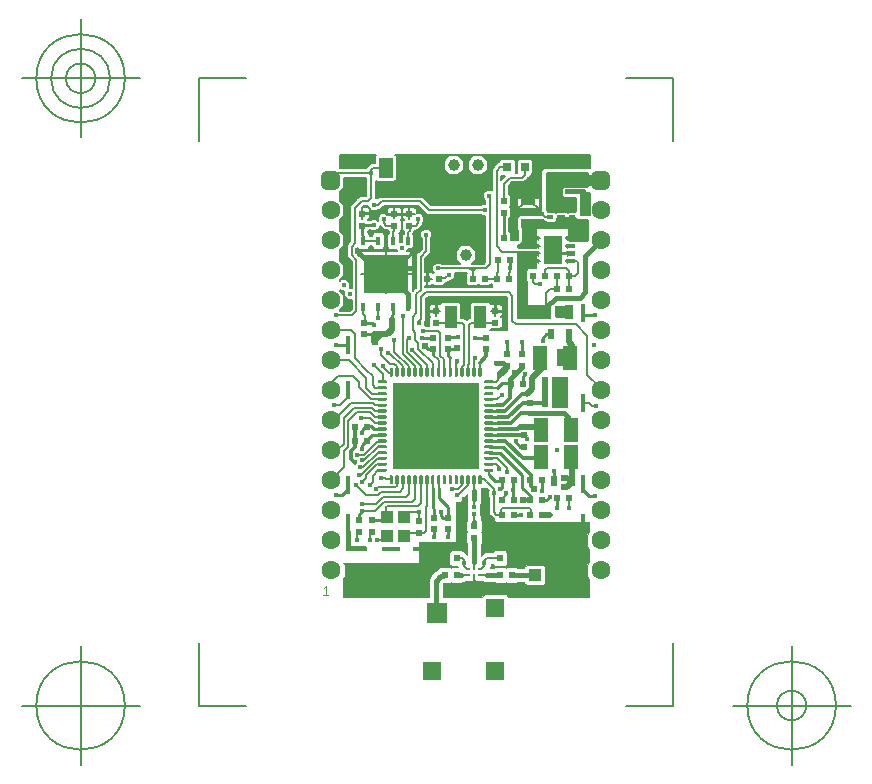
<source format=gbr>
G04 Generated by Ultiboard 11.0 *
%FSLAX25Y25*%
%MOIN*%

%ADD10C,0.00800*%
%ADD11C,0.00112*%
%ADD12C,0.00700*%
%ADD13C,0.00600*%
%ADD14C,0.00400*%
%ADD15C,0.01000*%
%ADD16C,0.00004*%
%ADD17C,0.01800*%
%ADD18C,0.00100*%
%ADD19C,0.00591*%
%ADD20C,0.01250*%
%ADD21C,0.01150*%
%ADD22C,0.02100*%
%ADD23C,0.01500*%
%ADD24C,0.02000*%
%ADD25C,0.01200*%
%ADD26C,0.01700*%
%ADD27C,0.01600*%
%ADD28C,0.00500*%
%ADD29C,0.00004*%
%ADD30C,0.01185*%
%ADD31C,0.01382*%
%ADD32C,0.01575*%
%ADD33C,0.02400*%
%ADD34C,0.01969*%
%ADD35R,0.02382X0.02382*%
%ADD36C,0.03917*%
%ADD37C,0.06299*%
%ADD38C,0.03937*%
%ADD39R,0.04528X0.06693*%
%ADD40R,0.08661X0.04134*%
%ADD41R,0.08661X0.03543*%
%ADD42R,0.04134X0.03937*%
%ADD43R,0.01969X0.02362*%
%ADD44R,0.06299X0.06299*%
%ADD45R,0.06693X0.06693*%
%ADD46R,0.01299X0.00591*%
%ADD47R,0.00787X0.02008*%
%ADD48R,0.02362X0.01969*%
%ADD49R,0.05906X0.01575*%
%ADD50R,0.05118X0.02756*%
%ADD51R,0.02362X0.02165*%
%ADD52R,0.28740X0.28740*%
%ADD53R,0.01575X0.05906*%
%ADD54R,0.03898X0.04252*%
%ADD55R,0.01378X0.01378*%
%ADD56R,0.01772X0.03937*%
%ADD57R,0.14961X0.12598*%
%ADD58R,0.01575X0.03150*%
%ADD59R,0.04331X0.07480*%
%ADD60R,0.04724X0.07874*%
%ADD61R,0.02362X0.03543*%
%ADD62R,0.02756X0.05118*%
%ADD63R,0.03346X0.03937*%
%ADD64R,0.02598X0.01575*%
%ADD65R,0.01850X0.01575*%
%ADD66R,0.06496X0.09449*%
%ADD67R,0.03150X0.03150*%


G04 ColorRGB 00FF00 for the following layer *
%LNCopper Top*%
%LPD*%
%FSLAX25Y25*%
%MOIN*%
G54D10*
X2406Y2406D02*
X0Y0D01*
X2579Y-65059D02*
X0Y-67638D01*
X0Y-67638D02*
X0Y-70000D01*
X6875Y-50000D02*
X0Y-50000D01*
X0Y-50000D02*
X0Y-50000D01*
X6125Y-60000D02*
X0Y-60000D01*
X15038Y-253D02*
X15468Y-684D01*
X15468Y-684D02*
X21156Y-684D01*
X21156Y-684D02*
X21976Y136D01*
X21976Y136D02*
X21976Y7989D01*
X21976Y7989D02*
X39225Y7989D01*
X39225Y7989D02*
X37631Y6395D01*
X37631Y6395D02*
X37631Y3605D01*
X37631Y3605D02*
X39605Y1631D01*
X39605Y1631D02*
X42388Y1631D01*
X42388Y1631D02*
X42388Y-5825D01*
X42388Y-5825D02*
X30998Y-5855D01*
X30998Y-5855D02*
X30543Y-5400D01*
X30543Y-5400D02*
X17725Y-5400D01*
X17725Y-5400D02*
X17725Y-5400D01*
X17725Y-5400D02*
X17157Y-5400D01*
X17157Y-5400D02*
X16400Y-5400D01*
X16400Y-5400D02*
X16400Y-5400D01*
X16400Y-5400D02*
X16400Y-5400D01*
X16400Y-5400D02*
X15961Y-5839D01*
X15961Y-5839D02*
X15904Y-5895D01*
X15904Y-5895D02*
X15038Y-5898D01*
X15038Y-5898D02*
X15038Y-253D01*
G36*
X15038Y-253D02*
X15468Y-684D01*
X21156Y-684D01*
X21976Y136D01*
X21976Y7989D01*
X39225Y7989D01*
X37631Y6395D01*
X37631Y3605D01*
X39605Y1631D01*
X42388Y1631D01*
X42388Y-5825D01*
X30998Y-5855D01*
X30543Y-5400D01*
X17725Y-5400D01*
X17725Y-5400D01*
X17157Y-5400D01*
X16400Y-5400D01*
X16400Y-5400D01*
X16400Y-5400D01*
X15961Y-5839D01*
X15904Y-5895D01*
X15038Y-5898D01*
X15038Y-253D01*
G37*
X15038Y-253D02*
X15468Y-684D01*
X15468Y-684D02*
X21156Y-684D01*
X21156Y-684D02*
X21976Y136D01*
X21976Y136D02*
X21976Y7989D01*
X21976Y7989D02*
X39225Y7989D01*
X39225Y7989D02*
X37631Y6395D01*
X37631Y6395D02*
X37631Y3605D01*
X37631Y3605D02*
X39605Y1631D01*
X39605Y1631D02*
X42388Y1631D01*
X42388Y1631D02*
X42388Y-5825D01*
X42388Y-5825D02*
X30998Y-5855D01*
X30998Y-5855D02*
X30543Y-5400D01*
X30543Y-5400D02*
X17725Y-5400D01*
X17725Y-5400D02*
X17725Y-5400D01*
X17725Y-5400D02*
X17157Y-5400D01*
X17157Y-5400D02*
X16400Y-5400D01*
X16400Y-5400D02*
X16400Y-5400D01*
X16400Y-5400D02*
X16400Y-5400D01*
X16400Y-5400D02*
X15961Y-5839D01*
X15961Y-5839D02*
X15904Y-5895D01*
X15904Y-5895D02*
X15038Y-5898D01*
X15038Y-5898D02*
X15038Y-253D01*
X50388Y8369D02*
X47605Y8369D01*
X47605Y8369D02*
X45631Y6395D01*
X45631Y6395D02*
X45631Y3605D01*
X45631Y3605D02*
X47605Y1631D01*
X47605Y1631D02*
X50388Y1631D01*
X50388Y1631D02*
X50388Y-5804D01*
X50388Y-5804D02*
X42388Y-5825D01*
X42388Y-5825D02*
X42388Y1631D01*
X42388Y1631D02*
X42395Y1631D01*
X42395Y1631D02*
X44369Y3605D01*
X44369Y3605D02*
X44369Y6395D01*
X44369Y6395D02*
X42395Y8369D01*
X42395Y8369D02*
X42388Y8369D01*
X42388Y8369D02*
X42388Y8443D01*
X42388Y8443D02*
X50388Y8443D01*
X50388Y8443D02*
X50388Y8369D01*
G36*
X50388Y8369D02*
X47605Y8369D01*
X45631Y6395D01*
X45631Y3605D01*
X47605Y1631D01*
X50388Y1631D01*
X50388Y-5804D01*
X42388Y-5825D01*
X42388Y1631D01*
X42395Y1631D01*
X44369Y3605D01*
X44369Y6395D01*
X42395Y8369D01*
X42388Y8369D01*
X42388Y8443D01*
X50388Y8443D01*
X50388Y8369D01*
G37*
X50388Y8369D02*
X47605Y8369D01*
X47605Y8369D02*
X45631Y6395D01*
X45631Y6395D02*
X45631Y3605D01*
X45631Y3605D02*
X47605Y1631D01*
X47605Y1631D02*
X50388Y1631D01*
X50388Y1631D02*
X50388Y-5804D01*
X50388Y-5804D02*
X42388Y-5825D01*
X42388Y-5825D02*
X42388Y1631D01*
X42388Y1631D02*
X42395Y1631D01*
X42395Y1631D02*
X44369Y3605D01*
X44369Y3605D02*
X44369Y6395D01*
X44369Y6395D02*
X42395Y8369D01*
X42395Y8369D02*
X42388Y8369D01*
X42388Y8369D02*
X42388Y8443D01*
X42388Y8443D02*
X50388Y8443D01*
X50388Y8443D02*
X50388Y8369D01*
X50388Y1631D02*
X50395Y1631D01*
X50395Y1631D02*
X52369Y3605D01*
X52369Y3605D02*
X52369Y6395D01*
X52369Y6395D02*
X50395Y8369D01*
X50395Y8369D02*
X50388Y8369D01*
X50388Y8369D02*
X50388Y8443D01*
X50388Y8443D02*
X55737Y8443D01*
X55737Y8443D02*
X55737Y5975D01*
X55737Y5975D02*
X53713Y3950D01*
X53713Y3950D02*
X53713Y2625D01*
X53713Y2625D02*
X53713Y2625D01*
X53713Y2625D02*
X53713Y-3269D01*
X53713Y-3269D02*
X53636Y-3192D01*
X53636Y-3192D02*
X51989Y-3192D01*
X51989Y-3192D02*
X50825Y-4356D01*
X50825Y-4356D02*
X50825Y-5803D01*
X50825Y-5803D02*
X50388Y-5804D01*
X50388Y-5804D02*
X50388Y1631D01*
G36*
X50388Y1631D02*
X50395Y1631D01*
X52369Y3605D01*
X52369Y6395D01*
X50395Y8369D01*
X50388Y8369D01*
X50388Y8443D01*
X55737Y8443D01*
X55737Y5975D01*
X53713Y3950D01*
X53713Y2625D01*
X53713Y2625D01*
X53713Y-3269D01*
X53636Y-3192D01*
X51989Y-3192D01*
X50825Y-4356D01*
X50825Y-5803D01*
X50388Y-5804D01*
X50388Y1631D01*
G37*
X50388Y1631D02*
X50395Y1631D01*
X50395Y1631D02*
X52369Y3605D01*
X52369Y3605D02*
X52369Y6395D01*
X52369Y6395D02*
X50395Y8369D01*
X50395Y8369D02*
X50388Y8369D01*
X50388Y8369D02*
X50388Y8443D01*
X50388Y8443D02*
X55737Y8443D01*
X55737Y8443D02*
X55737Y5975D01*
X55737Y5975D02*
X53713Y3950D01*
X53713Y3950D02*
X53713Y2625D01*
X53713Y2625D02*
X53713Y2625D01*
X53713Y2625D02*
X53713Y-3269D01*
X53713Y-3269D02*
X53636Y-3192D01*
X53636Y-3192D02*
X51989Y-3192D01*
X51989Y-3192D02*
X50825Y-4356D01*
X50825Y-4356D02*
X50825Y-5803D01*
X50825Y-5803D02*
X50388Y-5804D01*
X50388Y-5804D02*
X50388Y1631D01*
X56950Y287D02*
X56913Y250D01*
X56913Y250D02*
X56913Y287D01*
X56913Y287D02*
X56950Y287D01*
G36*
X56950Y287D02*
X56913Y250D01*
X56913Y287D01*
X56950Y287D01*
G37*
X56950Y287D02*
X56913Y250D01*
X56913Y250D02*
X56913Y287D01*
X56913Y287D02*
X56950Y287D01*
X3071Y-13222D02*
X4450Y-11843D01*
X4450Y-11843D02*
X4450Y-8157D01*
X4450Y-8157D02*
X3071Y-6778D01*
X3071Y-6778D02*
X3071Y-3920D01*
X3071Y-3920D02*
X4450Y-2541D01*
X4450Y-2541D02*
X4450Y806D01*
X4450Y806D02*
X11838Y806D01*
X11838Y806D02*
X11838Y-5275D01*
X11838Y-5275D02*
X11837Y-5275D01*
X11837Y-5275D02*
X9650Y-5275D01*
X9650Y-5275D02*
X9011Y-5914D01*
X9011Y-5914D02*
X8386Y-5915D01*
X8386Y-5915D02*
X8389Y-6536D01*
X8389Y-6536D02*
X6525Y-8400D01*
X6525Y-8400D02*
X6525Y-20275D01*
X6525Y-20275D02*
X6126Y-20674D01*
X6126Y-20674D02*
X5362Y-21437D01*
X5362Y-21437D02*
X5362Y-24175D01*
X5362Y-24175D02*
X5362Y-24175D01*
X5362Y-24175D02*
X5362Y-24506D01*
X5362Y-24506D02*
X5362Y-25500D01*
X5362Y-25500D02*
X5362Y-25500D01*
X5362Y-25500D02*
X5362Y-25500D01*
X5362Y-25500D02*
X5681Y-25819D01*
X5681Y-25819D02*
X6300Y-26438D01*
X6300Y-26438D02*
X6300Y-26438D01*
X6300Y-26438D02*
X6975Y-27113D01*
X6975Y-27113D02*
X6975Y-35825D01*
X6975Y-35825D02*
X6361Y-35825D01*
X6361Y-35825D02*
X6362Y-35823D01*
X6362Y-35823D02*
X6362Y-34177D01*
X6362Y-34177D02*
X5198Y-33013D01*
X5198Y-33013D02*
X3552Y-33013D01*
X3552Y-33013D02*
X3071Y-33494D01*
X3071Y-33494D02*
X3071Y-33222D01*
X3071Y-33222D02*
X4450Y-31843D01*
X4450Y-31843D02*
X4450Y-28157D01*
X4450Y-28157D02*
X3071Y-26778D01*
X3071Y-26778D02*
X3071Y-23222D01*
X3071Y-23222D02*
X4450Y-21843D01*
X4450Y-21843D02*
X4450Y-18157D01*
X4450Y-18157D02*
X3071Y-16778D01*
X3071Y-16778D02*
X3071Y-13222D01*
G36*
X3071Y-13222D02*
X4450Y-11843D01*
X4450Y-8157D01*
X3071Y-6778D01*
X3071Y-3920D01*
X4450Y-2541D01*
X4450Y806D01*
X11838Y806D01*
X11838Y-5275D01*
X11837Y-5275D01*
X9650Y-5275D01*
X9011Y-5914D01*
X8386Y-5915D01*
X8389Y-6536D01*
X6525Y-8400D01*
X6525Y-20275D01*
X6126Y-20674D01*
X5362Y-21437D01*
X5362Y-24175D01*
X5362Y-24175D01*
X5362Y-24506D01*
X5362Y-25500D01*
X5362Y-25500D01*
X5362Y-25500D01*
X5681Y-25819D01*
X6300Y-26438D01*
X6300Y-26438D01*
X6975Y-27113D01*
X6975Y-35825D01*
X6361Y-35825D01*
X6362Y-35823D01*
X6362Y-34177D01*
X5198Y-33013D01*
X3552Y-33013D01*
X3071Y-33494D01*
X3071Y-33222D01*
X4450Y-31843D01*
X4450Y-28157D01*
X3071Y-26778D01*
X3071Y-23222D01*
X4450Y-21843D01*
X4450Y-18157D01*
X3071Y-16778D01*
X3071Y-13222D01*
G37*
X3071Y-13222D02*
X4450Y-11843D01*
X4450Y-11843D02*
X4450Y-8157D01*
X4450Y-8157D02*
X3071Y-6778D01*
X3071Y-6778D02*
X3071Y-3920D01*
X3071Y-3920D02*
X4450Y-2541D01*
X4450Y-2541D02*
X4450Y806D01*
X4450Y806D02*
X11838Y806D01*
X11838Y806D02*
X11838Y-5275D01*
X11838Y-5275D02*
X11837Y-5275D01*
X11837Y-5275D02*
X9650Y-5275D01*
X9650Y-5275D02*
X9011Y-5914D01*
X9011Y-5914D02*
X8386Y-5915D01*
X8386Y-5915D02*
X8389Y-6536D01*
X8389Y-6536D02*
X6525Y-8400D01*
X6525Y-8400D02*
X6525Y-20275D01*
X6525Y-20275D02*
X6126Y-20674D01*
X6126Y-20674D02*
X5362Y-21437D01*
X5362Y-21437D02*
X5362Y-24175D01*
X5362Y-24175D02*
X5362Y-24175D01*
X5362Y-24175D02*
X5362Y-24506D01*
X5362Y-24506D02*
X5362Y-25500D01*
X5362Y-25500D02*
X5362Y-25500D01*
X5362Y-25500D02*
X5362Y-25500D01*
X5362Y-25500D02*
X5681Y-25819D01*
X5681Y-25819D02*
X6300Y-26438D01*
X6300Y-26438D02*
X6300Y-26438D01*
X6300Y-26438D02*
X6975Y-27113D01*
X6975Y-27113D02*
X6975Y-35825D01*
X6975Y-35825D02*
X6361Y-35825D01*
X6361Y-35825D02*
X6362Y-35823D01*
X6362Y-35823D02*
X6362Y-34177D01*
X6362Y-34177D02*
X5198Y-33013D01*
X5198Y-33013D02*
X3552Y-33013D01*
X3552Y-33013D02*
X3071Y-33494D01*
X3071Y-33494D02*
X3071Y-33222D01*
X3071Y-33222D02*
X4450Y-31843D01*
X4450Y-31843D02*
X4450Y-28157D01*
X4450Y-28157D02*
X3071Y-26778D01*
X3071Y-26778D02*
X3071Y-23222D01*
X3071Y-23222D02*
X4450Y-21843D01*
X4450Y-21843D02*
X4450Y-18157D01*
X4450Y-18157D02*
X3071Y-16778D01*
X3071Y-16778D02*
X3071Y-13222D01*
X60538Y-650D02*
X64538Y-650D01*
X64538Y-650D02*
X65475Y287D01*
X65475Y287D02*
X65490Y287D01*
X65490Y287D02*
X65490Y-2713D01*
X65490Y-2713D02*
X59413Y-2713D01*
X59413Y-2713D02*
X59413Y-1775D01*
X59413Y-1775D02*
X60538Y-650D01*
G36*
X60538Y-650D02*
X64538Y-650D01*
X65475Y287D01*
X65490Y287D01*
X65490Y-2713D01*
X59413Y-2713D01*
X59413Y-1775D01*
X60538Y-650D01*
G37*
X60538Y-650D02*
X64538Y-650D01*
X64538Y-650D02*
X65475Y287D01*
X65475Y287D02*
X65490Y287D01*
X65490Y287D02*
X65490Y-2713D01*
X65490Y-2713D02*
X59413Y-2713D01*
X59413Y-2713D02*
X59413Y-1775D01*
X59413Y-1775D02*
X60538Y-650D01*
X65490Y303D02*
X65490Y287D01*
X65490Y287D02*
X65475Y287D01*
X65475Y287D02*
X65490Y303D01*
G36*
X65490Y303D02*
X65490Y287D01*
X65475Y287D01*
X65490Y303D01*
G37*
X65490Y303D02*
X65490Y287D01*
X65490Y287D02*
X65475Y287D01*
X65475Y287D02*
X65490Y303D01*
X56913Y1600D02*
X58262Y1600D01*
X58262Y1600D02*
X56950Y287D01*
X56950Y287D02*
X56913Y287D01*
X56913Y287D02*
X56913Y1600D01*
G36*
X56913Y1600D02*
X58262Y1600D01*
X56950Y287D01*
X56913Y287D01*
X56913Y1600D01*
G37*
X56913Y1600D02*
X58262Y1600D01*
X58262Y1600D02*
X56950Y287D01*
X56950Y287D02*
X56913Y287D01*
X56913Y287D02*
X56913Y1600D01*
X86389Y4249D02*
X71264Y4249D01*
X71264Y4249D02*
X70269Y3253D01*
X70269Y3253D02*
X70269Y-5751D01*
X70269Y-5751D02*
X65490Y-5764D01*
X65490Y-5764D02*
X65490Y303D01*
X65490Y303D02*
X66428Y1240D01*
X66428Y1240D02*
X66428Y1600D01*
X66428Y1600D02*
X66900Y1600D01*
X66900Y1600D02*
X67603Y2303D01*
X67603Y2303D02*
X67603Y6447D01*
X67603Y6447D02*
X66900Y7150D01*
X66900Y7150D02*
X65490Y7150D01*
X65490Y7150D02*
X65490Y8443D01*
X65490Y8443D02*
X86350Y8443D01*
X86350Y8443D02*
X86389Y4249D01*
G36*
X86389Y4249D02*
X71264Y4249D01*
X70269Y3253D01*
X70269Y-5751D01*
X65490Y-5764D01*
X65490Y303D01*
X66428Y1240D01*
X66428Y1600D01*
X66900Y1600D01*
X67603Y2303D01*
X67603Y6447D01*
X66900Y7150D01*
X65490Y7150D01*
X65490Y8443D01*
X86350Y8443D01*
X86389Y4249D01*
G37*
X86389Y4249D02*
X71264Y4249D01*
X71264Y4249D02*
X70269Y3253D01*
X70269Y3253D02*
X70269Y-5751D01*
X70269Y-5751D02*
X65490Y-5764D01*
X65490Y-5764D02*
X65490Y303D01*
X65490Y303D02*
X66428Y1240D01*
X66428Y1240D02*
X66428Y1600D01*
X66428Y1600D02*
X66900Y1600D01*
X66900Y1600D02*
X67603Y2303D01*
X67603Y2303D02*
X67603Y6447D01*
X67603Y6447D02*
X66900Y7150D01*
X66900Y7150D02*
X65490Y7150D01*
X65490Y7150D02*
X65490Y8443D01*
X65490Y8443D02*
X86350Y8443D01*
X86350Y8443D02*
X86389Y4249D01*
X60194Y-5778D02*
X60194Y-5300D01*
X60194Y-5300D02*
X59491Y-4597D01*
X59491Y-4597D02*
X59413Y-4597D01*
X59413Y-4597D02*
X59413Y-2713D01*
X59413Y-2713D02*
X65490Y-2713D01*
X65490Y-2713D02*
X65490Y-5764D01*
X65490Y-5764D02*
X60194Y-5778D01*
G36*
X60194Y-5778D02*
X60194Y-5300D01*
X59491Y-4597D01*
X59413Y-4597D01*
X59413Y-2713D01*
X65490Y-2713D01*
X65490Y-5764D01*
X60194Y-5778D01*
G37*
X60194Y-5778D02*
X60194Y-5300D01*
X60194Y-5300D02*
X59491Y-4597D01*
X59491Y-4597D02*
X59413Y-4597D01*
X59413Y-4597D02*
X59413Y-2713D01*
X59413Y-2713D02*
X65490Y-2713D01*
X65490Y-2713D02*
X65490Y-5764D01*
X65490Y-5764D02*
X60194Y-5778D01*
X3071Y-43080D02*
X4350Y-41802D01*
X4350Y-41802D02*
X4350Y-38198D01*
X4350Y-38198D02*
X3071Y-36920D01*
X3071Y-36920D02*
X3071Y-36506D01*
X3071Y-36506D02*
X3552Y-36987D01*
X3552Y-36987D02*
X4577Y-36987D01*
X4577Y-36987D02*
X4575Y-36989D01*
X4575Y-36989D02*
X4575Y-38636D01*
X4575Y-38636D02*
X5739Y-39800D01*
X5739Y-39800D02*
X6975Y-39800D01*
X6975Y-39800D02*
X6975Y-42950D01*
X6975Y-42950D02*
X6525Y-43400D01*
X6525Y-43400D02*
X3086Y-43400D01*
X3086Y-43400D02*
X3071Y-43385D01*
X3071Y-43385D02*
X3071Y-43080D01*
G36*
X3071Y-43080D02*
X4350Y-41802D01*
X4350Y-38198D01*
X3071Y-36920D01*
X3071Y-36506D01*
X3552Y-36987D01*
X4577Y-36987D01*
X4575Y-36989D01*
X4575Y-38636D01*
X5739Y-39800D01*
X6975Y-39800D01*
X6975Y-42950D01*
X6525Y-43400D01*
X3086Y-43400D01*
X3071Y-43385D01*
X3071Y-43080D01*
G37*
X3071Y-43080D02*
X4350Y-41802D01*
X4350Y-41802D02*
X4350Y-38198D01*
X4350Y-38198D02*
X3071Y-36920D01*
X3071Y-36920D02*
X3071Y-36506D01*
X3071Y-36506D02*
X3552Y-36987D01*
X3552Y-36987D02*
X4577Y-36987D01*
X4577Y-36987D02*
X4575Y-36989D01*
X4575Y-36989D02*
X4575Y-38636D01*
X4575Y-38636D02*
X5739Y-39800D01*
X5739Y-39800D02*
X6975Y-39800D01*
X6975Y-39800D02*
X6975Y-42950D01*
X6975Y-42950D02*
X6525Y-43400D01*
X6525Y-43400D02*
X3086Y-43400D01*
X3086Y-43400D02*
X3071Y-43385D01*
X3071Y-43385D02*
X3071Y-43080D01*
X86469Y-4269D02*
X86535Y-11427D01*
X86535Y-11427D02*
X83314Y-11427D01*
X83314Y-11427D02*
X83314Y-4269D01*
X83314Y-4269D02*
X86469Y-4269D01*
G36*
X86469Y-4269D02*
X86535Y-11427D01*
X83314Y-11427D01*
X83314Y-4269D01*
X86469Y-4269D01*
G37*
X86469Y-4269D02*
X86535Y-11427D01*
X86535Y-11427D02*
X83314Y-11427D01*
X83314Y-11427D02*
X83314Y-4269D01*
X83314Y-4269D02*
X86469Y-4269D01*
X65490Y7150D02*
X62756Y7150D01*
X62756Y7150D02*
X62053Y6447D01*
X62053Y6447D02*
X61697Y6447D01*
X61697Y6447D02*
X60994Y7150D01*
X60994Y7150D02*
X56850Y7150D01*
X56850Y7150D02*
X56147Y6447D01*
X56147Y6447D02*
X55737Y6447D01*
X55737Y6447D02*
X55737Y8443D01*
X55737Y8443D02*
X65490Y8443D01*
X65490Y8443D02*
X65490Y7150D01*
G36*
X65490Y7150D02*
X62756Y7150D01*
X62053Y6447D01*
X61697Y6447D01*
X60994Y7150D01*
X56850Y7150D01*
X56147Y6447D01*
X55737Y6447D01*
X55737Y8443D01*
X65490Y8443D01*
X65490Y7150D01*
G37*
X65490Y7150D02*
X62756Y7150D01*
X62756Y7150D02*
X62053Y6447D01*
X62053Y6447D02*
X61697Y6447D01*
X61697Y6447D02*
X60994Y7150D01*
X60994Y7150D02*
X56850Y7150D01*
X56850Y7150D02*
X56147Y6447D01*
X56147Y6447D02*
X55737Y6447D01*
X55737Y6447D02*
X55737Y8443D01*
X55737Y8443D02*
X65490Y8443D01*
X65490Y8443D02*
X65490Y7150D01*
X62053Y6447D02*
X62053Y2550D01*
X62053Y2550D02*
X61697Y2550D01*
X61697Y2550D02*
X61697Y6447D01*
X61697Y6447D02*
X62053Y6447D01*
G36*
X62053Y6447D02*
X62053Y2550D01*
X61697Y2550D01*
X61697Y6447D01*
X62053Y6447D01*
G37*
X62053Y6447D02*
X62053Y2550D01*
X62053Y2550D02*
X61697Y2550D01*
X61697Y2550D02*
X61697Y6447D01*
X61697Y6447D02*
X62053Y6447D01*
X21976Y7989D02*
X21522Y8443D01*
X21522Y8443D02*
X42388Y8443D01*
X42388Y8443D02*
X42388Y8369D01*
X42388Y8369D02*
X39605Y8369D01*
X39605Y8369D02*
X39225Y7989D01*
X39225Y7989D02*
X21976Y7989D01*
G36*
X21976Y7989D02*
X21522Y8443D01*
X42388Y8443D01*
X42388Y8369D01*
X39605Y8369D01*
X39225Y7989D01*
X21976Y7989D01*
G37*
X21976Y7989D02*
X21522Y8443D01*
X21522Y8443D02*
X42388Y8443D01*
X42388Y8443D02*
X42388Y8369D01*
X42388Y8369D02*
X39605Y8369D01*
X39605Y8369D02*
X39225Y7989D01*
X39225Y7989D02*
X21976Y7989D01*
X15102Y8443D02*
X14648Y7989D01*
X14648Y7989D02*
X12775Y7989D01*
X12775Y7989D02*
X12775Y8443D01*
X12775Y8443D02*
X15102Y8443D01*
G36*
X15102Y8443D02*
X14648Y7989D01*
X12775Y7989D01*
X12775Y8443D01*
X15102Y8443D01*
G37*
X15102Y8443D02*
X14648Y7989D01*
X14648Y7989D02*
X12775Y7989D01*
X12775Y7989D02*
X12775Y8443D01*
X12775Y8443D02*
X15102Y8443D01*
X14648Y7989D02*
X14648Y5663D01*
X14648Y5663D02*
X13400Y5663D01*
X13400Y5663D02*
X12775Y5038D01*
X12775Y5038D02*
X12775Y7989D01*
X12775Y7989D02*
X14648Y7989D01*
G36*
X14648Y7989D02*
X14648Y5663D01*
X13400Y5663D01*
X12775Y5038D01*
X12775Y7989D01*
X14648Y7989D01*
G37*
X14648Y7989D02*
X14648Y5663D01*
X14648Y5663D02*
X13400Y5663D01*
X13400Y5663D02*
X12775Y5038D01*
X12775Y5038D02*
X12775Y7989D01*
X12775Y7989D02*
X14648Y7989D01*
X3219Y8443D02*
X12775Y8443D01*
X12775Y8443D02*
X12775Y5038D01*
X12775Y5038D02*
X11838Y4100D01*
X11838Y4100D02*
X11838Y4006D01*
X11838Y4006D02*
X3071Y4006D01*
X3071Y4006D02*
X3071Y8436D01*
X3071Y8436D02*
X3219Y8443D01*
G36*
X3219Y8443D02*
X12775Y8443D01*
X12775Y5038D01*
X11838Y4100D01*
X11838Y4006D01*
X3071Y4006D01*
X3071Y8436D01*
X3219Y8443D01*
G37*
X3219Y8443D02*
X12775Y8443D01*
X12775Y8443D02*
X12775Y5038D01*
X12775Y5038D02*
X11838Y4100D01*
X11838Y4100D02*
X11838Y4006D01*
X11838Y4006D02*
X3071Y4006D01*
X3071Y4006D02*
X3071Y8436D01*
X3071Y8436D02*
X3219Y8443D01*
X56147Y6447D02*
X56147Y5975D01*
X56147Y5975D02*
X55737Y5975D01*
X55737Y5975D02*
X55737Y6447D01*
X55737Y6447D02*
X56147Y6447D01*
G36*
X56147Y6447D02*
X56147Y5975D01*
X55737Y5975D01*
X55737Y6447D01*
X56147Y6447D01*
G37*
X56147Y6447D02*
X56147Y5975D01*
X56147Y5975D02*
X55737Y5975D01*
X55737Y5975D02*
X55737Y6447D01*
X55737Y6447D02*
X56147Y6447D01*
X13438Y-5937D02*
X13438Y3438D01*
X55313Y3288D02*
X55313Y-21875D01*
X57813Y-1113D02*
X59875Y950D01*
X59875Y950D02*
X63875Y950D01*
X63875Y950D02*
X64828Y1903D01*
X44375Y-128613D02*
X44375Y-126550D01*
X52063Y-125938D02*
X51250Y-126750D01*
X56469Y-125937D02*
X52063Y-125938D01*
X43762Y-125938D02*
X44375Y-126550D01*
X42281Y-125937D02*
X43762Y-125938D01*
X51250Y-126750D02*
X51250Y-127500D01*
X66075Y-109100D02*
X57350Y-109100D01*
X81775Y-47988D02*
X61738Y-47988D01*
X57188Y-23750D02*
X62188Y-23750D01*
X62188Y-23750D02*
X63125Y-24687D01*
X64487Y-5937D02*
X65938Y-6885D01*
X65938Y-6885D02*
X65938Y-6885D01*
X65938Y-6885D02*
X62530Y-9111D01*
X62530Y-9111D02*
X62881Y-9463D01*
X62881Y-9463D02*
X65938Y-9463D01*
X65938Y-9463D02*
X65938Y-10962D01*
X65938Y-10962D02*
X60194Y-10962D01*
X60194Y-10962D02*
X60194Y-9237D01*
X60194Y-9237D02*
X59706Y-8750D01*
X59706Y-8750D02*
X60194Y-8263D01*
X60194Y-8263D02*
X60194Y-5915D01*
X60194Y-5915D02*
X62178Y-5915D01*
X62178Y-5915D02*
X62178Y-8760D01*
X62178Y-8760D02*
X62530Y-9111D01*
X62530Y-9111D02*
X65937Y-6885D01*
X65937Y-6885D02*
X64487Y-5937D01*
X64487Y-5937D02*
X64487Y-5937D01*
G36*
X64487Y-5937D02*
X65938Y-6885D01*
X65938Y-6885D01*
X62530Y-9111D01*
X62881Y-9463D01*
X65938Y-9463D01*
X65938Y-10962D01*
X60194Y-10962D01*
X60194Y-9237D01*
X59706Y-8750D01*
X60194Y-8263D01*
X60194Y-5915D01*
X62178Y-5915D01*
X62178Y-8760D01*
X62530Y-9111D01*
X65937Y-6885D01*
X64487Y-5937D01*
X64487Y-5937D01*
G37*
X64487Y-5937D02*
X65938Y-6885D01*
X65938Y-6885D02*
X65938Y-6885D01*
X65938Y-6885D02*
X62530Y-9111D01*
X62530Y-9111D02*
X62881Y-9463D01*
X62881Y-9463D02*
X65938Y-9463D01*
X65938Y-9463D02*
X65938Y-10962D01*
X65938Y-10962D02*
X60194Y-10962D01*
X60194Y-10962D02*
X60194Y-9237D01*
X60194Y-9237D02*
X59706Y-8750D01*
X59706Y-8750D02*
X60194Y-8263D01*
X60194Y-8263D02*
X60194Y-5915D01*
X60194Y-5915D02*
X62178Y-5915D01*
X62178Y-5915D02*
X62178Y-8760D01*
X62178Y-8760D02*
X62530Y-9111D01*
X62530Y-9111D02*
X65937Y-6885D01*
X65937Y-6885D02*
X64487Y-5937D01*
X64487Y-5937D02*
X64487Y-5937D01*
X70269Y-11425D02*
X63046Y-11425D01*
X63046Y-11425D02*
X62050Y-12421D01*
X62050Y-12421D02*
X62050Y-16329D01*
X62050Y-16329D02*
X62500Y-16779D01*
X62500Y-16779D02*
X62500Y-19311D01*
X62500Y-19311D02*
X60294Y-19311D01*
X60294Y-19311D02*
X60294Y-17550D01*
X60294Y-17550D02*
X59532Y-16788D01*
X59532Y-16788D02*
X59513Y-16788D01*
X59513Y-16788D02*
X59513Y-12881D01*
X59513Y-12881D02*
X60194Y-12200D01*
X60194Y-12200D02*
X60194Y-10962D01*
X60194Y-10962D02*
X70269Y-10962D01*
X70269Y-10962D02*
X70269Y-11425D01*
G36*
X70269Y-11425D02*
X63046Y-11425D01*
X62050Y-12421D01*
X62050Y-16329D01*
X62500Y-16779D01*
X62500Y-19311D01*
X60294Y-19311D01*
X60294Y-17550D01*
X59532Y-16788D01*
X59513Y-16788D01*
X59513Y-12881D01*
X60194Y-12200D01*
X60194Y-10962D01*
X70269Y-10962D01*
X70269Y-11425D01*
G37*
X70269Y-11425D02*
X63046Y-11425D01*
X63046Y-11425D02*
X62050Y-12421D01*
X62050Y-12421D02*
X62050Y-16329D01*
X62050Y-16329D02*
X62500Y-16779D01*
X62500Y-16779D02*
X62500Y-19311D01*
X62500Y-19311D02*
X60294Y-19311D01*
X60294Y-19311D02*
X60294Y-17550D01*
X60294Y-17550D02*
X59532Y-16788D01*
X59532Y-16788D02*
X59513Y-16788D01*
X59513Y-16788D02*
X59513Y-12881D01*
X59513Y-12881D02*
X60194Y-12200D01*
X60194Y-12200D02*
X60194Y-10962D01*
X60194Y-10962D02*
X70269Y-10962D01*
X70269Y-10962D02*
X70269Y-11425D01*
X60294Y-20000D02*
X60294Y-19311D01*
X60294Y-19311D02*
X62500Y-19311D01*
X62500Y-19311D02*
X62500Y-20000D01*
X62500Y-20000D02*
X60294Y-20000D01*
G36*
X60294Y-20000D02*
X60294Y-19311D01*
X62500Y-19311D01*
X62500Y-20000D01*
X60294Y-20000D01*
G37*
X60294Y-20000D02*
X60294Y-19311D01*
X60294Y-19311D02*
X62500Y-19311D01*
X62500Y-19311D02*
X62500Y-20000D01*
X62500Y-20000D02*
X60294Y-20000D01*
X29888Y-9270D02*
X32060Y-11443D01*
X32060Y-11443D02*
X50089Y-11443D01*
X50089Y-11443D02*
X50476Y-11830D01*
X50476Y-11830D02*
X51611Y-11830D01*
X51611Y-11830D02*
X51611Y-19311D01*
X51611Y-19311D02*
X33524Y-19311D01*
X33524Y-19311D02*
X33888Y-18948D01*
X33888Y-18948D02*
X33888Y-17302D01*
X33888Y-17302D02*
X32723Y-16138D01*
X32723Y-16138D02*
X31077Y-16138D01*
X31077Y-16138D02*
X29913Y-17302D01*
X29913Y-17302D02*
X29913Y-18948D01*
X29913Y-18948D02*
X30276Y-19311D01*
X30276Y-19311D02*
X29888Y-19311D01*
X29888Y-19311D02*
X29888Y-15820D01*
X29888Y-15820D02*
X30825Y-14883D01*
X30825Y-14883D02*
X30825Y-14181D01*
X30825Y-14181D02*
X31212Y-13793D01*
X31212Y-13793D02*
X31212Y-12147D01*
X31212Y-12147D02*
X30048Y-10983D01*
X30048Y-10983D02*
X29888Y-10983D01*
X29888Y-10983D02*
X29888Y-9270D01*
G36*
X29888Y-9270D02*
X32060Y-11443D01*
X50089Y-11443D01*
X50476Y-11830D01*
X51611Y-11830D01*
X51611Y-19311D01*
X33524Y-19311D01*
X33888Y-18948D01*
X33888Y-17302D01*
X32723Y-16138D01*
X31077Y-16138D01*
X29913Y-17302D01*
X29913Y-18948D01*
X30276Y-19311D01*
X29888Y-19311D01*
X29888Y-15820D01*
X30825Y-14883D01*
X30825Y-14181D01*
X31212Y-13793D01*
X31212Y-12147D01*
X30048Y-10983D01*
X29888Y-10983D01*
X29888Y-9270D01*
G37*
X29888Y-9270D02*
X32060Y-11443D01*
X32060Y-11443D02*
X50089Y-11443D01*
X50089Y-11443D02*
X50476Y-11830D01*
X50476Y-11830D02*
X51611Y-11830D01*
X51611Y-11830D02*
X51611Y-19311D01*
X51611Y-19311D02*
X33524Y-19311D01*
X33524Y-19311D02*
X33888Y-18948D01*
X33888Y-18948D02*
X33888Y-17302D01*
X33888Y-17302D02*
X32723Y-16138D01*
X32723Y-16138D02*
X31077Y-16138D01*
X31077Y-16138D02*
X29913Y-17302D01*
X29913Y-17302D02*
X29913Y-18948D01*
X29913Y-18948D02*
X30276Y-19311D01*
X30276Y-19311D02*
X29888Y-19311D01*
X29888Y-19311D02*
X29888Y-15820D01*
X29888Y-15820D02*
X30825Y-14883D01*
X30825Y-14883D02*
X30825Y-14181D01*
X30825Y-14181D02*
X31212Y-13793D01*
X31212Y-13793D02*
X31212Y-12147D01*
X31212Y-12147D02*
X30048Y-10983D01*
X30048Y-10983D02*
X29888Y-10983D01*
X29888Y-10983D02*
X29888Y-9270D01*
X30300Y-22862D02*
X29306Y-23856D01*
X29306Y-23856D02*
X29306Y-23856D01*
X29306Y-23856D02*
X29306Y-23856D01*
X29306Y-23856D02*
X29306Y-19311D01*
X29306Y-19311D02*
X30276Y-19311D01*
X30276Y-19311D02*
X30300Y-19336D01*
X30300Y-19336D02*
X30300Y-22862D01*
G36*
X30300Y-22862D02*
X29306Y-23856D01*
X29306Y-23856D01*
X29306Y-23856D01*
X29306Y-19311D01*
X30276Y-19311D01*
X30300Y-19336D01*
X30300Y-22862D01*
G37*
X30300Y-22862D02*
X29306Y-23856D01*
X29306Y-23856D02*
X29306Y-23856D01*
X29306Y-23856D02*
X29306Y-23856D01*
X29306Y-23856D02*
X29306Y-19311D01*
X29306Y-19311D02*
X30276Y-19311D01*
X30276Y-19311D02*
X30300Y-19336D01*
X30300Y-19336D02*
X30300Y-22862D01*
X32094Y-31134D02*
X32094Y-32812D01*
X32094Y-32812D02*
X33575Y-32812D01*
X33575Y-32812D02*
X33575Y-32813D01*
X33575Y-32813D02*
X32094Y-32813D01*
X32094Y-32813D02*
X32094Y-34491D01*
X32094Y-34491D02*
X32094Y-34491D01*
X32094Y-34491D02*
X32094Y-32813D01*
X32094Y-32813D02*
X31569Y-32813D01*
X31569Y-32813D02*
X31569Y-32812D01*
X31569Y-32812D02*
X32094Y-32812D01*
X32094Y-32812D02*
X32094Y-31134D01*
X32094Y-31134D02*
X32094Y-31134D01*
G36*
X32094Y-31134D02*
X32094Y-32812D01*
X33575Y-32812D01*
X33575Y-32813D01*
X32094Y-32813D01*
X32094Y-34491D01*
X32094Y-34491D01*
X32094Y-32813D01*
X31569Y-32813D01*
X31569Y-32812D01*
X32094Y-32812D01*
X32094Y-31134D01*
X32094Y-31134D01*
G37*
X32094Y-31134D02*
X32094Y-32812D01*
X32094Y-32812D02*
X33575Y-32812D01*
X33575Y-32812D02*
X33575Y-32813D01*
X33575Y-32813D02*
X32094Y-32813D01*
X32094Y-32813D02*
X32094Y-34491D01*
X32094Y-34491D02*
X32094Y-34491D01*
X32094Y-34491D02*
X32094Y-32813D01*
X32094Y-32813D02*
X31569Y-32813D01*
X31569Y-32813D02*
X31569Y-32812D01*
X31569Y-32812D02*
X32094Y-32812D01*
X32094Y-32812D02*
X32094Y-31134D01*
X32094Y-31134D02*
X32094Y-31134D01*
X31569Y-35194D02*
X32094Y-35194D01*
X32094Y-35194D02*
X32094Y-34491D01*
X32094Y-34491D02*
X32094Y-34491D01*
X32094Y-34491D02*
X32094Y-35194D01*
X32094Y-35194D02*
X33575Y-35194D01*
X33575Y-35194D02*
X33575Y-35650D01*
X33575Y-35650D02*
X31569Y-35650D01*
X31569Y-35650D02*
X31569Y-35194D01*
G36*
X31569Y-35194D02*
X32094Y-35194D01*
X32094Y-34491D01*
X32094Y-34491D01*
X32094Y-35194D01*
X33575Y-35194D01*
X33575Y-35650D01*
X31569Y-35650D01*
X31569Y-35194D01*
G37*
X31569Y-35194D02*
X32094Y-35194D01*
X32094Y-35194D02*
X32094Y-34491D01*
X32094Y-34491D02*
X32094Y-34491D01*
X32094Y-34491D02*
X32094Y-35194D01*
X32094Y-35194D02*
X33575Y-35194D01*
X33575Y-35194D02*
X33575Y-35650D01*
X33575Y-35650D02*
X31569Y-35650D01*
X31569Y-35650D02*
X31569Y-35194D01*
X34063Y-30919D02*
X33575Y-30431D01*
X33575Y-30431D02*
X32094Y-30431D01*
X32094Y-30431D02*
X32094Y-31134D01*
X32094Y-31134D02*
X32094Y-31134D01*
X32094Y-31134D02*
X32094Y-30431D01*
X32094Y-30431D02*
X31569Y-30431D01*
X31569Y-30431D02*
X31569Y-28552D01*
X31569Y-28552D02*
X33950Y-28552D01*
X33950Y-28552D02*
X33950Y-30198D01*
X33950Y-30198D02*
X34366Y-30615D01*
X34366Y-30615D02*
X34063Y-30919D01*
G36*
X34063Y-30919D02*
X33575Y-30431D01*
X32094Y-30431D01*
X32094Y-31134D01*
X32094Y-31134D01*
X32094Y-30431D01*
X31569Y-30431D01*
X31569Y-28552D01*
X33950Y-28552D01*
X33950Y-30198D01*
X34366Y-30615D01*
X34063Y-30919D01*
G37*
X34063Y-30919D02*
X33575Y-30431D01*
X33575Y-30431D02*
X32094Y-30431D01*
X32094Y-30431D02*
X32094Y-31134D01*
X32094Y-31134D02*
X32094Y-31134D01*
X32094Y-31134D02*
X32094Y-30431D01*
X32094Y-30431D02*
X31569Y-30431D01*
X31569Y-30431D02*
X31569Y-28552D01*
X31569Y-28552D02*
X33950Y-28552D01*
X33950Y-28552D02*
X33950Y-30198D01*
X33950Y-30198D02*
X34366Y-30615D01*
X34366Y-30615D02*
X34063Y-30919D01*
X31569Y-26119D02*
X32563Y-25125D01*
X32563Y-25125D02*
X32563Y-25125D01*
X32563Y-25125D02*
X32926Y-24761D01*
X32926Y-24761D02*
X33500Y-24188D01*
X33500Y-24188D02*
X33500Y-24188D01*
X33500Y-24188D02*
X33500Y-24188D01*
X33500Y-24188D02*
X33500Y-23597D01*
X33500Y-23597D02*
X33500Y-22862D01*
X33500Y-22862D02*
X33500Y-22862D01*
X33500Y-22862D02*
X33500Y-19336D01*
X33500Y-19336D02*
X33524Y-19311D01*
X33524Y-19311D02*
X38654Y-19311D01*
X38654Y-19311D02*
X38654Y-27775D01*
X38654Y-27775D02*
X37148Y-27775D01*
X37148Y-27775D02*
X36761Y-27388D01*
X36761Y-27388D02*
X35114Y-27388D01*
X35114Y-27388D02*
X33950Y-28552D01*
X33950Y-28552D02*
X31569Y-28552D01*
X31569Y-28552D02*
X31569Y-26119D01*
G36*
X31569Y-26119D02*
X32563Y-25125D01*
X32563Y-25125D01*
X32926Y-24761D01*
X33500Y-24188D01*
X33500Y-24188D01*
X33500Y-24188D01*
X33500Y-23597D01*
X33500Y-22862D01*
X33500Y-22862D01*
X33500Y-19336D01*
X33524Y-19311D01*
X38654Y-19311D01*
X38654Y-27775D01*
X37148Y-27775D01*
X36761Y-27388D01*
X35114Y-27388D01*
X33950Y-28552D01*
X31569Y-28552D01*
X31569Y-26119D01*
G37*
X31569Y-26119D02*
X32563Y-25125D01*
X32563Y-25125D02*
X32563Y-25125D01*
X32563Y-25125D02*
X32926Y-24761D01*
X32926Y-24761D02*
X33500Y-24188D01*
X33500Y-24188D02*
X33500Y-24188D01*
X33500Y-24188D02*
X33500Y-24188D01*
X33500Y-24188D02*
X33500Y-23597D01*
X33500Y-23597D02*
X33500Y-22862D01*
X33500Y-22862D02*
X33500Y-22862D01*
X33500Y-22862D02*
X33500Y-19336D01*
X33500Y-19336D02*
X33524Y-19311D01*
X33524Y-19311D02*
X38654Y-19311D01*
X38654Y-19311D02*
X38654Y-27775D01*
X38654Y-27775D02*
X37148Y-27775D01*
X37148Y-27775D02*
X36761Y-27388D01*
X36761Y-27388D02*
X35114Y-27388D01*
X35114Y-27388D02*
X33950Y-28552D01*
X33950Y-28552D02*
X31569Y-28552D01*
X31569Y-28552D02*
X31569Y-26119D01*
X31080Y-5937D02*
X32812Y-5937D01*
X32812Y-5937D02*
X32812Y-5915D01*
X32812Y-5915D02*
X32813Y-5915D01*
X32813Y-5915D02*
X32813Y-5937D01*
X32813Y-5937D02*
X36345Y-5937D01*
X36345Y-5937D02*
X36367Y-5915D01*
X36367Y-5915D02*
X41445Y-5915D01*
X41445Y-5915D02*
X41467Y-5937D01*
X41467Y-5937D02*
X45000Y-5937D01*
X45000Y-5937D02*
X45000Y-5915D01*
X45000Y-5915D02*
X45000Y-5915D01*
X45000Y-5915D02*
X45000Y-5937D01*
X45000Y-5937D02*
X48533Y-5937D01*
X48533Y-5937D02*
X48555Y-5915D01*
X48555Y-5915D02*
X50825Y-5915D01*
X50825Y-5915D02*
X50825Y-6003D01*
X50825Y-6003D02*
X51611Y-6789D01*
X51611Y-6789D02*
X51611Y-7855D01*
X51611Y-7855D02*
X50476Y-7855D01*
X50476Y-7855D02*
X50089Y-8243D01*
X50089Y-8243D02*
X33385Y-8243D01*
X33385Y-8243D02*
X31080Y-5937D01*
G36*
X31080Y-5937D02*
X32812Y-5937D01*
X32812Y-5915D01*
X32813Y-5915D01*
X32813Y-5937D01*
X36345Y-5937D01*
X36367Y-5915D01*
X41445Y-5915D01*
X41467Y-5937D01*
X45000Y-5937D01*
X45000Y-5915D01*
X45000Y-5915D01*
X45000Y-5937D01*
X48533Y-5937D01*
X48555Y-5915D01*
X50825Y-5915D01*
X50825Y-6003D01*
X51611Y-6789D01*
X51611Y-7855D01*
X50476Y-7855D01*
X50089Y-8243D01*
X33385Y-8243D01*
X31080Y-5937D01*
G37*
X31080Y-5937D02*
X32812Y-5937D01*
X32812Y-5937D02*
X32812Y-5915D01*
X32812Y-5915D02*
X32813Y-5915D01*
X32813Y-5915D02*
X32813Y-5937D01*
X32813Y-5937D02*
X36345Y-5937D01*
X36345Y-5937D02*
X36367Y-5915D01*
X36367Y-5915D02*
X41445Y-5915D01*
X41445Y-5915D02*
X41467Y-5937D01*
X41467Y-5937D02*
X45000Y-5937D01*
X45000Y-5937D02*
X45000Y-5915D01*
X45000Y-5915D02*
X45000Y-5915D01*
X45000Y-5915D02*
X45000Y-5937D01*
X45000Y-5937D02*
X48533Y-5937D01*
X48533Y-5937D02*
X48555Y-5915D01*
X48555Y-5915D02*
X50825Y-5915D01*
X50825Y-5915D02*
X50825Y-6003D01*
X50825Y-6003D02*
X51611Y-6789D01*
X51611Y-6789D02*
X51611Y-7855D01*
X51611Y-7855D02*
X50476Y-7855D01*
X50476Y-7855D02*
X50089Y-8243D01*
X50089Y-8243D02*
X33385Y-8243D01*
X33385Y-8243D02*
X31080Y-5937D01*
X18438Y-24371D02*
X18438Y-31250D01*
X18438Y-31250D02*
X24573Y-31250D01*
X24573Y-31250D02*
X24573Y-31250D01*
X24573Y-31250D02*
X18438Y-31250D01*
X18438Y-31250D02*
X18438Y-37432D01*
X18438Y-37432D02*
X18437Y-37432D01*
X18437Y-37432D02*
X18437Y-31250D01*
X18437Y-31250D02*
X10175Y-31250D01*
X10175Y-31250D02*
X10175Y-31250D01*
X10175Y-31250D02*
X18437Y-31250D01*
X18437Y-31250D02*
X18437Y-24371D01*
X18437Y-24371D02*
X18438Y-24371D01*
G36*
X18438Y-24371D02*
X18438Y-31250D01*
X24573Y-31250D01*
X24573Y-31250D01*
X18438Y-31250D01*
X18438Y-37432D01*
X18437Y-37432D01*
X18437Y-31250D01*
X10175Y-31250D01*
X10175Y-31250D01*
X18437Y-31250D01*
X18437Y-24371D01*
X18438Y-24371D01*
G37*
X18438Y-24371D02*
X18438Y-31250D01*
X18438Y-31250D02*
X24573Y-31250D01*
X24573Y-31250D02*
X24573Y-31250D01*
X24573Y-31250D02*
X18438Y-31250D01*
X18438Y-31250D02*
X18438Y-37432D01*
X18438Y-37432D02*
X18437Y-37432D01*
X18437Y-37432D02*
X18437Y-31250D01*
X18437Y-31250D02*
X10175Y-31250D01*
X10175Y-31250D02*
X10175Y-31250D01*
X10175Y-31250D02*
X18437Y-31250D01*
X18437Y-31250D02*
X18437Y-24371D01*
X18437Y-24371D02*
X18438Y-24371D01*
X24573Y-31250D02*
X27318Y-31250D01*
X27318Y-31250D02*
X27318Y-31134D01*
X27318Y-31134D02*
X28369Y-31134D01*
X28369Y-31134D02*
X28369Y-34491D01*
X28369Y-34491D02*
X27318Y-34491D01*
X27318Y-34491D02*
X27318Y-31250D01*
X27318Y-31250D02*
X24573Y-31250D01*
X24573Y-31250D02*
X24573Y-31250D01*
G36*
X24573Y-31250D02*
X27318Y-31250D01*
X27318Y-31134D01*
X28369Y-31134D01*
X28369Y-34491D01*
X27318Y-34491D01*
X27318Y-31250D01*
X24573Y-31250D01*
X24573Y-31250D01*
G37*
X24573Y-31250D02*
X27318Y-31250D01*
X27318Y-31250D02*
X27318Y-31134D01*
X27318Y-31134D02*
X28369Y-31134D01*
X28369Y-31134D02*
X28369Y-34491D01*
X28369Y-34491D02*
X27318Y-34491D01*
X27318Y-34491D02*
X27318Y-31250D01*
X27318Y-31250D02*
X24573Y-31250D01*
X24573Y-31250D02*
X24573Y-31250D01*
X27318Y-31134D02*
X27318Y-28552D01*
X27318Y-28552D02*
X28369Y-28552D01*
X28369Y-28552D02*
X28369Y-31134D01*
X28369Y-31134D02*
X27318Y-31134D01*
G36*
X27318Y-31134D02*
X27318Y-28552D01*
X28369Y-28552D01*
X28369Y-31134D01*
X27318Y-31134D01*
G37*
X27318Y-31134D02*
X27318Y-28552D01*
X27318Y-28552D02*
X28369Y-28552D01*
X28369Y-28552D02*
X28369Y-31134D01*
X28369Y-31134D02*
X27318Y-31134D01*
X27318Y-36907D02*
X27318Y-34491D01*
X27318Y-34491D02*
X28369Y-34491D01*
X28369Y-34491D02*
X28369Y-35856D01*
X28369Y-35856D02*
X27912Y-36313D01*
X27912Y-36313D02*
X27912Y-36313D01*
X27912Y-36313D02*
X27412Y-36813D01*
X27412Y-36813D02*
X27318Y-36907D01*
G36*
X27318Y-36907D02*
X27318Y-34491D01*
X28369Y-34491D01*
X28369Y-35856D01*
X27912Y-36313D01*
X27912Y-36313D01*
X27412Y-36813D01*
X27318Y-36907D01*
G37*
X27318Y-36907D02*
X27318Y-34491D01*
X27318Y-34491D02*
X28369Y-34491D01*
X28369Y-34491D02*
X28369Y-35856D01*
X28369Y-35856D02*
X27912Y-36313D01*
X27912Y-36313D02*
X27912Y-36313D01*
X27912Y-36313D02*
X27412Y-36813D01*
X27412Y-36813D02*
X27318Y-36907D01*
X10625Y-9675D02*
X10625Y-11156D01*
X10625Y-11156D02*
X13006Y-11156D01*
X13006Y-11156D02*
X13006Y-9675D01*
X13006Y-9675D02*
X13115Y-9675D01*
X13115Y-9675D02*
X13552Y-10112D01*
X13552Y-10112D02*
X15198Y-10112D01*
X15198Y-10112D02*
X15198Y-12147D01*
X15198Y-12147D02*
X13006Y-12147D01*
X13006Y-12147D02*
X13006Y-11156D01*
X13006Y-11156D02*
X10625Y-11156D01*
X10625Y-11156D02*
X10625Y-12147D01*
X10625Y-12147D02*
X10625Y-12147D01*
X10625Y-12147D02*
X10625Y-11156D01*
X10625Y-11156D02*
X9725Y-11156D01*
X9725Y-11156D02*
X9725Y-11156D01*
X9725Y-11156D02*
X10625Y-11156D01*
X10625Y-11156D02*
X10625Y-9675D01*
X10625Y-9675D02*
X10625Y-9675D01*
G36*
X10625Y-9675D02*
X10625Y-11156D01*
X13006Y-11156D01*
X13006Y-9675D01*
X13115Y-9675D01*
X13552Y-10112D01*
X15198Y-10112D01*
X15198Y-12147D01*
X13006Y-12147D01*
X13006Y-11156D01*
X10625Y-11156D01*
X10625Y-12147D01*
X10625Y-12147D01*
X10625Y-11156D01*
X9725Y-11156D01*
X9725Y-11156D01*
X10625Y-11156D01*
X10625Y-9675D01*
X10625Y-9675D01*
G37*
X10625Y-9675D02*
X10625Y-11156D01*
X10625Y-11156D02*
X13006Y-11156D01*
X13006Y-11156D02*
X13006Y-9675D01*
X13006Y-9675D02*
X13115Y-9675D01*
X13115Y-9675D02*
X13552Y-10112D01*
X13552Y-10112D02*
X15198Y-10112D01*
X15198Y-10112D02*
X15198Y-12147D01*
X15198Y-12147D02*
X13006Y-12147D01*
X13006Y-12147D02*
X13006Y-11156D01*
X13006Y-11156D02*
X10625Y-11156D01*
X10625Y-11156D02*
X10625Y-12147D01*
X10625Y-12147D02*
X10625Y-12147D01*
X10625Y-12147D02*
X10625Y-11156D01*
X10625Y-11156D02*
X9725Y-11156D01*
X9725Y-11156D02*
X9725Y-11156D01*
X9725Y-11156D02*
X10625Y-11156D01*
X10625Y-11156D02*
X10625Y-9675D01*
X10625Y-9675D02*
X10625Y-9675D01*
X21250Y-9592D02*
X21250Y-11156D01*
X21250Y-11156D02*
X21913Y-11156D01*
X21913Y-11156D02*
X21913Y-11156D01*
X21913Y-11156D02*
X21250Y-11156D01*
X21250Y-11156D02*
X21250Y-12147D01*
X21250Y-12147D02*
X21250Y-12147D01*
X21250Y-12147D02*
X21250Y-11156D01*
X21250Y-11156D02*
X18669Y-11156D01*
X18669Y-11156D02*
X18669Y-11166D01*
X18669Y-11166D02*
X18486Y-10983D01*
X18486Y-10983D02*
X16839Y-10983D01*
X16839Y-10983D02*
X15675Y-12147D01*
X15675Y-12147D02*
X15198Y-12147D01*
X15198Y-12147D02*
X15198Y-10112D01*
X15198Y-10112D02*
X15586Y-9725D01*
X15586Y-9725D02*
X15862Y-9725D01*
X15862Y-9725D02*
X16600Y-9725D01*
X16600Y-9725D02*
X16600Y-9725D01*
X16600Y-9725D02*
X16600Y-9725D01*
X16600Y-9725D02*
X16733Y-9592D01*
X16733Y-9592D02*
X18669Y-9592D01*
X18669Y-9592D02*
X18669Y-11156D01*
X18669Y-11156D02*
X21250Y-11156D01*
X21250Y-11156D02*
X21250Y-9592D01*
X21250Y-9592D02*
X21250Y-9592D01*
G36*
X21250Y-9592D02*
X21250Y-11156D01*
X21913Y-11156D01*
X21913Y-11156D01*
X21250Y-11156D01*
X21250Y-12147D01*
X21250Y-12147D01*
X21250Y-11156D01*
X18669Y-11156D01*
X18669Y-11166D01*
X18486Y-10983D01*
X16839Y-10983D01*
X15675Y-12147D01*
X15198Y-12147D01*
X15198Y-10112D01*
X15586Y-9725D01*
X15862Y-9725D01*
X16600Y-9725D01*
X16600Y-9725D01*
X16600Y-9725D01*
X16733Y-9592D01*
X18669Y-9592D01*
X18669Y-11156D01*
X21250Y-11156D01*
X21250Y-9592D01*
X21250Y-9592D01*
G37*
X21250Y-9592D02*
X21250Y-11156D01*
X21250Y-11156D02*
X21913Y-11156D01*
X21913Y-11156D02*
X21913Y-11156D01*
X21913Y-11156D02*
X21250Y-11156D01*
X21250Y-11156D02*
X21250Y-12147D01*
X21250Y-12147D02*
X21250Y-12147D01*
X21250Y-12147D02*
X21250Y-11156D01*
X21250Y-11156D02*
X18669Y-11156D01*
X18669Y-11156D02*
X18669Y-11166D01*
X18669Y-11166D02*
X18486Y-10983D01*
X18486Y-10983D02*
X16839Y-10983D01*
X16839Y-10983D02*
X15675Y-12147D01*
X15675Y-12147D02*
X15198Y-12147D01*
X15198Y-12147D02*
X15198Y-10112D01*
X15198Y-10112D02*
X15586Y-9725D01*
X15586Y-9725D02*
X15862Y-9725D01*
X15862Y-9725D02*
X16600Y-9725D01*
X16600Y-9725D02*
X16600Y-9725D01*
X16600Y-9725D02*
X16600Y-9725D01*
X16600Y-9725D02*
X16733Y-9592D01*
X16733Y-9592D02*
X18669Y-9592D01*
X18669Y-9592D02*
X18669Y-11156D01*
X18669Y-11156D02*
X21250Y-11156D01*
X21250Y-11156D02*
X21250Y-9592D01*
X21250Y-9592D02*
X21250Y-9592D01*
X15198Y-17247D02*
X14570Y-17247D01*
X14570Y-17247D02*
X13750Y-18067D01*
X13750Y-18067D02*
X13750Y-18621D01*
X13750Y-18621D02*
X13125Y-18621D01*
X13125Y-18621D02*
X13125Y-18067D01*
X13125Y-18067D02*
X12320Y-17261D01*
X12320Y-17261D02*
X12940Y-16641D01*
X12940Y-16641D02*
X13205Y-16641D01*
X13205Y-16641D02*
X13552Y-16987D01*
X13552Y-16987D02*
X15198Y-16987D01*
X15198Y-16987D02*
X15198Y-17247D01*
G36*
X15198Y-17247D02*
X14570Y-17247D01*
X13750Y-18067D01*
X13750Y-18621D01*
X13125Y-18621D01*
X13125Y-18067D01*
X12320Y-17261D01*
X12940Y-16641D01*
X13205Y-16641D01*
X13552Y-16987D01*
X15198Y-16987D01*
X15198Y-17247D01*
G37*
X15198Y-17247D02*
X14570Y-17247D01*
X14570Y-17247D02*
X13750Y-18067D01*
X13750Y-18067D02*
X13750Y-18621D01*
X13750Y-18621D02*
X13125Y-18621D01*
X13125Y-18621D02*
X13125Y-18067D01*
X13125Y-18067D02*
X12320Y-17261D01*
X12320Y-17261D02*
X12940Y-16641D01*
X12940Y-16641D02*
X13205Y-16641D01*
X13205Y-16641D02*
X13552Y-16987D01*
X13552Y-16987D02*
X15198Y-16987D01*
X15198Y-16987D02*
X15198Y-17247D01*
X18125Y-19311D02*
X18125Y-18067D01*
X18125Y-18067D02*
X17305Y-17247D01*
X17305Y-17247D02*
X15198Y-17247D01*
X15198Y-17247D02*
X15198Y-16987D01*
X15198Y-16987D02*
X16362Y-15823D01*
X16362Y-15823D02*
X16362Y-15183D01*
X16362Y-15183D02*
X17873Y-16694D01*
X17873Y-16694D02*
X18325Y-16694D01*
X18325Y-16694D02*
X18325Y-19311D01*
X18325Y-19311D02*
X18125Y-19311D01*
G36*
X18125Y-19311D02*
X18125Y-18067D01*
X17305Y-17247D01*
X15198Y-17247D01*
X15198Y-16987D01*
X16362Y-15823D01*
X16362Y-15183D01*
X17873Y-16694D01*
X18325Y-16694D01*
X18325Y-19311D01*
X18125Y-19311D01*
G37*
X18125Y-19311D02*
X18125Y-18067D01*
X18125Y-18067D02*
X17305Y-17247D01*
X17305Y-17247D02*
X15198Y-17247D01*
X15198Y-17247D02*
X15198Y-16987D01*
X15198Y-16987D02*
X16362Y-15823D01*
X16362Y-15823D02*
X16362Y-15183D01*
X16362Y-15183D02*
X17873Y-16694D01*
X17873Y-16694D02*
X18325Y-16694D01*
X18325Y-16694D02*
X18325Y-19311D01*
X18325Y-19311D02*
X18125Y-19311D01*
X21990Y-23551D02*
X18438Y-23551D01*
X18438Y-23551D02*
X18438Y-24371D01*
X18438Y-24371D02*
X18437Y-24371D01*
X18437Y-24371D02*
X18437Y-23551D01*
X18437Y-23551D02*
X10377Y-23551D01*
X10377Y-23551D02*
X9557Y-24371D01*
X9557Y-24371D02*
X8759Y-24371D01*
X8759Y-24371D02*
X8562Y-24175D01*
X8562Y-24175D02*
X8562Y-22763D01*
X8562Y-22763D02*
X8850Y-22476D01*
X8850Y-22476D02*
X9570Y-23196D01*
X9570Y-23196D02*
X12305Y-23196D01*
X12305Y-23196D02*
X13125Y-22376D01*
X13125Y-22376D02*
X13125Y-21821D01*
X13125Y-21821D02*
X13750Y-21821D01*
X13750Y-21821D02*
X13750Y-22376D01*
X13750Y-22376D02*
X14570Y-23196D01*
X14570Y-23196D02*
X17305Y-23196D01*
X17305Y-23196D02*
X18125Y-22376D01*
X18125Y-22376D02*
X18125Y-19311D01*
X18125Y-19311D02*
X18750Y-19311D01*
X18750Y-19311D02*
X18750Y-22376D01*
X18750Y-22376D02*
X19570Y-23196D01*
X19570Y-23196D02*
X21763Y-23196D01*
X21763Y-23196D02*
X21763Y-23323D01*
X21763Y-23323D02*
X21990Y-23551D01*
G36*
X21990Y-23551D02*
X18438Y-23551D01*
X18438Y-24371D01*
X18437Y-24371D01*
X18437Y-23551D01*
X10377Y-23551D01*
X9557Y-24371D01*
X8759Y-24371D01*
X8562Y-24175D01*
X8562Y-22763D01*
X8850Y-22476D01*
X9570Y-23196D01*
X12305Y-23196D01*
X13125Y-22376D01*
X13125Y-21821D01*
X13750Y-21821D01*
X13750Y-22376D01*
X14570Y-23196D01*
X17305Y-23196D01*
X18125Y-22376D01*
X18125Y-19311D01*
X18750Y-19311D01*
X18750Y-22376D01*
X19570Y-23196D01*
X21763Y-23196D01*
X21763Y-23323D01*
X21990Y-23551D01*
G37*
X21990Y-23551D02*
X18438Y-23551D01*
X18438Y-23551D02*
X18438Y-24371D01*
X18438Y-24371D02*
X18437Y-24371D01*
X18437Y-24371D02*
X18437Y-23551D01*
X18437Y-23551D02*
X10377Y-23551D01*
X10377Y-23551D02*
X9557Y-24371D01*
X9557Y-24371D02*
X8759Y-24371D01*
X8759Y-24371D02*
X8562Y-24175D01*
X8562Y-24175D02*
X8562Y-22763D01*
X8562Y-22763D02*
X8850Y-22476D01*
X8850Y-22476D02*
X9570Y-23196D01*
X9570Y-23196D02*
X12305Y-23196D01*
X12305Y-23196D02*
X13125Y-22376D01*
X13125Y-22376D02*
X13125Y-21821D01*
X13125Y-21821D02*
X13750Y-21821D01*
X13750Y-21821D02*
X13750Y-22376D01*
X13750Y-22376D02*
X14570Y-23196D01*
X14570Y-23196D02*
X17305Y-23196D01*
X17305Y-23196D02*
X18125Y-22376D01*
X18125Y-22376D02*
X18125Y-19311D01*
X18125Y-19311D02*
X18750Y-19311D01*
X18750Y-19311D02*
X18750Y-22376D01*
X18750Y-22376D02*
X19570Y-23196D01*
X19570Y-23196D02*
X21763Y-23196D01*
X21763Y-23196D02*
X21763Y-23323D01*
X21763Y-23323D02*
X21990Y-23551D01*
X12635Y-13241D02*
X12519Y-13125D01*
X12519Y-13125D02*
X13006Y-12638D01*
X13006Y-12638D02*
X13006Y-12147D01*
X13006Y-12147D02*
X15198Y-12147D01*
X15198Y-12147D02*
X15198Y-13013D01*
X15198Y-13013D02*
X13552Y-13013D01*
X13552Y-13013D02*
X13323Y-13241D01*
X13323Y-13241D02*
X12635Y-13241D01*
G36*
X12635Y-13241D02*
X12519Y-13125D01*
X13006Y-12638D01*
X13006Y-12147D01*
X15198Y-12147D01*
X15198Y-13013D01*
X13552Y-13013D01*
X13323Y-13241D01*
X12635Y-13241D01*
G37*
X12635Y-13241D02*
X12519Y-13125D01*
X12519Y-13125D02*
X13006Y-12638D01*
X13006Y-12638D02*
X13006Y-12147D01*
X13006Y-12147D02*
X15198Y-12147D01*
X15198Y-12147D02*
X15198Y-13013D01*
X15198Y-13013D02*
X13552Y-13013D01*
X13552Y-13013D02*
X13323Y-13241D01*
X13323Y-13241D02*
X12635Y-13241D01*
X21913Y-8772D02*
X21250Y-8772D01*
X21250Y-8772D02*
X21250Y-9592D01*
X21250Y-9592D02*
X21250Y-9592D01*
X21250Y-9592D02*
X21250Y-8772D01*
X21250Y-8772D02*
X19489Y-8772D01*
X19489Y-8772D02*
X18669Y-9592D01*
X18669Y-9592D02*
X16733Y-9592D01*
X16733Y-9592D02*
X17046Y-9279D01*
X17046Y-9279D02*
X17538Y-8788D01*
X17538Y-8788D02*
X17538Y-8788D01*
X17538Y-8788D02*
X17725Y-8600D01*
X17725Y-8600D02*
X21913Y-8600D01*
X21913Y-8600D02*
X21913Y-8772D01*
G36*
X21913Y-8772D02*
X21250Y-8772D01*
X21250Y-9592D01*
X21250Y-9592D01*
X21250Y-8772D01*
X19489Y-8772D01*
X18669Y-9592D01*
X16733Y-9592D01*
X17046Y-9279D01*
X17538Y-8788D01*
X17538Y-8788D01*
X17725Y-8600D01*
X21913Y-8600D01*
X21913Y-8772D01*
G37*
X21913Y-8772D02*
X21250Y-8772D01*
X21250Y-8772D02*
X21250Y-9592D01*
X21250Y-9592D02*
X21250Y-9592D01*
X21250Y-9592D02*
X21250Y-8772D01*
X21250Y-8772D02*
X19489Y-8772D01*
X19489Y-8772D02*
X18669Y-9592D01*
X18669Y-9592D02*
X16733Y-9592D01*
X16733Y-9592D02*
X17046Y-9279D01*
X17046Y-9279D02*
X17538Y-8788D01*
X17538Y-8788D02*
X17538Y-8788D01*
X17538Y-8788D02*
X17725Y-8600D01*
X17725Y-8600D02*
X21913Y-8600D01*
X21913Y-8600D02*
X21913Y-8772D01*
X15675Y-13489D02*
X15198Y-13013D01*
X15198Y-13013D02*
X15198Y-12147D01*
X15198Y-12147D02*
X15675Y-12147D01*
X15675Y-12147D02*
X15675Y-13489D01*
G36*
X15675Y-13489D02*
X15198Y-13013D01*
X15198Y-12147D01*
X15675Y-12147D01*
X15675Y-13489D01*
G37*
X15675Y-13489D02*
X15198Y-13013D01*
X15198Y-13013D02*
X15198Y-12147D01*
X15198Y-12147D02*
X15675Y-12147D01*
X15675Y-12147D02*
X15675Y-13489D01*
X9557Y-24371D02*
X9557Y-25169D01*
X9557Y-25169D02*
X9238Y-24850D01*
X9238Y-24850D02*
X9238Y-24850D01*
X9238Y-24850D02*
X8759Y-24371D01*
X8759Y-24371D02*
X9557Y-24371D01*
G36*
X9557Y-24371D02*
X9557Y-25169D01*
X9238Y-24850D01*
X9238Y-24850D01*
X8759Y-24371D01*
X9557Y-24371D01*
G37*
X9557Y-24371D02*
X9557Y-25169D01*
X9557Y-25169D02*
X9238Y-24850D01*
X9238Y-24850D02*
X9238Y-24850D01*
X9238Y-24850D02*
X8759Y-24371D01*
X8759Y-24371D02*
X9557Y-24371D01*
X13006Y-9675D02*
X12303Y-8972D01*
X12303Y-8972D02*
X10625Y-8972D01*
X10625Y-8972D02*
X10625Y-9675D01*
X10625Y-9675D02*
X10625Y-9675D01*
X10625Y-9675D02*
X10625Y-8972D01*
X10625Y-8972D02*
X10478Y-8972D01*
X10478Y-8972D02*
X10975Y-8475D01*
X10975Y-8475D02*
X12388Y-8475D01*
X12388Y-8475D02*
X12388Y-8948D01*
X12388Y-8948D02*
X13115Y-9675D01*
X13115Y-9675D02*
X13006Y-9675D01*
G36*
X13006Y-9675D02*
X12303Y-8972D01*
X10625Y-8972D01*
X10625Y-9675D01*
X10625Y-9675D01*
X10625Y-8972D01*
X10478Y-8972D01*
X10975Y-8475D01*
X12388Y-8475D01*
X12388Y-8948D01*
X13115Y-9675D01*
X13006Y-9675D01*
G37*
X13006Y-9675D02*
X12303Y-8972D01*
X12303Y-8972D02*
X10625Y-8972D01*
X10625Y-8972D02*
X10625Y-9675D01*
X10625Y-9675D02*
X10625Y-9675D01*
X10625Y-9675D02*
X10625Y-8972D01*
X10625Y-8972D02*
X10478Y-8972D01*
X10478Y-8972D02*
X10975Y-8475D01*
X10975Y-8475D02*
X12388Y-8475D01*
X12388Y-8475D02*
X12388Y-8948D01*
X12388Y-8948D02*
X13115Y-9675D01*
X13115Y-9675D02*
X13006Y-9675D01*
X10625Y-12909D02*
X10625Y-12909D01*
X10625Y-12909D02*
X10625Y-12147D01*
X10625Y-12147D02*
X10625Y-12147D01*
X10625Y-12147D02*
X10625Y-12909D01*
G36*
X10625Y-12909D02*
X10625Y-12909D01*
X10625Y-12147D01*
X10625Y-12147D01*
X10625Y-12909D01*
G37*
X10625Y-12909D02*
X10625Y-12909D01*
X10625Y-12909D02*
X10625Y-12147D01*
X10625Y-12147D02*
X10625Y-12147D01*
X10625Y-12147D02*
X10625Y-12909D01*
X24325Y-17774D02*
X23950Y-18150D01*
X23950Y-18150D02*
X23950Y-19311D01*
X23950Y-19311D02*
X23125Y-19311D01*
X23125Y-19311D02*
X23125Y-18067D01*
X23125Y-18067D02*
X22727Y-17668D01*
X22727Y-17668D02*
X22850Y-17545D01*
X22850Y-17545D02*
X22850Y-17478D01*
X22850Y-17478D02*
X23011Y-17478D01*
X23011Y-17478D02*
X23831Y-16658D01*
X23831Y-16658D02*
X23831Y-13529D01*
X23831Y-13529D02*
X23427Y-13125D01*
X23427Y-13125D02*
X23831Y-12721D01*
X23831Y-12721D02*
X23831Y-11156D01*
X23831Y-11156D02*
X21913Y-11156D01*
X21913Y-11156D02*
X21913Y-11156D01*
X21913Y-11156D02*
X23831Y-11156D01*
X23831Y-11156D02*
X23831Y-9592D01*
X23831Y-9592D02*
X23011Y-8772D01*
X23011Y-8772D02*
X21913Y-8772D01*
X21913Y-8772D02*
X21913Y-8600D01*
X21913Y-8600D02*
X25262Y-8600D01*
X25262Y-8600D02*
X25262Y-8972D01*
X25262Y-8972D02*
X24572Y-8972D01*
X24572Y-8972D02*
X23869Y-9675D01*
X23869Y-9675D02*
X23869Y-11156D01*
X23869Y-11156D02*
X25262Y-11156D01*
X25262Y-11156D02*
X25262Y-11156D01*
X25262Y-11156D02*
X23869Y-11156D01*
X23869Y-11156D02*
X23869Y-12638D01*
X23869Y-12638D02*
X24356Y-13125D01*
X24356Y-13125D02*
X23869Y-13612D01*
X23869Y-13612D02*
X23869Y-16575D01*
X23869Y-16575D02*
X24325Y-17031D01*
X24325Y-17031D02*
X24325Y-17774D01*
G36*
X24325Y-17774D02*
X23950Y-18150D01*
X23950Y-19311D01*
X23125Y-19311D01*
X23125Y-18067D01*
X22727Y-17668D01*
X22850Y-17545D01*
X22850Y-17478D01*
X23011Y-17478D01*
X23831Y-16658D01*
X23831Y-13529D01*
X23427Y-13125D01*
X23831Y-12721D01*
X23831Y-11156D01*
X21913Y-11156D01*
X21913Y-11156D01*
X23831Y-11156D01*
X23831Y-9592D01*
X23011Y-8772D01*
X21913Y-8772D01*
X21913Y-8600D01*
X25262Y-8600D01*
X25262Y-8972D01*
X24572Y-8972D01*
X23869Y-9675D01*
X23869Y-11156D01*
X25262Y-11156D01*
X25262Y-11156D01*
X23869Y-11156D01*
X23869Y-12638D01*
X24356Y-13125D01*
X23869Y-13612D01*
X23869Y-16575D01*
X24325Y-17031D01*
X24325Y-17774D01*
G37*
X24325Y-17774D02*
X23950Y-18150D01*
X23950Y-18150D02*
X23950Y-19311D01*
X23950Y-19311D02*
X23125Y-19311D01*
X23125Y-19311D02*
X23125Y-18067D01*
X23125Y-18067D02*
X22727Y-17668D01*
X22727Y-17668D02*
X22850Y-17545D01*
X22850Y-17545D02*
X22850Y-17478D01*
X22850Y-17478D02*
X23011Y-17478D01*
X23011Y-17478D02*
X23831Y-16658D01*
X23831Y-16658D02*
X23831Y-13529D01*
X23831Y-13529D02*
X23427Y-13125D01*
X23427Y-13125D02*
X23831Y-12721D01*
X23831Y-12721D02*
X23831Y-11156D01*
X23831Y-11156D02*
X21913Y-11156D01*
X21913Y-11156D02*
X21913Y-11156D01*
X21913Y-11156D02*
X23831Y-11156D01*
X23831Y-11156D02*
X23831Y-9592D01*
X23831Y-9592D02*
X23011Y-8772D01*
X23011Y-8772D02*
X21913Y-8772D01*
X21913Y-8772D02*
X21913Y-8600D01*
X21913Y-8600D02*
X25262Y-8600D01*
X25262Y-8600D02*
X25262Y-8972D01*
X25262Y-8972D02*
X24572Y-8972D01*
X24572Y-8972D02*
X23869Y-9675D01*
X23869Y-9675D02*
X23869Y-11156D01*
X23869Y-11156D02*
X25262Y-11156D01*
X25262Y-11156D02*
X25262Y-11156D01*
X25262Y-11156D02*
X23869Y-11156D01*
X23869Y-11156D02*
X23869Y-12638D01*
X23869Y-12638D02*
X24356Y-13125D01*
X24356Y-13125D02*
X23869Y-13612D01*
X23869Y-13612D02*
X23869Y-16575D01*
X23869Y-16575D02*
X24325Y-17031D01*
X24325Y-17031D02*
X24325Y-17774D01*
X19338Y-17479D02*
X18750Y-18067D01*
X18750Y-18067D02*
X18750Y-19311D01*
X18750Y-19311D02*
X18325Y-19311D01*
X18325Y-19311D02*
X18325Y-16694D01*
X18325Y-16694D02*
X18705Y-16694D01*
X18705Y-16694D02*
X19338Y-17326D01*
X19338Y-17326D02*
X19338Y-17479D01*
G36*
X19338Y-17479D02*
X18750Y-18067D01*
X18750Y-19311D01*
X18325Y-19311D01*
X18325Y-16694D01*
X18705Y-16694D01*
X19338Y-17326D01*
X19338Y-17479D01*
G37*
X19338Y-17479D02*
X18750Y-18067D01*
X18750Y-18067D02*
X18750Y-19311D01*
X18750Y-19311D02*
X18325Y-19311D01*
X18325Y-19311D02*
X18325Y-16694D01*
X18325Y-16694D02*
X18705Y-16694D01*
X18705Y-16694D02*
X19338Y-17326D01*
X19338Y-17326D02*
X19338Y-17479D01*
X27925Y-19311D02*
X27925Y-18150D01*
X27925Y-18150D02*
X27582Y-17806D01*
X27582Y-17806D02*
X27899Y-17489D01*
X27899Y-17489D02*
X27899Y-17278D01*
X27899Y-17278D02*
X27928Y-17278D01*
X27928Y-17278D02*
X28512Y-16694D01*
X28512Y-16694D02*
X29014Y-16694D01*
X29014Y-16694D02*
X29888Y-15820D01*
X29888Y-15820D02*
X29888Y-19311D01*
X29888Y-19311D02*
X27925Y-19311D01*
G36*
X27925Y-19311D02*
X27925Y-18150D01*
X27582Y-17806D01*
X27899Y-17489D01*
X27899Y-17278D01*
X27928Y-17278D01*
X28512Y-16694D01*
X29014Y-16694D01*
X29888Y-15820D01*
X29888Y-19311D01*
X27925Y-19311D01*
G37*
X27925Y-19311D02*
X27925Y-18150D01*
X27925Y-18150D02*
X27582Y-17806D01*
X27582Y-17806D02*
X27899Y-17489D01*
X27899Y-17489D02*
X27899Y-17278D01*
X27899Y-17278D02*
X27928Y-17278D01*
X27928Y-17278D02*
X28512Y-16694D01*
X28512Y-16694D02*
X29014Y-16694D01*
X29014Y-16694D02*
X29888Y-15820D01*
X29888Y-15820D02*
X29888Y-19311D01*
X29888Y-19311D02*
X27925Y-19311D01*
X27318Y-28552D02*
X27318Y-24371D01*
X27318Y-24371D02*
X26498Y-23551D01*
X26498Y-23551D02*
X25510Y-23551D01*
X25510Y-23551D02*
X25737Y-23323D01*
X25737Y-23323D02*
X25737Y-22996D01*
X25737Y-22996D02*
X27222Y-22996D01*
X27222Y-22996D02*
X27925Y-22293D01*
X27925Y-22293D02*
X27925Y-19311D01*
X27925Y-19311D02*
X29306Y-19311D01*
X29306Y-19311D02*
X29306Y-23856D01*
X29306Y-23856D02*
X28847Y-24315D01*
X28847Y-24315D02*
X28369Y-24793D01*
X28369Y-24793D02*
X28369Y-24793D01*
X28369Y-24793D02*
X28369Y-24793D01*
X28369Y-24793D02*
X28369Y-25551D01*
X28369Y-25551D02*
X28369Y-26119D01*
X28369Y-26119D02*
X28369Y-26119D01*
X28369Y-26119D02*
X28369Y-28552D01*
X28369Y-28552D02*
X27318Y-28552D01*
G36*
X27318Y-28552D02*
X27318Y-24371D01*
X26498Y-23551D01*
X25510Y-23551D01*
X25737Y-23323D01*
X25737Y-22996D01*
X27222Y-22996D01*
X27925Y-22293D01*
X27925Y-19311D01*
X29306Y-19311D01*
X29306Y-23856D01*
X28847Y-24315D01*
X28369Y-24793D01*
X28369Y-24793D01*
X28369Y-24793D01*
X28369Y-25551D01*
X28369Y-26119D01*
X28369Y-26119D01*
X28369Y-28552D01*
X27318Y-28552D01*
G37*
X27318Y-28552D02*
X27318Y-24371D01*
X27318Y-24371D02*
X26498Y-23551D01*
X26498Y-23551D02*
X25510Y-23551D01*
X25510Y-23551D02*
X25737Y-23323D01*
X25737Y-23323D02*
X25737Y-22996D01*
X25737Y-22996D02*
X27222Y-22996D01*
X27222Y-22996D02*
X27925Y-22293D01*
X27925Y-22293D02*
X27925Y-19311D01*
X27925Y-19311D02*
X29306Y-19311D01*
X29306Y-19311D02*
X29306Y-23856D01*
X29306Y-23856D02*
X28847Y-24315D01*
X28847Y-24315D02*
X28369Y-24793D01*
X28369Y-24793D02*
X28369Y-24793D01*
X28369Y-24793D02*
X28369Y-24793D01*
X28369Y-24793D02*
X28369Y-25551D01*
X28369Y-25551D02*
X28369Y-26119D01*
X28369Y-26119D02*
X28369Y-26119D01*
X28369Y-26119D02*
X28369Y-28552D01*
X28369Y-28552D02*
X27318Y-28552D01*
X23950Y-19311D02*
X23950Y-20513D01*
X23950Y-20513D02*
X23125Y-20513D01*
X23125Y-20513D02*
X23125Y-19311D01*
X23125Y-19311D02*
X23950Y-19311D01*
G36*
X23950Y-19311D02*
X23950Y-20513D01*
X23125Y-20513D01*
X23125Y-19311D01*
X23950Y-19311D01*
G37*
X23950Y-19311D02*
X23950Y-20513D01*
X23950Y-20513D02*
X23125Y-20513D01*
X23125Y-20513D02*
X23125Y-19311D01*
X23125Y-19311D02*
X23950Y-19311D01*
X21250Y-12709D02*
X21250Y-12709D01*
X21250Y-12709D02*
X21250Y-12147D01*
X21250Y-12147D02*
X21250Y-12147D01*
X21250Y-12147D02*
X21250Y-12709D01*
G36*
X21250Y-12709D02*
X21250Y-12709D01*
X21250Y-12147D01*
X21250Y-12147D01*
X21250Y-12709D01*
G37*
X21250Y-12709D02*
X21250Y-12709D01*
X21250Y-12709D02*
X21250Y-12147D01*
X21250Y-12147D02*
X21250Y-12147D01*
X21250Y-12147D02*
X21250Y-12709D01*
X28631Y-9675D02*
X27928Y-8972D01*
X27928Y-8972D02*
X26250Y-8972D01*
X26250Y-8972D02*
X26250Y-9675D01*
X26250Y-9675D02*
X26250Y-9675D01*
X26250Y-9675D02*
X26250Y-8972D01*
X26250Y-8972D02*
X25262Y-8972D01*
X25262Y-8972D02*
X25262Y-8600D01*
X25262Y-8600D02*
X29217Y-8600D01*
X29217Y-8600D02*
X29888Y-9270D01*
X29888Y-9270D02*
X29888Y-9675D01*
X29888Y-9675D02*
X28631Y-9675D01*
G36*
X28631Y-9675D02*
X27928Y-8972D01*
X26250Y-8972D01*
X26250Y-9675D01*
X26250Y-9675D01*
X26250Y-8972D01*
X25262Y-8972D01*
X25262Y-8600D01*
X29217Y-8600D01*
X29888Y-9270D01*
X29888Y-9675D01*
X28631Y-9675D01*
G37*
X28631Y-9675D02*
X27928Y-8972D01*
X27928Y-8972D02*
X26250Y-8972D01*
X26250Y-8972D02*
X26250Y-9675D01*
X26250Y-9675D02*
X26250Y-9675D01*
X26250Y-9675D02*
X26250Y-8972D01*
X26250Y-8972D02*
X25262Y-8972D01*
X25262Y-8972D02*
X25262Y-8600D01*
X25262Y-8600D02*
X29217Y-8600D01*
X29217Y-8600D02*
X29888Y-9270D01*
X29888Y-9270D02*
X29888Y-9675D01*
X29888Y-9675D02*
X28631Y-9675D01*
X26250Y-9675D02*
X26250Y-11156D01*
X26250Y-11156D02*
X28228Y-11156D01*
X28228Y-11156D02*
X28228Y-11156D01*
X28228Y-11156D02*
X26250Y-11156D01*
X26250Y-11156D02*
X26250Y-12638D01*
X26250Y-12638D02*
X26250Y-12638D01*
X26250Y-12638D02*
X26250Y-11156D01*
X26250Y-11156D02*
X25262Y-11156D01*
X25262Y-11156D02*
X25262Y-11156D01*
X25262Y-11156D02*
X26250Y-11156D01*
X26250Y-11156D02*
X26250Y-9675D01*
X26250Y-9675D02*
X26250Y-9675D01*
G36*
X26250Y-9675D02*
X26250Y-11156D01*
X28228Y-11156D01*
X28228Y-11156D01*
X26250Y-11156D01*
X26250Y-12638D01*
X26250Y-12638D01*
X26250Y-11156D01*
X25262Y-11156D01*
X25262Y-11156D01*
X26250Y-11156D01*
X26250Y-9675D01*
X26250Y-9675D01*
G37*
X26250Y-9675D02*
X26250Y-11156D01*
X26250Y-11156D02*
X28228Y-11156D01*
X28228Y-11156D02*
X28228Y-11156D01*
X28228Y-11156D02*
X26250Y-11156D01*
X26250Y-11156D02*
X26250Y-12638D01*
X26250Y-12638D02*
X26250Y-12638D01*
X26250Y-12638D02*
X26250Y-11156D01*
X26250Y-11156D02*
X25262Y-11156D01*
X25262Y-11156D02*
X25262Y-11156D01*
X25262Y-11156D02*
X26250Y-11156D01*
X26250Y-11156D02*
X26250Y-9675D01*
X26250Y-9675D02*
X26250Y-9675D01*
X26250Y-12909D02*
X26250Y-12909D01*
X26250Y-12909D02*
X26250Y-12638D01*
X26250Y-12638D02*
X26250Y-12638D01*
X26250Y-12638D02*
X26250Y-12909D01*
G36*
X26250Y-12909D02*
X26250Y-12909D01*
X26250Y-12638D01*
X26250Y-12638D01*
X26250Y-12909D01*
G37*
X26250Y-12909D02*
X26250Y-12909D01*
X26250Y-12909D02*
X26250Y-12638D01*
X26250Y-12638D02*
X26250Y-12638D01*
X26250Y-12638D02*
X26250Y-12909D01*
X28631Y-10983D02*
X28631Y-9675D01*
X28631Y-9675D02*
X29888Y-9675D01*
X29888Y-9675D02*
X29888Y-10983D01*
X29888Y-10983D02*
X28631Y-10983D01*
G36*
X28631Y-10983D02*
X28631Y-9675D01*
X29888Y-9675D01*
X29888Y-10983D01*
X28631Y-10983D01*
G37*
X28631Y-10983D02*
X28631Y-9675D01*
X28631Y-9675D02*
X29888Y-9675D01*
X29888Y-9675D02*
X29888Y-10983D01*
X29888Y-10983D02*
X28631Y-10983D01*
X45382Y-30975D02*
X45222Y-31134D01*
X45222Y-31134D02*
X41362Y-31134D01*
X41362Y-31134D02*
X41362Y-30975D01*
X41362Y-30975D02*
X45382Y-30975D01*
G36*
X45382Y-30975D02*
X45222Y-31134D01*
X41362Y-31134D01*
X41362Y-30975D01*
X45382Y-30975D01*
G37*
X45382Y-30975D02*
X45222Y-31134D01*
X45222Y-31134D02*
X41362Y-31134D01*
X41362Y-31134D02*
X41362Y-30975D01*
X41362Y-30975D02*
X45382Y-30975D01*
X53438Y-34581D02*
X53750Y-34893D01*
X53750Y-34893D02*
X53750Y-35650D01*
X53750Y-35650D02*
X38654Y-35650D01*
X38654Y-35650D02*
X38654Y-34257D01*
X38654Y-34257D02*
X38943Y-34257D01*
X38943Y-34257D02*
X39650Y-33550D01*
X39650Y-33550D02*
X40198Y-33550D01*
X40198Y-33550D02*
X41362Y-32386D01*
X41362Y-32386D02*
X41362Y-31134D01*
X41362Y-31134D02*
X45222Y-31134D01*
X45222Y-31134D02*
X45222Y-34491D01*
X45222Y-34491D02*
X45925Y-35194D01*
X45925Y-35194D02*
X48888Y-35194D01*
X48888Y-35194D02*
X49375Y-34706D01*
X49375Y-34706D02*
X49862Y-35194D01*
X49862Y-35194D02*
X52825Y-35194D01*
X52825Y-35194D02*
X53438Y-34581D01*
G36*
X53438Y-34581D02*
X53750Y-34893D01*
X53750Y-35650D01*
X38654Y-35650D01*
X38654Y-34257D01*
X38943Y-34257D01*
X39650Y-33550D01*
X40198Y-33550D01*
X41362Y-32386D01*
X41362Y-31134D01*
X45222Y-31134D01*
X45222Y-34491D01*
X45925Y-35194D01*
X48888Y-35194D01*
X49375Y-34706D01*
X49862Y-35194D01*
X52825Y-35194D01*
X53438Y-34581D01*
G37*
X53438Y-34581D02*
X53750Y-34893D01*
X53750Y-34893D02*
X53750Y-35650D01*
X53750Y-35650D02*
X38654Y-35650D01*
X38654Y-35650D02*
X38654Y-34257D01*
X38654Y-34257D02*
X38943Y-34257D01*
X38943Y-34257D02*
X39650Y-33550D01*
X39650Y-33550D02*
X40198Y-33550D01*
X40198Y-33550D02*
X41362Y-32386D01*
X41362Y-32386D02*
X41362Y-31134D01*
X41362Y-31134D02*
X45222Y-31134D01*
X45222Y-31134D02*
X45222Y-34491D01*
X45222Y-34491D02*
X45925Y-35194D01*
X45925Y-35194D02*
X48888Y-35194D01*
X48888Y-35194D02*
X49375Y-34706D01*
X49375Y-34706D02*
X49862Y-35194D01*
X49862Y-35194D02*
X52825Y-35194D01*
X52825Y-35194D02*
X53438Y-34581D01*
X33575Y-32812D02*
X33847Y-32812D01*
X33847Y-32812D02*
X33847Y-32813D01*
X33847Y-32813D02*
X33575Y-32813D01*
X33575Y-32813D02*
X33575Y-32812D01*
G36*
X33575Y-32812D02*
X33847Y-32812D01*
X33847Y-32813D01*
X33575Y-32813D01*
X33575Y-32812D01*
G37*
X33575Y-32812D02*
X33847Y-32812D01*
X33847Y-32812D02*
X33847Y-32813D01*
X33847Y-32813D02*
X33575Y-32813D01*
X33575Y-32813D02*
X33575Y-32812D01*
X33575Y-35194D02*
X34063Y-34706D01*
X34063Y-34706D02*
X34550Y-35194D01*
X34550Y-35194D02*
X37512Y-35194D01*
X37512Y-35194D02*
X38215Y-34491D01*
X38215Y-34491D02*
X38215Y-34257D01*
X38215Y-34257D02*
X38654Y-34257D01*
X38654Y-34257D02*
X38654Y-35650D01*
X38654Y-35650D02*
X33575Y-35650D01*
X33575Y-35650D02*
X33575Y-35194D01*
G36*
X33575Y-35194D02*
X34063Y-34706D01*
X34550Y-35194D01*
X37512Y-35194D01*
X38215Y-34491D01*
X38215Y-34257D01*
X38654Y-34257D01*
X38654Y-35650D01*
X33575Y-35650D01*
X33575Y-35194D01*
G37*
X33575Y-35194D02*
X34063Y-34706D01*
X34063Y-34706D02*
X34550Y-35194D01*
X34550Y-35194D02*
X37512Y-35194D01*
X37512Y-35194D02*
X38215Y-34491D01*
X38215Y-34491D02*
X38215Y-34257D01*
X38215Y-34257D02*
X38654Y-34257D01*
X38654Y-34257D02*
X38654Y-35650D01*
X38654Y-35650D02*
X33575Y-35650D01*
X33575Y-35650D02*
X33575Y-35194D01*
X46388Y-21631D02*
X43605Y-21631D01*
X43605Y-21631D02*
X41631Y-23605D01*
X41631Y-23605D02*
X41631Y-26395D01*
X41631Y-26395D02*
X43011Y-27775D01*
X43011Y-27775D02*
X38654Y-27775D01*
X38654Y-27775D02*
X38654Y-19311D01*
X38654Y-19311D02*
X46388Y-19311D01*
X46388Y-19311D02*
X46388Y-21631D01*
G36*
X46388Y-21631D02*
X43605Y-21631D01*
X41631Y-23605D01*
X41631Y-26395D01*
X43011Y-27775D01*
X38654Y-27775D01*
X38654Y-19311D01*
X46388Y-19311D01*
X46388Y-21631D01*
G37*
X46388Y-21631D02*
X43605Y-21631D01*
X43605Y-21631D02*
X41631Y-23605D01*
X41631Y-23605D02*
X41631Y-26395D01*
X41631Y-26395D02*
X43011Y-27775D01*
X43011Y-27775D02*
X38654Y-27775D01*
X38654Y-27775D02*
X38654Y-19311D01*
X38654Y-19311D02*
X46388Y-19311D01*
X46388Y-19311D02*
X46388Y-21631D01*
X46989Y-27775D02*
X48369Y-26395D01*
X48369Y-26395D02*
X48369Y-23605D01*
X48369Y-23605D02*
X46395Y-21631D01*
X46395Y-21631D02*
X46388Y-21631D01*
X46388Y-21631D02*
X46388Y-19311D01*
X46388Y-19311D02*
X51611Y-19311D01*
X51611Y-19311D02*
X51611Y-27376D01*
X51611Y-27376D02*
X51212Y-27775D01*
X51212Y-27775D02*
X46989Y-27775D01*
G36*
X46989Y-27775D02*
X48369Y-26395D01*
X48369Y-23605D01*
X46395Y-21631D01*
X46388Y-21631D01*
X46388Y-19311D01*
X51611Y-19311D01*
X51611Y-27376D01*
X51212Y-27775D01*
X46989Y-27775D01*
G37*
X46989Y-27775D02*
X48369Y-26395D01*
X48369Y-26395D02*
X48369Y-23605D01*
X48369Y-23605D02*
X46395Y-21631D01*
X46395Y-21631D02*
X46388Y-21631D01*
X46388Y-21631D02*
X46388Y-19311D01*
X46388Y-19311D02*
X51611Y-19311D01*
X51611Y-19311D02*
X51611Y-27376D01*
X51611Y-27376D02*
X51212Y-27775D01*
X51212Y-27775D02*
X46989Y-27775D01*
X70269Y-5915D02*
X70269Y-10962D01*
X70269Y-10962D02*
X65938Y-10962D01*
X65938Y-10962D02*
X65938Y-9463D01*
X65938Y-9463D02*
X68994Y-9463D01*
X68994Y-9463D02*
X69345Y-9111D01*
X69345Y-9111D02*
X65938Y-6885D01*
X65938Y-6885D02*
X65938Y-6885D01*
X65938Y-6885D02*
X67388Y-5937D01*
X67388Y-5937D02*
X67388Y-5937D01*
X67388Y-5937D02*
X65938Y-6885D01*
X65938Y-6885D02*
X69345Y-9111D01*
X69345Y-9111D02*
X69697Y-8760D01*
X69697Y-8760D02*
X69697Y-5915D01*
X69697Y-5915D02*
X70269Y-5915D01*
G36*
X70269Y-5915D02*
X70269Y-10962D01*
X65938Y-10962D01*
X65938Y-9463D01*
X68994Y-9463D01*
X69345Y-9111D01*
X65938Y-6885D01*
X65938Y-6885D01*
X67388Y-5937D01*
X67388Y-5937D01*
X65938Y-6885D01*
X69345Y-9111D01*
X69697Y-8760D01*
X69697Y-5915D01*
X70269Y-5915D01*
G37*
X70269Y-5915D02*
X70269Y-10962D01*
X70269Y-10962D02*
X65938Y-10962D01*
X65938Y-10962D02*
X65938Y-9463D01*
X65938Y-9463D02*
X68994Y-9463D01*
X68994Y-9463D02*
X69345Y-9111D01*
X69345Y-9111D02*
X65938Y-6885D01*
X65938Y-6885D02*
X65938Y-6885D01*
X65938Y-6885D02*
X67388Y-5937D01*
X67388Y-5937D02*
X67388Y-5937D01*
X67388Y-5937D02*
X65938Y-6885D01*
X65938Y-6885D02*
X69345Y-9111D01*
X69345Y-9111D02*
X69697Y-8760D01*
X69697Y-8760D02*
X69697Y-5915D01*
X69697Y-5915D02*
X70269Y-5915D01*
X85550Y-9550D02*
X83314Y-9550D01*
X83314Y-9550D02*
X83314Y-8298D01*
X83314Y-8298D02*
X84062Y-8298D01*
X84062Y-8298D02*
X84062Y-5915D01*
X84062Y-5915D02*
X84063Y-5915D01*
X84063Y-5915D02*
X84063Y-8298D01*
X84063Y-8298D02*
X85550Y-8298D01*
X85550Y-8298D02*
X85550Y-9550D01*
G36*
X85550Y-9550D02*
X83314Y-9550D01*
X83314Y-8298D01*
X84062Y-8298D01*
X84062Y-5915D01*
X84063Y-5915D01*
X84063Y-8298D01*
X85550Y-8298D01*
X85550Y-9550D01*
G37*
X85550Y-9550D02*
X83314Y-9550D01*
X83314Y-9550D02*
X83314Y-8298D01*
X83314Y-8298D02*
X84062Y-8298D01*
X84062Y-8298D02*
X84062Y-5915D01*
X84062Y-5915D02*
X84063Y-5915D01*
X84063Y-5915D02*
X84063Y-8298D01*
X84063Y-8298D02*
X85550Y-8298D01*
X85550Y-8298D02*
X85550Y-9550D01*
X14039Y-65250D02*
X11875Y-63086D01*
X57354Y-64845D02*
X58750Y-63448D01*
X55750Y-64257D02*
X58039Y-61969D01*
X11875Y-63078D02*
X8149Y-59351D01*
X11914Y-65789D02*
X6125Y-60000D01*
X57204Y-64991D02*
X57204Y-63761D01*
X58750Y-63448D02*
X58750Y-61969D01*
X31823Y-108750D02*
X31823Y-116823D01*
X31150Y-117495D02*
X26360Y-117495D01*
X31823Y-116823D02*
X31150Y-117495D01*
X32005Y-108568D02*
X32005Y-102500D01*
X31823Y-108750D02*
X32005Y-108568D01*
X15764Y-102306D02*
X21614Y-102306D01*
X15313Y-120000D02*
X17269Y-120000D01*
X15811Y-104954D02*
X11829Y-104954D01*
X15074Y-107813D02*
X10625Y-107812D01*
X15764Y-102306D02*
X15039Y-103031D01*
X16909Y-103856D02*
X15811Y-104954D01*
X17975Y-99220D02*
X16725Y-99220D01*
X10625Y-110312D02*
X14646Y-110313D01*
X13125Y-117281D02*
X13125Y-120000D01*
X8750Y-117281D02*
X8750Y-120000D01*
X8438Y-101562D02*
X11829Y-104954D01*
X14123Y-100565D02*
X13125Y-101562D01*
X29375Y-110625D02*
X29375Y-113656D01*
X25856Y-110625D02*
X29375Y-110625D01*
X24318Y-112163D02*
X25856Y-110625D01*
X18494Y-108968D02*
X18494Y-112788D01*
X17269Y-120000D02*
X18807Y-118462D01*
X26360Y-117495D02*
X26126Y-117730D01*
X26126Y-117730D02*
X26126Y-119295D01*
X18867Y-108596D02*
X29094Y-108596D01*
X22162Y-101759D02*
X21614Y-102306D01*
X22964Y-103856D02*
X16909Y-103856D01*
X18867Y-108596D02*
X18494Y-108968D01*
X30086Y-102650D02*
X30086Y-107604D01*
X30086Y-107604D02*
X29094Y-108596D01*
X26149Y-102650D02*
X26149Y-104422D01*
X28118Y-102750D02*
X28118Y-106203D01*
X24181Y-102640D02*
X22964Y-103856D01*
X26149Y-104422D02*
X25164Y-105406D01*
X28118Y-106203D02*
X27264Y-107056D01*
X18342Y-99587D02*
X19109Y-99587D01*
X18342Y-99587D02*
X17975Y-99220D01*
X7303Y-65059D02*
X2579Y-65059D01*
X14039Y-68281D02*
X14039Y-65250D01*
X9458Y-67214D02*
X7303Y-65059D01*
X11914Y-69102D02*
X11914Y-65789D01*
X9458Y-68900D02*
X9458Y-67214D01*
X13855Y-71043D02*
X11914Y-69102D01*
X5313Y-72660D02*
X2971Y-75002D01*
X5313Y-70000D02*
X5313Y-72660D01*
X2971Y-75002D02*
X1301Y-75002D01*
X17441Y-65684D02*
X17441Y-64628D01*
X55290Y-94665D02*
X56250Y-95625D01*
X58639Y-95722D02*
X55614Y-92697D01*
X47795Y-103415D02*
X47795Y-99592D01*
X47795Y-108750D02*
X47795Y-106267D01*
X47813Y-113750D02*
X47813Y-111562D01*
X56811Y-111398D02*
X56811Y-109639D01*
X54377Y-110500D02*
X55274Y-111398D01*
X54377Y-110500D02*
X54377Y-102785D01*
X57350Y-109100D02*
X56811Y-109639D01*
X55274Y-111398D02*
X56811Y-111398D01*
X52717Y-96639D02*
X52717Y-98228D01*
X52170Y-100578D02*
X54377Y-102785D01*
X58639Y-97110D02*
X58639Y-95722D01*
X58438Y-104375D02*
X58438Y-104914D01*
X58438Y-104914D02*
X56944Y-106407D01*
X56250Y-95625D02*
X56250Y-96250D01*
X52717Y-67111D02*
X55084Y-67111D01*
X52874Y-69075D02*
X55620Y-69075D01*
X52717Y-73017D02*
X55428Y-73017D01*
X55084Y-67111D02*
X57204Y-64991D01*
X55750Y-66395D02*
X55750Y-65470D01*
X55428Y-73017D02*
X57037Y-71407D01*
X57354Y-64845D02*
X57204Y-64845D01*
X55750Y-65470D02*
X55750Y-64257D01*
X55750Y-65215D02*
X56422Y-64542D01*
X31775Y-37250D02*
X59375Y-37250D01*
X30766Y-50221D02*
X35944Y-50221D01*
X30766Y-50221D02*
X30716Y-50271D01*
X29091Y-56134D02*
X33973Y-61015D01*
X31775Y-37250D02*
X30175Y-38850D01*
X31900Y-23525D02*
X31900Y-18125D01*
X29969Y-25456D02*
X31900Y-23525D01*
X29880Y-7000D02*
X32723Y-9843D01*
X8575Y-43613D02*
X8575Y-26450D01*
X29969Y-25456D02*
X29969Y-36519D01*
X15938Y-45937D02*
X15938Y-44687D01*
X15925Y-44700D02*
X15925Y-42298D01*
X11535Y-45138D02*
X11535Y-47421D01*
X8149Y-59351D02*
X8149Y-51274D01*
X8149Y-51274D02*
X6875Y-50000D01*
X1875Y-45000D02*
X7188Y-45000D01*
X10925Y-44528D02*
X10925Y-42298D01*
X10925Y-44528D02*
X11535Y-45138D01*
X8575Y-43613D02*
X7188Y-45000D01*
X27350Y-49850D02*
X27350Y-45439D01*
X29375Y-46875D02*
X29375Y-47500D01*
X30175Y-46075D02*
X29375Y-46875D01*
X30175Y-38850D02*
X30175Y-46075D01*
X16875Y-58200D02*
X16875Y-56250D01*
X19775Y-61100D02*
X16875Y-58200D01*
X27350Y-49850D02*
X28225Y-50725D01*
X28225Y-50725D02*
X28225Y-53338D01*
X28225Y-53338D02*
X29091Y-54204D01*
X29091Y-54204D02*
X29091Y-56134D01*
X28575Y-44214D02*
X27350Y-45439D01*
X28575Y-44214D02*
X28575Y-37913D01*
X29969Y-36519D02*
X28575Y-37913D01*
X14375Y-8125D02*
X15938Y-8125D01*
X15938Y-8125D02*
X17062Y-7000D01*
X10938Y-20221D02*
X15938Y-20221D01*
X8125Y-20937D02*
X8125Y-9062D01*
X6962Y-22100D02*
X8125Y-20937D01*
X8575Y-26450D02*
X6962Y-24838D01*
X6962Y-24838D02*
X6962Y-22100D01*
X10313Y-6875D02*
X12500Y-6875D01*
X12500Y-6875D02*
X13438Y-5937D01*
X8125Y-9062D02*
X10313Y-6875D01*
X21250Y-15094D02*
X21250Y-16882D01*
X21250Y-15094D02*
X18536Y-15094D01*
X18536Y-15094D02*
X17662Y-14220D01*
X26250Y-15094D02*
X28351Y-15094D01*
X28351Y-15094D02*
X29225Y-14220D01*
X25925Y-17200D02*
X26299Y-16826D01*
X26299Y-16826D02*
X26299Y-14941D01*
X20938Y-17195D02*
X20938Y-20221D01*
X21250Y-16882D02*
X20938Y-17195D01*
X25925Y-21038D02*
X25925Y-17200D01*
X17662Y-12970D02*
X17662Y-14220D01*
X29225Y-14220D02*
X29225Y-12970D01*
X17062Y-7000D02*
X29880Y-7000D01*
X47406Y-32812D02*
X47406Y-30312D01*
X39375Y-31562D02*
X38280Y-32657D01*
X55531Y-32812D02*
X55531Y-30719D01*
X55531Y-30719D02*
X55844Y-30406D01*
X59469Y-32812D02*
X59469Y-30844D01*
X59781Y-30531D02*
X59781Y-29281D01*
X59469Y-30844D02*
X59781Y-30531D01*
X46954Y-47421D02*
X54843Y-47421D01*
X46003Y-48372D02*
X46954Y-47421D01*
X47803Y-60011D02*
X47803Y-59385D01*
X47803Y-59385D02*
X48125Y-59062D01*
X44434Y-54375D02*
X44434Y-48066D01*
X44434Y-48066D02*
X43790Y-47421D01*
X43790Y-47421D02*
X35157Y-47421D01*
X36619Y-58394D02*
X36619Y-50896D01*
X36619Y-50896D02*
X35944Y-50221D01*
X37910Y-59685D02*
X36619Y-58394D01*
X35984Y-60022D02*
X34173Y-58211D01*
X35984Y-61562D02*
X35984Y-60022D01*
X46003Y-61066D02*
X46003Y-48372D01*
X44434Y-61191D02*
X44434Y-57500D01*
X39921Y-61484D02*
X39921Y-59151D01*
X37991Y-32657D02*
X36142Y-32657D01*
X38280Y-32657D02*
X37991Y-32657D01*
X60625Y-46875D02*
X60625Y-38500D01*
X61738Y-47988D02*
X60625Y-46875D01*
X58039Y-61969D02*
X58750Y-61969D01*
X60625Y-38500D02*
X59375Y-37250D01*
X51344Y-32812D02*
X55531Y-32812D01*
X46828Y-29422D02*
X46516Y-29422D01*
X46469Y-29375D02*
X47406Y-30312D01*
X35938Y-29375D02*
X51875Y-29375D01*
X47406Y-30312D02*
X48344Y-29375D01*
X32723Y-9843D02*
X51299Y-9843D01*
X53211Y-28039D02*
X53211Y-5579D01*
X51875Y-29375D02*
X53211Y-28039D01*
X55844Y-30406D02*
X55844Y-26454D01*
X55313Y-21875D02*
X57188Y-23750D01*
X53211Y-5579D02*
X52813Y-5180D01*
X57813Y-6781D02*
X57813Y-1113D01*
X85600Y-51812D02*
X85600Y-62550D01*
X85600Y-62267D02*
X85600Y-64800D01*
X79375Y-109375D02*
X79375Y-106656D01*
X66654Y-111398D02*
X66654Y-109679D01*
X66654Y-109679D02*
X66075Y-109100D01*
X86013Y-74063D02*
X84063Y-74062D01*
X85600Y-64800D02*
X90000Y-69200D01*
X90000Y-69200D02*
X90000Y-70000D01*
X86013Y-74063D02*
X87048Y-75098D01*
X87048Y-75098D02*
X88504Y-75098D01*
X75531Y-36250D02*
X75531Y-31875D01*
X79469Y-36250D02*
X79469Y-31875D01*
X67414Y-33977D02*
X67414Y-31867D01*
X79469Y-31875D02*
X81563Y-31875D01*
X79469Y-30094D02*
X79469Y-31875D01*
X71351Y-31867D02*
X71351Y-29899D01*
X81563Y-31875D02*
X82500Y-30937D01*
X82500Y-30937D02*
X82500Y-27413D01*
X69688Y-34687D02*
X68125Y-34687D01*
X68125Y-34687D02*
X67414Y-33977D01*
X73125Y-36250D02*
X75531Y-36250D01*
X71885Y-37490D02*
X73125Y-36250D01*
X71885Y-43750D02*
X71885Y-37490D01*
X85600Y-51812D02*
X81775Y-47988D01*
X72125Y-29125D02*
X78500Y-29125D01*
X78500Y-29125D02*
X79469Y-30094D01*
X79688Y-15312D02*
X77188Y-15312D01*
X79901Y-15526D02*
X79688Y-15312D01*
X71351Y-29899D02*
X72125Y-29125D01*
X73273Y-12247D02*
X71622Y-12247D01*
X71622Y-12247D02*
X70625Y-11250D01*
X79901Y-19257D02*
X79901Y-15526D01*
X82500Y-27413D02*
X82021Y-26934D01*
X82021Y-26934D02*
X79901Y-26934D01*
X14063Y4063D02*
X18312Y4063D01*
X13438Y3438D02*
X14063Y4063D01*
X2406Y2406D02*
X13438Y2406D01*
X56400Y4375D02*
X58922Y4375D01*
X55313Y3288D02*
X56400Y4375D01*
X64828Y1903D02*
X64828Y4375D01*
G54D11*
X-2253Y-135844D02*
X-1693Y-135281D01*
X-1693Y-135281D02*
X-1693Y-138093D01*
X-2533Y-138093D02*
X-853Y-138093D01*
G54D12*
X2067Y-90000D02*
X0Y-90000D01*
X4319Y-95681D02*
X0Y-100000D01*
X51250Y-128638D02*
X51250Y-126732D01*
X47813Y-128932D02*
X47813Y-127234D01*
X45403Y-129641D02*
X44375Y-128613D01*
X45903Y-129641D02*
X45403Y-129641D01*
X45903Y-131609D02*
X43484Y-131609D01*
X50247Y-129641D02*
X51250Y-128638D01*
X49722Y-129641D02*
X50247Y-129641D01*
X52188Y-131609D02*
X49722Y-131609D01*
X26049Y-61961D02*
X21250Y-57162D01*
X22112Y-62016D02*
X21196Y-61100D01*
X24131Y-62031D02*
X19606Y-57506D01*
X17441Y-64628D02*
X14375Y-61562D01*
X28068Y-61968D02*
X24025Y-57925D01*
X15569Y-94665D02*
X11942Y-98292D01*
X4319Y-95681D02*
X4319Y-90185D01*
X17441Y-94665D02*
X15569Y-94665D01*
X14646Y-110313D02*
X17902Y-107056D01*
X17480Y-105406D02*
X15074Y-107813D01*
X14123Y-100565D02*
X14123Y-98415D01*
X11942Y-98292D02*
X11942Y-99308D01*
X10625Y-100625D02*
X11875Y-99375D01*
X11942Y-99308D02*
X11875Y-99375D01*
X25164Y-105406D02*
X17480Y-105406D01*
X27264Y-107056D02*
X17902Y-107056D01*
X7663Y-75775D02*
X4307Y-79131D01*
X5757Y-80181D02*
X8731Y-77206D01*
X4307Y-79131D02*
X4307Y-87760D01*
X5757Y-88747D02*
X5757Y-80181D01*
X5757Y-88747D02*
X4319Y-90185D01*
X4307Y-87760D02*
X2067Y-90000D01*
X13125Y-74356D02*
X6681Y-74356D01*
X13387Y-75775D02*
X7663Y-75775D01*
X8731Y-77206D02*
X12964Y-77206D01*
X13520Y-72962D02*
X9458Y-68900D01*
X13387Y-75775D02*
X13438Y-75825D01*
X52874Y-94665D02*
X55290Y-94665D01*
X45827Y-101461D02*
X42337Y-104950D01*
X45827Y-99592D02*
X45827Y-101461D01*
X43858Y-101449D02*
X42495Y-102813D01*
X42495Y-102813D02*
X40313Y-102812D01*
X42337Y-104950D02*
X42337Y-105000D01*
X43858Y-99592D02*
X43858Y-101449D01*
X34016Y-99592D02*
X34016Y-102536D01*
X35984Y-99592D02*
X35984Y-102805D01*
X32055Y-61501D02*
X28731Y-58177D01*
X24025Y-57925D02*
X24025Y-45350D01*
X21250Y-57162D02*
X21250Y-53125D01*
X21196Y-61100D02*
X19775Y-61100D01*
X19606Y-57506D02*
X19213Y-57506D01*
X28731Y-58177D02*
X27187Y-56634D01*
G54D13*
X1038Y-80000D02*
X0Y-80000D01*
X22112Y-63904D02*
X22112Y-62016D01*
X22112Y-63904D02*
X22362Y-64154D01*
X37910Y-63954D02*
X38110Y-64154D01*
X37910Y-63954D02*
X37910Y-59685D01*
X30036Y-63954D02*
X30036Y-61961D01*
X28068Y-63954D02*
X28268Y-64154D01*
X26049Y-63904D02*
X26049Y-61961D01*
X26049Y-63904D02*
X26299Y-64154D01*
X24131Y-63954D02*
X24131Y-62031D01*
X24131Y-63954D02*
X24331Y-64154D01*
X28068Y-63954D02*
X28068Y-61968D01*
X33973Y-63954D02*
X33973Y-61015D01*
X44434Y-61656D02*
X43866Y-62224D01*
X45834Y-64004D02*
X45834Y-61234D01*
X43866Y-62224D02*
X43866Y-64004D01*
X41897Y-64004D02*
X41897Y-61243D01*
X19375Y-64158D02*
X17500Y-62283D01*
X17500Y-62283D02*
X17500Y-61875D01*
X32055Y-64004D02*
X32055Y-61501D01*
X47803Y-64004D02*
X47803Y-60011D01*
X49821Y-64054D02*
X49821Y-60715D01*
X35984Y-64158D02*
X35984Y-61562D01*
X39921Y-64158D02*
X39921Y-61484D01*
X32205Y-99587D02*
X32205Y-99592D01*
X32005Y-99792D02*
X32005Y-102500D01*
X32005Y-99792D02*
X32205Y-99592D01*
X15628Y-92697D02*
X10225Y-98100D01*
X15650Y-90728D02*
X10753Y-95625D01*
X14123Y-98415D02*
X15904Y-96634D01*
X15904Y-96634D02*
X17441Y-96634D01*
X10225Y-98100D02*
X9522Y-98100D01*
X10753Y-95625D02*
X9860Y-95625D01*
X20394Y-99587D02*
X19109Y-99587D01*
X24181Y-99742D02*
X24331Y-99592D01*
X24181Y-99742D02*
X24181Y-102640D01*
X26142Y-99592D02*
X26142Y-102805D01*
X22162Y-99792D02*
X22162Y-101759D01*
X28110Y-99592D02*
X28110Y-102657D01*
X30079Y-99592D02*
X30079Y-102805D01*
X14798Y-80886D02*
X12974Y-79063D01*
X17441Y-78917D02*
X14675Y-78917D01*
X15773Y-86791D02*
X11143Y-91422D01*
X11128Y-93275D02*
X15643Y-88760D01*
X17441Y-92697D02*
X15628Y-92697D01*
X17441Y-90728D02*
X15650Y-90728D01*
X17441Y-88760D02*
X15643Y-88760D01*
X17441Y-86791D02*
X15773Y-86791D01*
X17441Y-80886D02*
X14798Y-80886D01*
X14833Y-69075D02*
X14039Y-68281D01*
X17441Y-71043D02*
X13855Y-71043D01*
X14857Y-76949D02*
X13733Y-75825D01*
X17233Y-72962D02*
X13520Y-72962D01*
X17441Y-69075D02*
X14833Y-69075D01*
X17441Y-74980D02*
X14738Y-74980D01*
X17441Y-76949D02*
X14857Y-76949D01*
X6681Y-74356D02*
X1038Y-80000D01*
X10938Y-79062D02*
X12974Y-79063D01*
X14675Y-78917D02*
X12964Y-77206D01*
X10938Y-79062D02*
X10000Y-79062D01*
X9062Y-91422D02*
X11143Y-91422D01*
X11128Y-93275D02*
X10625Y-93275D01*
X14738Y-74980D02*
X14114Y-74356D01*
X13125Y-74356D02*
X14114Y-74356D01*
X13733Y-75825D02*
X13438Y-75825D01*
X17441Y-73012D02*
X17283Y-73012D01*
X17233Y-72962D02*
X17283Y-73012D01*
X17441Y-67106D02*
X17441Y-65684D01*
X20236Y-64158D02*
X19375Y-64158D01*
X51153Y-99587D02*
X51851Y-100285D01*
X49921Y-99587D02*
X51153Y-99587D01*
X52874Y-92697D02*
X55614Y-92697D01*
X33438Y-41200D02*
X32676Y-41962D01*
X32676Y-41962D02*
X32676Y-43384D01*
X32676Y-43384D02*
X33438Y-43384D01*
X33438Y-43384D02*
X33438Y-43584D01*
X33438Y-43584D02*
X32676Y-43584D01*
X32676Y-43584D02*
X32676Y-45007D01*
X32676Y-45007D02*
X31875Y-45007D01*
X31875Y-45007D02*
X31875Y-39554D01*
X31875Y-39554D02*
X32479Y-38950D01*
X32479Y-38950D02*
X33438Y-38950D01*
X33438Y-38950D02*
X33438Y-41200D01*
G36*
X33438Y-41200D02*
X32676Y-41962D01*
X32676Y-43384D01*
X33438Y-43384D01*
X33438Y-43584D01*
X32676Y-43584D01*
X32676Y-45007D01*
X31875Y-45007D01*
X31875Y-39554D01*
X32479Y-38950D01*
X33438Y-38950D01*
X33438Y-41200D01*
G37*
X33438Y-41200D02*
X32676Y-41962D01*
X32676Y-41962D02*
X32676Y-43384D01*
X32676Y-43384D02*
X33438Y-43384D01*
X33438Y-43384D02*
X33438Y-43584D01*
X33438Y-43584D02*
X32676Y-43584D01*
X32676Y-43584D02*
X32676Y-45007D01*
X32676Y-45007D02*
X31875Y-45007D01*
X31875Y-45007D02*
X31875Y-39554D01*
X31875Y-39554D02*
X32479Y-38950D01*
X32479Y-38950D02*
X33438Y-38950D01*
X33438Y-38950D02*
X33438Y-41200D01*
X33122Y-45453D02*
X32676Y-45899D01*
X32676Y-45899D02*
X32676Y-48521D01*
X32676Y-48521D02*
X31918Y-48521D01*
X31918Y-48521D02*
X31529Y-48132D01*
X31529Y-48132D02*
X31462Y-48132D01*
X31462Y-48132D02*
X31462Y-47192D01*
X31462Y-47192D02*
X31875Y-46779D01*
X31875Y-46779D02*
X31875Y-46779D01*
X31875Y-46779D02*
X31875Y-46779D01*
X31875Y-46779D02*
X31875Y-46075D01*
X31875Y-46075D02*
X31875Y-45007D01*
X31875Y-45007D02*
X32676Y-45007D01*
X32676Y-45007D02*
X33122Y-45453D01*
G36*
X33122Y-45453D02*
X32676Y-45899D01*
X32676Y-48521D01*
X31918Y-48521D01*
X31529Y-48132D01*
X31462Y-48132D01*
X31462Y-47192D01*
X31875Y-46779D01*
X31875Y-46779D01*
X31875Y-46779D01*
X31875Y-46075D01*
X31875Y-45007D01*
X32676Y-45007D01*
X33122Y-45453D01*
G37*
X33122Y-45453D02*
X32676Y-45899D01*
X32676Y-45899D02*
X32676Y-48521D01*
X32676Y-48521D02*
X31918Y-48521D01*
X31918Y-48521D02*
X31529Y-48132D01*
X31529Y-48132D02*
X31462Y-48132D01*
X31462Y-48132D02*
X31462Y-47192D01*
X31462Y-47192D02*
X31875Y-46779D01*
X31875Y-46779D02*
X31875Y-46779D01*
X31875Y-46779D02*
X31875Y-46779D01*
X31875Y-46779D02*
X31875Y-46075D01*
X31875Y-46075D02*
X31875Y-45007D01*
X31875Y-45007D02*
X32676Y-45007D01*
X32676Y-45007D02*
X33122Y-45453D01*
X44494Y-38950D02*
X46250Y-38950D01*
X46250Y-38950D02*
X46250Y-45721D01*
X46250Y-45721D02*
X45372Y-46599D01*
X45372Y-46599D02*
X44494Y-45721D01*
X44494Y-45721D02*
X44494Y-38950D01*
G36*
X44494Y-38950D02*
X46250Y-38950D01*
X46250Y-45721D01*
X45372Y-46599D01*
X44494Y-45721D01*
X44494Y-38950D01*
G37*
X44494Y-38950D02*
X46250Y-38950D01*
X46250Y-38950D02*
X46250Y-45721D01*
X46250Y-45721D02*
X45372Y-46599D01*
X45372Y-46599D02*
X44494Y-45721D01*
X44494Y-45721D02*
X44494Y-38950D01*
X53123Y-40910D02*
X52625Y-40413D01*
X52625Y-40413D02*
X47217Y-40413D01*
X47217Y-40413D02*
X46456Y-41174D01*
X46456Y-41174D02*
X46456Y-45007D01*
X46456Y-45007D02*
X46250Y-45007D01*
X46250Y-45007D02*
X46250Y-38950D01*
X46250Y-38950D02*
X53123Y-38950D01*
X53123Y-38950D02*
X53123Y-40910D01*
G36*
X53123Y-40910D02*
X52625Y-40413D01*
X47217Y-40413D01*
X46456Y-41174D01*
X46456Y-45007D01*
X46250Y-45007D01*
X46250Y-38950D01*
X53123Y-38950D01*
X53123Y-40910D01*
G37*
X53123Y-40910D02*
X52625Y-40413D01*
X52625Y-40413D02*
X47217Y-40413D01*
X47217Y-40413D02*
X46456Y-41174D01*
X46456Y-41174D02*
X46456Y-45007D01*
X46456Y-45007D02*
X46250Y-45007D01*
X46250Y-45007D02*
X46250Y-38950D01*
X46250Y-38950D02*
X53123Y-38950D01*
X53123Y-38950D02*
X53123Y-40910D01*
X46456Y-45007D02*
X46456Y-45721D01*
X46456Y-45721D02*
X46250Y-45721D01*
X46250Y-45721D02*
X46250Y-45007D01*
X46250Y-45007D02*
X46456Y-45007D01*
G36*
X46456Y-45007D02*
X46456Y-45721D01*
X46250Y-45721D01*
X46250Y-45007D01*
X46456Y-45007D01*
G37*
X46456Y-45007D02*
X46456Y-45721D01*
X46456Y-45721D02*
X46250Y-45721D01*
X46250Y-45721D02*
X46250Y-45007D01*
X46250Y-45007D02*
X46456Y-45007D01*
X36877Y-40910D02*
X36613Y-41174D01*
X36613Y-41174D02*
X36613Y-41200D01*
X36613Y-41200D02*
X35257Y-41200D01*
X35257Y-41200D02*
X35257Y-43384D01*
X35257Y-43384D02*
X36613Y-43384D01*
X36613Y-43384D02*
X36613Y-43584D01*
X36613Y-43584D02*
X35257Y-43584D01*
X35257Y-43584D02*
X35257Y-45007D01*
X35257Y-45007D02*
X35057Y-45007D01*
X35057Y-45007D02*
X35057Y-43584D01*
X35057Y-43584D02*
X33438Y-43584D01*
X33438Y-43584D02*
X33438Y-43384D01*
X33438Y-43384D02*
X35057Y-43384D01*
X35057Y-43384D02*
X35057Y-41200D01*
X35057Y-41200D02*
X33438Y-41200D01*
X33438Y-41200D02*
X33438Y-38950D01*
X33438Y-38950D02*
X36877Y-38950D01*
X36877Y-38950D02*
X36877Y-40910D01*
G36*
X36877Y-40910D02*
X36613Y-41174D01*
X36613Y-41200D01*
X35257Y-41200D01*
X35257Y-43384D01*
X36613Y-43384D01*
X36613Y-43584D01*
X35257Y-43584D01*
X35257Y-45007D01*
X35057Y-45007D01*
X35057Y-43584D01*
X33438Y-43584D01*
X33438Y-43384D01*
X35057Y-43384D01*
X35057Y-41200D01*
X33438Y-41200D01*
X33438Y-38950D01*
X36877Y-38950D01*
X36877Y-40910D01*
G37*
X36877Y-40910D02*
X36613Y-41174D01*
X36613Y-41174D02*
X36613Y-41200D01*
X36613Y-41200D02*
X35257Y-41200D01*
X35257Y-41200D02*
X35257Y-43384D01*
X35257Y-43384D02*
X36613Y-43384D01*
X36613Y-43384D02*
X36613Y-43584D01*
X36613Y-43584D02*
X35257Y-43584D01*
X35257Y-43584D02*
X35257Y-45007D01*
X35257Y-45007D02*
X35057Y-45007D01*
X35057Y-45007D02*
X35057Y-43584D01*
X35057Y-43584D02*
X33438Y-43584D01*
X33438Y-43584D02*
X33438Y-43384D01*
X33438Y-43384D02*
X35057Y-43384D01*
X35057Y-43384D02*
X35057Y-41200D01*
X35057Y-41200D02*
X33438Y-41200D01*
X33438Y-41200D02*
X33438Y-38950D01*
X33438Y-38950D02*
X36877Y-38950D01*
X36877Y-38950D02*
X36877Y-40910D01*
X35257Y-45137D02*
X35057Y-45137D01*
X35057Y-45137D02*
X35057Y-45007D01*
X35057Y-45007D02*
X35257Y-45007D01*
X35257Y-45007D02*
X35257Y-45137D01*
G36*
X35257Y-45137D02*
X35057Y-45137D01*
X35057Y-45007D01*
X35257Y-45007D01*
X35257Y-45137D01*
G37*
X35257Y-45137D02*
X35057Y-45137D01*
X35057Y-45137D02*
X35057Y-45007D01*
X35057Y-45007D02*
X35257Y-45007D01*
X35257Y-45007D02*
X35257Y-45137D01*
X43544Y-45721D02*
X43544Y-41174D01*
X43544Y-41174D02*
X42783Y-40413D01*
X42783Y-40413D02*
X37375Y-40413D01*
X37375Y-40413D02*
X36877Y-40910D01*
X36877Y-40910D02*
X36877Y-38950D01*
X36877Y-38950D02*
X44494Y-38950D01*
X44494Y-38950D02*
X44494Y-45721D01*
X44494Y-45721D02*
X43544Y-45721D01*
G36*
X43544Y-45721D02*
X43544Y-41174D01*
X42783Y-40413D01*
X37375Y-40413D01*
X36877Y-40910D01*
X36877Y-38950D01*
X44494Y-38950D01*
X44494Y-45721D01*
X43544Y-45721D01*
G37*
X43544Y-45721D02*
X43544Y-41174D01*
X43544Y-41174D02*
X42783Y-40413D01*
X42783Y-40413D02*
X37375Y-40413D01*
X37375Y-40413D02*
X36877Y-40910D01*
X36877Y-40910D02*
X36877Y-38950D01*
X36877Y-38950D02*
X44494Y-38950D01*
X44494Y-38950D02*
X44494Y-45721D01*
X44494Y-45721D02*
X43544Y-45721D01*
X56562Y-49706D02*
X57324Y-48944D01*
X57324Y-48944D02*
X57324Y-45899D01*
X57324Y-45899D02*
X56878Y-45453D01*
X56878Y-45453D02*
X57324Y-45007D01*
X57324Y-45007D02*
X58750Y-45007D01*
X58750Y-45007D02*
X58750Y-50000D01*
X58750Y-50000D02*
X56562Y-50000D01*
X56562Y-50000D02*
X56562Y-49706D01*
G36*
X56562Y-49706D02*
X57324Y-48944D01*
X57324Y-45899D01*
X56878Y-45453D01*
X57324Y-45007D01*
X58750Y-45007D01*
X58750Y-50000D01*
X56562Y-50000D01*
X56562Y-49706D01*
G37*
X56562Y-49706D02*
X57324Y-48944D01*
X57324Y-48944D02*
X57324Y-45899D01*
X57324Y-45899D02*
X56878Y-45453D01*
X56878Y-45453D02*
X57324Y-45007D01*
X57324Y-45007D02*
X58750Y-45007D01*
X58750Y-45007D02*
X58750Y-50000D01*
X58750Y-50000D02*
X56562Y-50000D01*
X56562Y-50000D02*
X56562Y-49706D01*
X53118Y-50000D02*
X53387Y-49731D01*
X53387Y-49731D02*
X53387Y-49706D01*
X53387Y-49706D02*
X56562Y-49706D01*
X56562Y-49706D02*
X56562Y-50000D01*
X56562Y-50000D02*
X53118Y-50000D01*
G36*
X53118Y-50000D02*
X53387Y-49731D01*
X53387Y-49706D01*
X56562Y-49706D01*
X56562Y-50000D01*
X53118Y-50000D01*
G37*
X53118Y-50000D02*
X53387Y-49731D01*
X53387Y-49731D02*
X53387Y-49706D01*
X53387Y-49706D02*
X56562Y-49706D01*
X56562Y-49706D02*
X56562Y-50000D01*
X56562Y-50000D02*
X53118Y-50000D01*
X53387Y-41200D02*
X53387Y-41174D01*
X53387Y-41174D02*
X53123Y-40910D01*
X53123Y-40910D02*
X53123Y-38950D01*
X53123Y-38950D02*
X58671Y-38950D01*
X58671Y-38950D02*
X58750Y-39029D01*
X58750Y-39029D02*
X58750Y-41962D01*
X58750Y-41962D02*
X57324Y-41962D01*
X57324Y-41962D02*
X56562Y-41200D01*
X56562Y-41200D02*
X54943Y-41200D01*
X54943Y-41200D02*
X54943Y-41962D01*
X54943Y-41962D02*
X54743Y-41962D01*
X54743Y-41962D02*
X54743Y-41200D01*
X54743Y-41200D02*
X53387Y-41200D01*
G36*
X53387Y-41200D02*
X53387Y-41174D01*
X53123Y-40910D01*
X53123Y-38950D01*
X58671Y-38950D01*
X58750Y-39029D01*
X58750Y-41962D01*
X57324Y-41962D01*
X56562Y-41200D01*
X54943Y-41200D01*
X54943Y-41962D01*
X54743Y-41962D01*
X54743Y-41200D01*
X53387Y-41200D01*
G37*
X53387Y-41200D02*
X53387Y-41174D01*
X53387Y-41174D02*
X53123Y-40910D01*
X53123Y-40910D02*
X53123Y-38950D01*
X53123Y-38950D02*
X58671Y-38950D01*
X58671Y-38950D02*
X58750Y-39029D01*
X58750Y-39029D02*
X58750Y-41962D01*
X58750Y-41962D02*
X57324Y-41962D01*
X57324Y-41962D02*
X56562Y-41200D01*
X56562Y-41200D02*
X54943Y-41200D01*
X54943Y-41200D02*
X54943Y-41962D01*
X54943Y-41962D02*
X54743Y-41962D01*
X54743Y-41962D02*
X54743Y-41200D01*
X54743Y-41200D02*
X53387Y-41200D01*
X53387Y-43584D02*
X53387Y-43384D01*
X53387Y-43384D02*
X54743Y-43384D01*
X54743Y-43384D02*
X54743Y-41962D01*
X54743Y-41962D02*
X54943Y-41962D01*
X54943Y-41962D02*
X54943Y-43384D01*
X54943Y-43384D02*
X57324Y-43384D01*
X57324Y-43384D02*
X57324Y-41962D01*
X57324Y-41962D02*
X58750Y-41962D01*
X58750Y-41962D02*
X58750Y-45007D01*
X58750Y-45007D02*
X57324Y-45007D01*
X57324Y-45007D02*
X57324Y-43584D01*
X57324Y-43584D02*
X54943Y-43584D01*
X54943Y-43584D02*
X54943Y-45007D01*
X54943Y-45007D02*
X54743Y-45007D01*
X54743Y-45007D02*
X54743Y-43584D01*
X54743Y-43584D02*
X53387Y-43584D01*
G36*
X53387Y-43584D02*
X53387Y-43384D01*
X54743Y-43384D01*
X54743Y-41962D01*
X54943Y-41962D01*
X54943Y-43384D01*
X57324Y-43384D01*
X57324Y-41962D01*
X58750Y-41962D01*
X58750Y-45007D01*
X57324Y-45007D01*
X57324Y-43584D01*
X54943Y-43584D01*
X54943Y-45007D01*
X54743Y-45007D01*
X54743Y-43584D01*
X53387Y-43584D01*
G37*
X53387Y-43584D02*
X53387Y-43384D01*
X53387Y-43384D02*
X54743Y-43384D01*
X54743Y-43384D02*
X54743Y-41962D01*
X54743Y-41962D02*
X54943Y-41962D01*
X54943Y-41962D02*
X54943Y-43384D01*
X54943Y-43384D02*
X57324Y-43384D01*
X57324Y-43384D02*
X57324Y-41962D01*
X57324Y-41962D02*
X58750Y-41962D01*
X58750Y-41962D02*
X58750Y-45007D01*
X58750Y-45007D02*
X57324Y-45007D01*
X57324Y-45007D02*
X57324Y-43584D01*
X57324Y-43584D02*
X54943Y-43584D01*
X54943Y-43584D02*
X54943Y-45007D01*
X54943Y-45007D02*
X54743Y-45007D01*
X54743Y-45007D02*
X54743Y-43584D01*
X54743Y-43584D02*
X53387Y-43584D01*
X54943Y-45137D02*
X54743Y-45137D01*
X54743Y-45137D02*
X54743Y-45007D01*
X54743Y-45007D02*
X54943Y-45007D01*
X54943Y-45007D02*
X54943Y-45137D01*
G36*
X54943Y-45137D02*
X54743Y-45137D01*
X54743Y-45007D01*
X54943Y-45007D01*
X54943Y-45137D01*
G37*
X54943Y-45137D02*
X54743Y-45137D01*
X54743Y-45137D02*
X54743Y-45007D01*
X54743Y-45007D02*
X54943Y-45007D01*
X54943Y-45007D02*
X54943Y-45137D01*
X30036Y-61961D02*
X25375Y-57300D01*
X25375Y-53375D02*
X26250Y-52500D01*
X25375Y-57300D02*
X25375Y-53375D01*
X24025Y-45350D02*
X24050Y-45325D01*
X44434Y-54375D02*
X44434Y-57500D01*
X44434Y-61191D02*
X44434Y-61656D01*
X45834Y-61234D02*
X46003Y-61066D01*
X42244Y-60896D02*
X42244Y-60313D01*
X41897Y-61243D02*
X42244Y-60896D01*
G54D14*
X87849Y-2187D02*
X87808Y2188D01*
X87808Y2188D02*
X92188Y2188D01*
X92188Y2188D02*
X92188Y-2187D01*
X92188Y-2187D02*
X87849Y-2187D01*
G36*
X87849Y-2187D02*
X87808Y2188D01*
X92188Y2188D01*
X92188Y-2187D01*
X87849Y-2187D01*
G37*
X87849Y-2187D02*
X87808Y2188D01*
X87808Y2188D02*
X92188Y2188D01*
X92188Y2188D02*
X92188Y-2187D01*
X92188Y-2187D02*
X87849Y-2187D01*
G54D15*
X78863Y-10592D02*
X78630Y-10359D01*
X78630Y-10359D02*
X75120Y-10359D01*
X75120Y-10359D02*
X74887Y-10592D01*
X74887Y-10592D02*
X74653Y-10359D01*
X74653Y-10359D02*
X72403Y-10359D01*
X72403Y-10359D02*
X71969Y-9924D01*
X71969Y-9924D02*
X71969Y2549D01*
X71969Y2549D02*
X80469Y2549D01*
X80469Y2549D02*
X80469Y-1761D01*
X80469Y-1761D02*
X77649Y-1761D01*
X77649Y-1761D02*
X76955Y-2455D01*
X76955Y-2455D02*
X76955Y-5045D01*
X76955Y-5045D02*
X77649Y-5739D01*
X77649Y-5739D02*
X80469Y-5739D01*
X80469Y-5739D02*
X80469Y-10359D01*
X80469Y-10359D02*
X79097Y-10359D01*
X79097Y-10359D02*
X78863Y-10592D01*
G36*
X78863Y-10592D02*
X78630Y-10359D01*
X75120Y-10359D01*
X74887Y-10592D01*
X74653Y-10359D01*
X72403Y-10359D01*
X71969Y-9924D01*
X71969Y2549D01*
X80469Y2549D01*
X80469Y-1761D01*
X77649Y-1761D01*
X76955Y-2455D01*
X76955Y-5045D01*
X77649Y-5739D01*
X80469Y-5739D01*
X80469Y-10359D01*
X79097Y-10359D01*
X78863Y-10592D01*
G37*
X78863Y-10592D02*
X78630Y-10359D01*
X78630Y-10359D02*
X75120Y-10359D01*
X75120Y-10359D02*
X74887Y-10592D01*
X74887Y-10592D02*
X74653Y-10359D01*
X74653Y-10359D02*
X72403Y-10359D01*
X72403Y-10359D02*
X71969Y-9924D01*
X71969Y-9924D02*
X71969Y2549D01*
X71969Y2549D02*
X80469Y2549D01*
X80469Y2549D02*
X80469Y-1761D01*
X80469Y-1761D02*
X77649Y-1761D01*
X77649Y-1761D02*
X76955Y-2455D01*
X76955Y-2455D02*
X76955Y-5045D01*
X76955Y-5045D02*
X77649Y-5739D01*
X77649Y-5739D02*
X80469Y-5739D01*
X80469Y-5739D02*
X80469Y-10359D01*
X80469Y-10359D02*
X79097Y-10359D01*
X79097Y-10359D02*
X78863Y-10592D01*
X91291Y2549D02*
X91291Y1291D01*
X91291Y1291D02*
X91654Y1291D01*
X91654Y1291D02*
X91654Y-1291D01*
X91654Y-1291D02*
X91291Y-1291D01*
X91291Y-1291D02*
X91291Y-2569D01*
X91291Y-2569D02*
X88709Y-2569D01*
X88709Y-2569D02*
X88709Y-1291D01*
X88709Y-1291D02*
X85450Y-1291D01*
X85450Y-1291D02*
X85450Y-1853D01*
X85450Y-1853D02*
X85358Y-1761D01*
X85358Y-1761D02*
X80469Y-1761D01*
X80469Y-1761D02*
X80469Y2549D01*
X80469Y2549D02*
X85450Y2549D01*
X85450Y2549D02*
X85450Y1291D01*
X85450Y1291D02*
X88709Y1291D01*
X88709Y1291D02*
X88709Y2549D01*
X88709Y2549D02*
X91291Y2549D01*
G36*
X91291Y2549D02*
X91291Y1291D01*
X91654Y1291D01*
X91654Y-1291D01*
X91291Y-1291D01*
X91291Y-2569D01*
X88709Y-2569D01*
X88709Y-1291D01*
X85450Y-1291D01*
X85450Y-1853D01*
X85358Y-1761D01*
X80469Y-1761D01*
X80469Y2549D01*
X85450Y2549D01*
X85450Y1291D01*
X88709Y1291D01*
X88709Y2549D01*
X91291Y2549D01*
G37*
X91291Y2549D02*
X91291Y1291D01*
X91291Y1291D02*
X91654Y1291D01*
X91654Y1291D02*
X91654Y-1291D01*
X91654Y-1291D02*
X91291Y-1291D01*
X91291Y-1291D02*
X91291Y-2569D01*
X91291Y-2569D02*
X88709Y-2569D01*
X88709Y-2569D02*
X88709Y-1291D01*
X88709Y-1291D02*
X85450Y-1291D01*
X85450Y-1291D02*
X85450Y-1853D01*
X85450Y-1853D02*
X85358Y-1761D01*
X85358Y-1761D02*
X80469Y-1761D01*
X80469Y-1761D02*
X80469Y2549D01*
X80469Y2549D02*
X85450Y2549D01*
X85450Y2549D02*
X85450Y1291D01*
X85450Y1291D02*
X88709Y1291D01*
X88709Y1291D02*
X88709Y2549D01*
X88709Y2549D02*
X91291Y2549D01*
X81614Y-10359D02*
X80469Y-10359D01*
X80469Y-10359D02*
X80469Y-5739D01*
X80469Y-5739D02*
X81614Y-5739D01*
X81614Y-5739D02*
X81614Y-10359D01*
G36*
X81614Y-10359D02*
X80469Y-10359D01*
X80469Y-5739D01*
X81614Y-5739D01*
X81614Y-10359D01*
G37*
X81614Y-10359D02*
X80469Y-10359D01*
X80469Y-10359D02*
X80469Y-5739D01*
X80469Y-5739D02*
X81614Y-5739D01*
X81614Y-5739D02*
X81614Y-10359D01*
X39063Y-3750D02*
X39063Y-625D01*
X43438Y-131609D02*
X43484Y-131609D01*
X81204Y-12437D02*
X81894Y-13127D01*
X81894Y-13127D02*
X85625Y-13127D01*
X85625Y-13127D02*
X85625Y-17941D01*
X85625Y-17941D02*
X85450Y-18115D01*
X85450Y-18115D02*
X85450Y-20000D01*
X85450Y-20000D02*
X82158Y-20000D01*
X82158Y-20000D02*
X82082Y-19925D01*
X82082Y-19925D02*
X79375Y-19925D01*
X79375Y-19925D02*
X79375Y-15625D01*
X79375Y-15625D02*
X63750Y-15625D01*
X63750Y-15625D02*
X63750Y-13125D01*
X63750Y-13125D02*
X69831Y-13125D01*
X69831Y-13125D02*
X69843Y-13137D01*
X69843Y-13137D02*
X70391Y-13137D01*
X70391Y-13137D02*
X71000Y-13747D01*
X71000Y-13747D02*
X71504Y-13747D01*
X71504Y-13747D02*
X71892Y-14134D01*
X71892Y-14134D02*
X74653Y-14134D01*
X74653Y-14134D02*
X75298Y-13490D01*
X75298Y-13490D02*
X75298Y-12437D01*
X75298Y-12437D02*
X81204Y-12437D01*
G36*
X81204Y-12437D02*
X81894Y-13127D01*
X85625Y-13127D01*
X85625Y-17941D01*
X85450Y-18115D01*
X85450Y-20000D01*
X82158Y-20000D01*
X82082Y-19925D01*
X79375Y-19925D01*
X79375Y-15625D01*
X63750Y-15625D01*
X63750Y-13125D01*
X69831Y-13125D01*
X69843Y-13137D01*
X70391Y-13137D01*
X71000Y-13747D01*
X71504Y-13747D01*
X71892Y-14134D01*
X74653Y-14134D01*
X75298Y-13490D01*
X75298Y-12437D01*
X81204Y-12437D01*
G37*
X81204Y-12437D02*
X81894Y-13127D01*
X81894Y-13127D02*
X85625Y-13127D01*
X85625Y-13127D02*
X85625Y-17941D01*
X85625Y-17941D02*
X85450Y-18115D01*
X85450Y-18115D02*
X85450Y-20000D01*
X85450Y-20000D02*
X82158Y-20000D01*
X82158Y-20000D02*
X82082Y-19925D01*
X82082Y-19925D02*
X79375Y-19925D01*
X79375Y-19925D02*
X79375Y-15625D01*
X79375Y-15625D02*
X63750Y-15625D01*
X63750Y-15625D02*
X63750Y-13125D01*
X63750Y-13125D02*
X69831Y-13125D01*
X69831Y-13125D02*
X69843Y-13137D01*
X69843Y-13137D02*
X70391Y-13137D01*
X70391Y-13137D02*
X71000Y-13747D01*
X71000Y-13747D02*
X71504Y-13747D01*
X71504Y-13747D02*
X71892Y-14134D01*
X71892Y-14134D02*
X74653Y-14134D01*
X74653Y-14134D02*
X75298Y-13490D01*
X75298Y-13490D02*
X75298Y-12437D01*
X75298Y-12437D02*
X81204Y-12437D01*
X63600Y-111407D02*
X60787Y-111407D01*
X63750Y-57812D02*
X64063Y-58125D01*
X63750Y-53750D02*
X63750Y-57812D01*
X61725Y-87232D02*
X63252Y-88760D01*
X63252Y-88760D02*
X64685Y-88760D01*
X15625Y-113100D02*
X18494Y-113100D01*
X13125Y-113344D02*
X15381Y-113344D01*
X15381Y-113344D02*
X15625Y-113100D01*
X9375Y-111562D02*
X10625Y-110312D01*
X5938Y-114375D02*
X5938Y-122731D01*
X9375Y-113344D02*
X9375Y-111562D01*
X5938Y-101562D02*
X5938Y-102812D01*
X5938Y-102812D02*
X3750Y-105000D01*
X3750Y-105000D02*
X1875Y-105000D01*
X18494Y-119306D02*
X18494Y-119087D01*
X36914Y-110531D02*
X36914Y-111909D01*
X37411Y-112406D02*
X36914Y-111909D01*
X39063Y-112406D02*
X37411Y-112406D01*
X39094Y-112382D02*
X38765Y-112382D01*
X34375Y-116344D02*
X34375Y-118745D01*
X39063Y-116344D02*
X39063Y-118757D01*
X60748Y-106476D02*
X60748Y-100571D01*
X52874Y-78917D02*
X55920Y-78917D01*
X52874Y-82854D02*
X56009Y-82854D01*
X52874Y-84823D02*
X55920Y-84823D01*
X52874Y-88760D02*
X55625Y-88760D01*
X52874Y-90728D02*
X56383Y-90728D01*
X52874Y-86791D02*
X55920Y-86791D01*
X52874Y-80886D02*
X55920Y-80886D01*
X56383Y-90728D02*
X57170Y-91516D01*
X61725Y-87232D02*
X61725Y-87032D01*
X52874Y-76949D02*
X55295Y-76949D01*
X52874Y-74980D02*
X55295Y-74980D01*
X57037Y-67657D02*
X60064Y-67657D01*
X55620Y-69075D02*
X57037Y-67657D01*
X30313Y-52500D02*
X31563Y-52500D01*
X34063Y-52406D02*
X31656Y-52406D01*
X35157Y-43484D02*
X32141Y-43484D01*
X32205Y-32657D02*
X32205Y-29670D01*
X32205Y-29670D02*
X32500Y-29375D01*
X19577Y-31673D02*
X28750Y-22500D01*
X13656Y-47406D02*
X11250Y-47406D01*
X14375Y-48125D02*
X13656Y-47406D01*
X5938Y-55000D02*
X1875Y-55000D01*
X11535Y-51358D02*
X14375Y-51358D01*
X20925Y-45950D02*
X20625Y-46250D01*
X20625Y-46250D02*
X20625Y-44875D01*
X20925Y-49958D02*
X20925Y-45950D01*
X19525Y-51358D02*
X20925Y-49958D01*
X18750Y-51358D02*
X19525Y-51358D01*
X20625Y-44875D02*
X20925Y-44575D01*
X20925Y-44575D02*
X20925Y-42298D01*
X10551Y-14941D02*
X14316Y-14941D01*
X10551Y-18233D02*
X10551Y-14941D01*
X10925Y-18607D02*
X10551Y-18233D01*
X10925Y-21038D02*
X10925Y-18607D01*
X10551Y-11004D02*
X14129Y-11004D01*
X14129Y-11004D02*
X14375Y-11250D01*
X18661Y-11156D02*
X26250Y-11156D01*
X18661Y-11156D02*
X17350Y-9845D01*
X48219Y-52406D02*
X51914Y-52406D01*
X39094Y-58324D02*
X39094Y-56280D01*
X39921Y-59151D02*
X39094Y-58324D01*
X39094Y-52343D02*
X42345Y-52343D01*
X35157Y-43484D02*
X35157Y-40782D01*
X58750Y-53750D02*
X58750Y-57812D01*
X54843Y-43484D02*
X54843Y-40468D01*
X54843Y-43484D02*
X57766Y-43484D01*
X45000Y-3750D02*
X39063Y-3750D01*
X57813Y-19171D02*
X57813Y-10719D01*
X59781Y-28642D02*
X59781Y-25856D01*
X59781Y-26454D02*
X59781Y-29281D01*
X75625Y-109375D02*
X75625Y-106656D01*
X70625Y-103438D02*
X70625Y-100406D01*
X74547Y-100312D02*
X74547Y-96710D01*
X72975Y-105470D02*
X71882Y-106562D01*
X71882Y-106562D02*
X70719Y-106562D01*
X84058Y-101232D02*
X84058Y-103083D01*
X84058Y-103083D02*
X86245Y-105271D01*
X86245Y-105271D02*
X88120Y-105271D01*
X65140Y-84823D02*
X64685Y-84823D01*
X64156Y-67812D02*
X64156Y-65219D01*
X64156Y-65219D02*
X64688Y-64687D01*
X73543Y-51358D02*
X71767Y-51358D01*
X71767Y-51358D02*
X70664Y-52461D01*
X70664Y-52461D02*
X70664Y-53656D01*
X88125Y-45000D02*
X84375Y-45000D01*
X79899Y-24237D02*
X75371Y-24237D01*
X68287Y-19257D02*
X68287Y-21816D01*
X75371Y-24237D02*
X74092Y-22958D01*
G54D16*
X4063Y-132516D02*
X4652Y-131927D01*
X4652Y-131927D02*
X4652Y-128073D01*
X4652Y-128073D02*
X4078Y-127500D01*
X4078Y-127500D02*
X29375Y-127500D01*
X29375Y-127500D02*
X29375Y-120625D01*
X29375Y-120625D02*
X36077Y-120625D01*
X36077Y-120625D02*
X36077Y-129228D01*
X36077Y-129228D02*
X35545Y-129759D01*
X35545Y-129759D02*
X35545Y-129789D01*
X35545Y-129789D02*
X35414Y-129831D01*
X35414Y-129831D02*
X35372Y-129911D01*
X35372Y-129911D02*
X35282Y-129907D01*
X35282Y-129907D02*
X35157Y-130021D01*
X35157Y-130021D02*
X35001Y-130085D01*
X35001Y-130085D02*
X34967Y-130169D01*
X34967Y-130169D02*
X34876Y-130173D01*
X34876Y-130173D02*
X34762Y-130297D01*
X34762Y-130297D02*
X34612Y-130375D01*
X34612Y-130375D02*
X34585Y-130462D01*
X34585Y-130462D02*
X34495Y-130473D01*
X34495Y-130473D02*
X34392Y-130607D01*
X34392Y-130607D02*
X34250Y-130698D01*
X34250Y-130698D02*
X34230Y-130786D01*
X34230Y-130786D02*
X34141Y-130806D01*
X34141Y-130806D02*
X34050Y-130948D01*
X34050Y-130948D02*
X33917Y-131051D01*
X33917Y-131051D02*
X33905Y-131141D01*
X33905Y-131141D02*
X33818Y-131168D01*
X33818Y-131168D02*
X33740Y-131317D01*
X33740Y-131317D02*
X33616Y-131431D01*
X33616Y-131431D02*
X33612Y-131522D01*
X33612Y-131522D02*
X33528Y-131557D01*
X33528Y-131557D02*
X33463Y-131712D01*
X33463Y-131712D02*
X33349Y-131837D01*
X33349Y-131837D02*
X33353Y-131927D01*
X33353Y-131927D02*
X33272Y-131969D01*
X33272Y-131969D02*
X33221Y-132130D01*
X33221Y-132130D02*
X33119Y-132264D01*
X33119Y-132264D02*
X33131Y-132354D01*
X33131Y-132354D02*
X33054Y-132403D01*
X33054Y-132403D02*
X33017Y-132567D01*
X33017Y-132567D02*
X32927Y-132709D01*
X32927Y-132709D02*
X32946Y-132798D01*
X32946Y-132798D02*
X32874Y-132853D01*
X32874Y-132853D02*
X32852Y-133020D01*
X32852Y-133020D02*
X32774Y-133170D01*
X32774Y-133170D02*
X32801Y-133257D01*
X32801Y-133257D02*
X32734Y-133318D01*
X32734Y-133318D02*
X32727Y-133486D01*
X32727Y-133486D02*
X32662Y-133642D01*
X32662Y-133642D02*
X32680Y-133685D01*
X32680Y-133685D02*
X32676Y-133689D01*
X32676Y-133689D02*
X32676Y-133856D01*
X32676Y-133856D02*
X32592Y-134122D01*
X32592Y-134122D02*
X32647Y-134229D01*
X32647Y-134229D02*
X32563Y-134607D01*
X32563Y-134607D02*
X32628Y-134708D01*
X32628Y-134708D02*
X32578Y-135092D01*
X32578Y-135092D02*
X32651Y-135187D01*
X32651Y-135187D02*
X32634Y-135574D01*
X32634Y-135574D02*
X32676Y-135619D01*
X32676Y-135619D02*
X32676Y-135681D01*
X32676Y-135681D02*
X32679Y-135684D01*
X32679Y-135684D02*
X32679Y-138750D01*
X32679Y-138750D02*
X4063Y-138750D01*
X4063Y-138750D02*
X4063Y-132516D01*
G36*
X4063Y-132516D02*
X4652Y-131927D01*
X4652Y-128073D01*
X4078Y-127500D01*
X29375Y-127500D01*
X29375Y-120625D01*
X36077Y-120625D01*
X36077Y-129228D01*
X35545Y-129759D01*
X35545Y-129789D01*
X35414Y-129831D01*
X35372Y-129911D01*
X35282Y-129907D01*
X35157Y-130021D01*
X35001Y-130085D01*
X34967Y-130169D01*
X34876Y-130173D01*
X34762Y-130297D01*
X34612Y-130375D01*
X34585Y-130462D01*
X34495Y-130473D01*
X34392Y-130607D01*
X34250Y-130698D01*
X34230Y-130786D01*
X34141Y-130806D01*
X34050Y-130948D01*
X33917Y-131051D01*
X33905Y-131141D01*
X33818Y-131168D01*
X33740Y-131317D01*
X33616Y-131431D01*
X33612Y-131522D01*
X33528Y-131557D01*
X33463Y-131712D01*
X33349Y-131837D01*
X33353Y-131927D01*
X33272Y-131969D01*
X33221Y-132130D01*
X33119Y-132264D01*
X33131Y-132354D01*
X33054Y-132403D01*
X33017Y-132567D01*
X32927Y-132709D01*
X32946Y-132798D01*
X32874Y-132853D01*
X32852Y-133020D01*
X32774Y-133170D01*
X32801Y-133257D01*
X32734Y-133318D01*
X32727Y-133486D01*
X32662Y-133642D01*
X32680Y-133685D01*
X32676Y-133689D01*
X32676Y-133856D01*
X32592Y-134122D01*
X32647Y-134229D01*
X32563Y-134607D01*
X32628Y-134708D01*
X32578Y-135092D01*
X32651Y-135187D01*
X32634Y-135574D01*
X32676Y-135619D01*
X32676Y-135681D01*
X32679Y-135684D01*
X32679Y-138750D01*
X4063Y-138750D01*
X4063Y-132516D01*
G37*
X4063Y-132516D02*
X4652Y-131927D01*
X4652Y-131927D02*
X4652Y-128073D01*
X4652Y-128073D02*
X4078Y-127500D01*
X4078Y-127500D02*
X29375Y-127500D01*
X29375Y-127500D02*
X29375Y-120625D01*
X29375Y-120625D02*
X36077Y-120625D01*
X36077Y-120625D02*
X36077Y-129228D01*
X36077Y-129228D02*
X35545Y-129759D01*
X35545Y-129759D02*
X35545Y-129789D01*
X35545Y-129789D02*
X35414Y-129831D01*
X35414Y-129831D02*
X35372Y-129911D01*
X35372Y-129911D02*
X35282Y-129907D01*
X35282Y-129907D02*
X35157Y-130021D01*
X35157Y-130021D02*
X35001Y-130085D01*
X35001Y-130085D02*
X34967Y-130169D01*
X34967Y-130169D02*
X34876Y-130173D01*
X34876Y-130173D02*
X34762Y-130297D01*
X34762Y-130297D02*
X34612Y-130375D01*
X34612Y-130375D02*
X34585Y-130462D01*
X34585Y-130462D02*
X34495Y-130473D01*
X34495Y-130473D02*
X34392Y-130607D01*
X34392Y-130607D02*
X34250Y-130698D01*
X34250Y-130698D02*
X34230Y-130786D01*
X34230Y-130786D02*
X34141Y-130806D01*
X34141Y-130806D02*
X34050Y-130948D01*
X34050Y-130948D02*
X33917Y-131051D01*
X33917Y-131051D02*
X33905Y-131141D01*
X33905Y-131141D02*
X33818Y-131168D01*
X33818Y-131168D02*
X33740Y-131317D01*
X33740Y-131317D02*
X33616Y-131431D01*
X33616Y-131431D02*
X33612Y-131522D01*
X33612Y-131522D02*
X33528Y-131557D01*
X33528Y-131557D02*
X33463Y-131712D01*
X33463Y-131712D02*
X33349Y-131837D01*
X33349Y-131837D02*
X33353Y-131927D01*
X33353Y-131927D02*
X33272Y-131969D01*
X33272Y-131969D02*
X33221Y-132130D01*
X33221Y-132130D02*
X33119Y-132264D01*
X33119Y-132264D02*
X33131Y-132354D01*
X33131Y-132354D02*
X33054Y-132403D01*
X33054Y-132403D02*
X33017Y-132567D01*
X33017Y-132567D02*
X32927Y-132709D01*
X32927Y-132709D02*
X32946Y-132798D01*
X32946Y-132798D02*
X32874Y-132853D01*
X32874Y-132853D02*
X32852Y-133020D01*
X32852Y-133020D02*
X32774Y-133170D01*
X32774Y-133170D02*
X32801Y-133257D01*
X32801Y-133257D02*
X32734Y-133318D01*
X32734Y-133318D02*
X32727Y-133486D01*
X32727Y-133486D02*
X32662Y-133642D01*
X32662Y-133642D02*
X32680Y-133685D01*
X32680Y-133685D02*
X32676Y-133689D01*
X32676Y-133689D02*
X32676Y-133856D01*
X32676Y-133856D02*
X32592Y-134122D01*
X32592Y-134122D02*
X32647Y-134229D01*
X32647Y-134229D02*
X32563Y-134607D01*
X32563Y-134607D02*
X32628Y-134708D01*
X32628Y-134708D02*
X32578Y-135092D01*
X32578Y-135092D02*
X32651Y-135187D01*
X32651Y-135187D02*
X32634Y-135574D01*
X32634Y-135574D02*
X32676Y-135619D01*
X32676Y-135619D02*
X32676Y-135681D01*
X32676Y-135681D02*
X32679Y-135684D01*
X32679Y-135684D02*
X32679Y-138750D01*
X32679Y-138750D02*
X4063Y-138750D01*
X4063Y-138750D02*
X4063Y-132516D01*
X45050Y-124535D02*
X44649Y-124134D01*
X44649Y-124134D02*
X45323Y-124134D01*
X45323Y-124134D02*
X45323Y-124808D01*
X45323Y-124808D02*
X45163Y-124648D01*
X45163Y-124648D02*
X45163Y-124648D01*
X45163Y-124648D02*
X45050Y-124535D01*
G36*
X45050Y-124535D02*
X44649Y-124134D01*
X45323Y-124134D01*
X45323Y-124808D01*
X45163Y-124648D01*
X45163Y-124648D01*
X45050Y-124535D01*
G37*
X45050Y-124535D02*
X44649Y-124134D01*
X44649Y-124134D02*
X45323Y-124134D01*
X45323Y-124134D02*
X45323Y-124808D01*
X45323Y-124808D02*
X45163Y-124648D01*
X45163Y-124648D02*
X45163Y-124648D01*
X45163Y-124648D02*
X45050Y-124535D01*
X86250Y-127172D02*
X85348Y-128073D01*
X85348Y-128073D02*
X85348Y-130614D01*
X85348Y-130614D02*
X71618Y-130614D01*
X71618Y-130614D02*
X71618Y-128972D01*
X71618Y-128972D02*
X70738Y-128092D01*
X70738Y-128092D02*
X65360Y-128092D01*
X65360Y-128092D02*
X64480Y-128972D01*
X64480Y-128972D02*
X64480Y-129161D01*
X64480Y-129161D02*
X62293Y-129161D01*
X62293Y-129161D02*
X62012Y-128879D01*
X62012Y-128879D02*
X58800Y-128879D01*
X58800Y-128879D02*
X58438Y-129242D01*
X58438Y-129242D02*
X58075Y-128879D01*
X58075Y-128879D02*
X54863Y-128879D01*
X54863Y-128879D02*
X54535Y-129207D01*
X54535Y-129207D02*
X53102Y-129207D01*
X53102Y-129207D02*
X53102Y-128886D01*
X53102Y-128886D02*
X53539Y-128448D01*
X53539Y-128448D02*
X53539Y-127839D01*
X53539Y-127839D02*
X54082Y-127839D01*
X54082Y-127839D02*
X54863Y-128621D01*
X54863Y-128621D02*
X58075Y-128621D01*
X58075Y-128621D02*
X58955Y-127741D01*
X58955Y-127741D02*
X58955Y-124134D01*
X58955Y-124134D02*
X86250Y-124134D01*
X86250Y-124134D02*
X86250Y-127172D01*
G36*
X86250Y-127172D02*
X85348Y-128073D01*
X85348Y-130614D01*
X71618Y-130614D01*
X71618Y-128972D01*
X70738Y-128092D01*
X65360Y-128092D01*
X64480Y-128972D01*
X64480Y-129161D01*
X62293Y-129161D01*
X62012Y-128879D01*
X58800Y-128879D01*
X58438Y-129242D01*
X58075Y-128879D01*
X54863Y-128879D01*
X54535Y-129207D01*
X53102Y-129207D01*
X53102Y-128886D01*
X53539Y-128448D01*
X53539Y-127839D01*
X54082Y-127839D01*
X54863Y-128621D01*
X58075Y-128621D01*
X58955Y-127741D01*
X58955Y-124134D01*
X86250Y-124134D01*
X86250Y-127172D01*
G37*
X86250Y-127172D02*
X85348Y-128073D01*
X85348Y-128073D02*
X85348Y-130614D01*
X85348Y-130614D02*
X71618Y-130614D01*
X71618Y-130614D02*
X71618Y-128972D01*
X71618Y-128972D02*
X70738Y-128092D01*
X70738Y-128092D02*
X65360Y-128092D01*
X65360Y-128092D02*
X64480Y-128972D01*
X64480Y-128972D02*
X64480Y-129161D01*
X64480Y-129161D02*
X62293Y-129161D01*
X62293Y-129161D02*
X62012Y-128879D01*
X62012Y-128879D02*
X58800Y-128879D01*
X58800Y-128879D02*
X58438Y-129242D01*
X58438Y-129242D02*
X58075Y-128879D01*
X58075Y-128879D02*
X54863Y-128879D01*
X54863Y-128879D02*
X54535Y-129207D01*
X54535Y-129207D02*
X53102Y-129207D01*
X53102Y-129207D02*
X53102Y-128886D01*
X53102Y-128886D02*
X53539Y-128448D01*
X53539Y-128448D02*
X53539Y-127839D01*
X53539Y-127839D02*
X54082Y-127839D01*
X54082Y-127839D02*
X54863Y-128621D01*
X54863Y-128621D02*
X58075Y-128621D01*
X58075Y-128621D02*
X58955Y-127741D01*
X58955Y-127741D02*
X58955Y-124134D01*
X58955Y-124134D02*
X86250Y-124134D01*
X86250Y-124134D02*
X86250Y-127172D01*
X50214Y-121043D02*
X50496Y-120762D01*
X50496Y-120762D02*
X50496Y-117550D01*
X50496Y-117550D02*
X50133Y-117187D01*
X50133Y-117187D02*
X50496Y-116825D01*
X50496Y-116825D02*
X50496Y-116214D01*
X50496Y-116214D02*
X52198Y-116214D01*
X52198Y-116214D02*
X52198Y-124036D01*
X52198Y-124036D02*
X51275Y-124036D01*
X51275Y-124036D02*
X51275Y-124036D01*
X51275Y-124036D02*
X51275Y-124036D01*
X51275Y-124036D02*
X50777Y-124534D01*
X50777Y-124534D02*
X50462Y-124848D01*
X50462Y-124848D02*
X50462Y-124848D01*
X50462Y-124848D02*
X50214Y-125096D01*
X50214Y-125096D02*
X50214Y-121043D01*
G36*
X50214Y-121043D02*
X50496Y-120762D01*
X50496Y-117550D01*
X50133Y-117187D01*
X50496Y-116825D01*
X50496Y-116214D01*
X52198Y-116214D01*
X52198Y-124036D01*
X51275Y-124036D01*
X51275Y-124036D01*
X51275Y-124036D01*
X50777Y-124534D01*
X50462Y-124848D01*
X50462Y-124848D01*
X50214Y-125096D01*
X50214Y-121043D01*
G37*
X50214Y-121043D02*
X50496Y-120762D01*
X50496Y-120762D02*
X50496Y-117550D01*
X50496Y-117550D02*
X50133Y-117187D01*
X50133Y-117187D02*
X50496Y-116825D01*
X50496Y-116825D02*
X50496Y-116214D01*
X50496Y-116214D02*
X52198Y-116214D01*
X52198Y-116214D02*
X52198Y-124036D01*
X52198Y-124036D02*
X51275Y-124036D01*
X51275Y-124036D02*
X51275Y-124036D01*
X51275Y-124036D02*
X51275Y-124036D01*
X51275Y-124036D02*
X50777Y-124534D01*
X50777Y-124534D02*
X50462Y-124848D01*
X50462Y-124848D02*
X50462Y-124848D01*
X50462Y-124848D02*
X50214Y-125096D01*
X50214Y-125096D02*
X50214Y-121043D01*
X39482Y-124134D02*
X39482Y-127741D01*
X39482Y-127741D02*
X40362Y-128621D01*
X40362Y-128621D02*
X42258Y-128621D01*
X42258Y-128621D02*
X42473Y-128836D01*
X42473Y-128836D02*
X42473Y-128879D01*
X42473Y-128879D02*
X40362Y-128879D01*
X40362Y-128879D02*
X40000Y-129242D01*
X40000Y-129242D02*
X39638Y-128879D01*
X39638Y-128879D02*
X36425Y-128879D01*
X36425Y-128879D02*
X36077Y-129228D01*
X36077Y-129228D02*
X36077Y-124134D01*
X36077Y-124134D02*
X39482Y-124134D01*
G36*
X39482Y-124134D02*
X39482Y-127741D01*
X40362Y-128621D01*
X42258Y-128621D01*
X42473Y-128836D01*
X42473Y-128879D01*
X40362Y-128879D01*
X40000Y-129242D01*
X39638Y-128879D01*
X36425Y-128879D01*
X36077Y-129228D01*
X36077Y-124134D01*
X39482Y-124134D01*
G37*
X39482Y-124134D02*
X39482Y-127741D01*
X39482Y-127741D02*
X40362Y-128621D01*
X40362Y-128621D02*
X42258Y-128621D01*
X42258Y-128621D02*
X42473Y-128836D01*
X42473Y-128836D02*
X42473Y-128879D01*
X42473Y-128879D02*
X40362Y-128879D01*
X40362Y-128879D02*
X40000Y-129242D01*
X40000Y-129242D02*
X39638Y-128879D01*
X39638Y-128879D02*
X36425Y-128879D01*
X36425Y-128879D02*
X36077Y-129228D01*
X36077Y-129228D02*
X36077Y-124134D01*
X36077Y-124134D02*
X39482Y-124134D01*
X45323Y-120956D02*
X45411Y-121043D01*
X45411Y-121043D02*
X45411Y-124896D01*
X45411Y-124896D02*
X45323Y-124808D01*
X45323Y-124808D02*
X45323Y-120956D01*
G36*
X45323Y-120956D02*
X45411Y-121043D01*
X45411Y-124896D01*
X45323Y-124808D01*
X45323Y-120956D01*
G37*
X45323Y-120956D02*
X45411Y-121043D01*
X45411Y-121043D02*
X45411Y-124896D01*
X45411Y-124896D02*
X45323Y-124808D01*
X45323Y-124808D02*
X45323Y-120956D01*
X85348Y-130614D02*
X85348Y-131927D01*
X85348Y-131927D02*
X86250Y-132828D01*
X86250Y-132828D02*
X86250Y-138750D01*
X86250Y-138750D02*
X59277Y-138750D01*
X59277Y-138750D02*
X58560Y-138033D01*
X58560Y-138033D02*
X51016Y-138033D01*
X51016Y-138033D02*
X50299Y-138750D01*
X50299Y-138750D02*
X37483Y-138750D01*
X37483Y-138750D02*
X37483Y-135684D01*
X37483Y-135684D02*
X37485Y-135681D01*
X37485Y-135681D02*
X37485Y-134738D01*
X37485Y-134738D02*
X37490Y-134631D01*
X37490Y-134631D02*
X37498Y-134576D01*
X37498Y-134576D02*
X37510Y-134522D01*
X37510Y-134522D02*
X37526Y-134469D01*
X37526Y-134469D02*
X37548Y-134418D01*
X37548Y-134418D02*
X37573Y-134368D01*
X37573Y-134368D02*
X37603Y-134322D01*
X37603Y-134322D02*
X37637Y-134278D01*
X37637Y-134278D02*
X37666Y-134246D01*
X37666Y-134246D02*
X39638Y-134246D01*
X39638Y-134246D02*
X40000Y-133883D01*
X40000Y-133883D02*
X40362Y-134246D01*
X40362Y-134246D02*
X43575Y-134246D01*
X43575Y-134246D02*
X43809Y-134011D01*
X43809Y-134011D02*
X44432Y-134011D01*
X44432Y-134011D02*
X44982Y-133461D01*
X44982Y-133461D02*
X46670Y-133461D01*
X46670Y-133461D02*
X46725Y-133406D01*
X46725Y-133406D02*
X47175Y-133406D01*
X47175Y-133406D02*
X47813Y-132769D01*
X47813Y-132769D02*
X48450Y-133406D01*
X48450Y-133406D02*
X48900Y-133406D01*
X48900Y-133406D02*
X48955Y-133461D01*
X48955Y-133461D02*
X50643Y-133461D01*
X50643Y-133461D02*
X51193Y-134011D01*
X51193Y-134011D02*
X54628Y-134011D01*
X54628Y-134011D02*
X54863Y-134246D01*
X54863Y-134246D02*
X58075Y-134246D01*
X58075Y-134246D02*
X58438Y-133883D01*
X58438Y-133883D02*
X58800Y-134246D01*
X58800Y-134246D02*
X62012Y-134246D01*
X62012Y-134246D02*
X62293Y-133964D01*
X62293Y-133964D02*
X64480Y-133964D01*
X64480Y-133964D02*
X64480Y-134153D01*
X64480Y-134153D02*
X65360Y-135033D01*
X65360Y-135033D02*
X70738Y-135033D01*
X70738Y-135033D02*
X71618Y-134153D01*
X71618Y-134153D02*
X71618Y-130614D01*
X71618Y-130614D02*
X85348Y-130614D01*
G36*
X85348Y-130614D02*
X85348Y-131927D01*
X86250Y-132828D01*
X86250Y-138750D01*
X59277Y-138750D01*
X58560Y-138033D01*
X51016Y-138033D01*
X50299Y-138750D01*
X37483Y-138750D01*
X37483Y-135684D01*
X37485Y-135681D01*
X37485Y-134738D01*
X37490Y-134631D01*
X37498Y-134576D01*
X37510Y-134522D01*
X37526Y-134469D01*
X37548Y-134418D01*
X37573Y-134368D01*
X37603Y-134322D01*
X37637Y-134278D01*
X37666Y-134246D01*
X39638Y-134246D01*
X40000Y-133883D01*
X40362Y-134246D01*
X43575Y-134246D01*
X43809Y-134011D01*
X44432Y-134011D01*
X44982Y-133461D01*
X46670Y-133461D01*
X46725Y-133406D01*
X47175Y-133406D01*
X47813Y-132769D01*
X48450Y-133406D01*
X48900Y-133406D01*
X48955Y-133461D01*
X50643Y-133461D01*
X51193Y-134011D01*
X54628Y-134011D01*
X54863Y-134246D01*
X58075Y-134246D01*
X58438Y-133883D01*
X58800Y-134246D01*
X62012Y-134246D01*
X62293Y-133964D01*
X64480Y-133964D01*
X64480Y-134153D01*
X65360Y-135033D01*
X70738Y-135033D01*
X71618Y-134153D01*
X71618Y-130614D01*
X85348Y-130614D01*
G37*
X85348Y-130614D02*
X85348Y-131927D01*
X85348Y-131927D02*
X86250Y-132828D01*
X86250Y-132828D02*
X86250Y-138750D01*
X86250Y-138750D02*
X59277Y-138750D01*
X59277Y-138750D02*
X58560Y-138033D01*
X58560Y-138033D02*
X51016Y-138033D01*
X51016Y-138033D02*
X50299Y-138750D01*
X50299Y-138750D02*
X37483Y-138750D01*
X37483Y-138750D02*
X37483Y-135684D01*
X37483Y-135684D02*
X37485Y-135681D01*
X37485Y-135681D02*
X37485Y-134738D01*
X37485Y-134738D02*
X37490Y-134631D01*
X37490Y-134631D02*
X37498Y-134576D01*
X37498Y-134576D02*
X37510Y-134522D01*
X37510Y-134522D02*
X37526Y-134469D01*
X37526Y-134469D02*
X37548Y-134418D01*
X37548Y-134418D02*
X37573Y-134368D01*
X37573Y-134368D02*
X37603Y-134322D01*
X37603Y-134322D02*
X37637Y-134278D01*
X37637Y-134278D02*
X37666Y-134246D01*
X37666Y-134246D02*
X39638Y-134246D01*
X39638Y-134246D02*
X40000Y-133883D01*
X40000Y-133883D02*
X40362Y-134246D01*
X40362Y-134246D02*
X43575Y-134246D01*
X43575Y-134246D02*
X43809Y-134011D01*
X43809Y-134011D02*
X44432Y-134011D01*
X44432Y-134011D02*
X44982Y-133461D01*
X44982Y-133461D02*
X46670Y-133461D01*
X46670Y-133461D02*
X46725Y-133406D01*
X46725Y-133406D02*
X47175Y-133406D01*
X47175Y-133406D02*
X47813Y-132769D01*
X47813Y-132769D02*
X48450Y-133406D01*
X48450Y-133406D02*
X48900Y-133406D01*
X48900Y-133406D02*
X48955Y-133461D01*
X48955Y-133461D02*
X50643Y-133461D01*
X50643Y-133461D02*
X51193Y-134011D01*
X51193Y-134011D02*
X54628Y-134011D01*
X54628Y-134011D02*
X54863Y-134246D01*
X54863Y-134246D02*
X58075Y-134246D01*
X58075Y-134246D02*
X58438Y-133883D01*
X58438Y-133883D02*
X58800Y-134246D01*
X58800Y-134246D02*
X62012Y-134246D01*
X62012Y-134246D02*
X62293Y-133964D01*
X62293Y-133964D02*
X64480Y-133964D01*
X64480Y-133964D02*
X64480Y-134153D01*
X64480Y-134153D02*
X65360Y-135033D01*
X65360Y-135033D02*
X70738Y-135033D01*
X70738Y-135033D02*
X71618Y-134153D01*
X71618Y-134153D02*
X71618Y-130614D01*
X71618Y-130614D02*
X85348Y-130614D01*
X86250Y-117172D02*
X85348Y-118073D01*
X85348Y-118073D02*
X85348Y-121927D01*
X85348Y-121927D02*
X86250Y-122828D01*
X86250Y-122828D02*
X86250Y-124134D01*
X86250Y-124134D02*
X58955Y-124134D01*
X58955Y-124134D02*
X58075Y-123254D01*
X58075Y-123254D02*
X54863Y-123254D01*
X54863Y-123254D02*
X54081Y-124036D01*
X54081Y-124036D02*
X52198Y-124036D01*
X52198Y-124036D02*
X52198Y-105436D01*
X52198Y-105436D02*
X52475Y-105712D01*
X52475Y-105712D02*
X52475Y-111288D01*
X52475Y-111288D02*
X54487Y-113300D01*
X54487Y-113300D02*
X54606Y-113300D01*
X54606Y-113300D02*
X54608Y-113302D01*
X54608Y-113302D02*
X54608Y-113366D01*
X54608Y-113366D02*
X55488Y-114246D01*
X55488Y-114246D02*
X58700Y-114246D01*
X58700Y-114246D02*
X59196Y-113750D01*
X59196Y-113750D02*
X64367Y-113750D01*
X64367Y-113750D02*
X64863Y-114246D01*
X64863Y-114246D02*
X68075Y-114246D01*
X68075Y-114246D02*
X68438Y-113883D01*
X68438Y-113883D02*
X68800Y-114246D01*
X68800Y-114246D02*
X72012Y-114246D01*
X72012Y-114246D02*
X72358Y-113900D01*
X72358Y-113900D02*
X74014Y-113900D01*
X74014Y-113900D02*
X74163Y-113750D01*
X74163Y-113750D02*
X86250Y-113750D01*
X86250Y-113750D02*
X86250Y-117172D01*
G36*
X86250Y-117172D02*
X85348Y-118073D01*
X85348Y-121927D01*
X86250Y-122828D01*
X86250Y-124134D01*
X58955Y-124134D01*
X58075Y-123254D01*
X54863Y-123254D01*
X54081Y-124036D01*
X52198Y-124036D01*
X52198Y-105436D01*
X52475Y-105712D01*
X52475Y-111288D01*
X54487Y-113300D01*
X54606Y-113300D01*
X54608Y-113302D01*
X54608Y-113366D01*
X55488Y-114246D01*
X58700Y-114246D01*
X59196Y-113750D01*
X64367Y-113750D01*
X64863Y-114246D01*
X68075Y-114246D01*
X68438Y-113883D01*
X68800Y-114246D01*
X72012Y-114246D01*
X72358Y-113900D01*
X74014Y-113900D01*
X74163Y-113750D01*
X86250Y-113750D01*
X86250Y-117172D01*
G37*
X86250Y-117172D02*
X85348Y-118073D01*
X85348Y-118073D02*
X85348Y-121927D01*
X85348Y-121927D02*
X86250Y-122828D01*
X86250Y-122828D02*
X86250Y-124134D01*
X86250Y-124134D02*
X58955Y-124134D01*
X58955Y-124134D02*
X58075Y-123254D01*
X58075Y-123254D02*
X54863Y-123254D01*
X54863Y-123254D02*
X54081Y-124036D01*
X54081Y-124036D02*
X52198Y-124036D01*
X52198Y-124036D02*
X52198Y-105436D01*
X52198Y-105436D02*
X52475Y-105712D01*
X52475Y-105712D02*
X52475Y-111288D01*
X52475Y-111288D02*
X54487Y-113300D01*
X54487Y-113300D02*
X54606Y-113300D01*
X54606Y-113300D02*
X54608Y-113302D01*
X54608Y-113302D02*
X54608Y-113366D01*
X54608Y-113366D02*
X55488Y-114246D01*
X55488Y-114246D02*
X58700Y-114246D01*
X58700Y-114246D02*
X59196Y-113750D01*
X59196Y-113750D02*
X64367Y-113750D01*
X64367Y-113750D02*
X64863Y-114246D01*
X64863Y-114246D02*
X68075Y-114246D01*
X68075Y-114246D02*
X68438Y-113883D01*
X68438Y-113883D02*
X68800Y-114246D01*
X68800Y-114246D02*
X72012Y-114246D01*
X72012Y-114246D02*
X72358Y-113900D01*
X72358Y-113900D02*
X74014Y-113900D01*
X74014Y-113900D02*
X74163Y-113750D01*
X74163Y-113750D02*
X86250Y-113750D01*
X86250Y-113750D02*
X86250Y-117172D01*
X44356Y-124036D02*
X43575Y-123254D01*
X43575Y-123254D02*
X40362Y-123254D01*
X40362Y-123254D02*
X39482Y-124134D01*
X39482Y-124134D02*
X36077Y-124134D01*
X36077Y-124134D02*
X36077Y-120625D01*
X36077Y-120625D02*
X41875Y-120625D01*
X41875Y-120625D02*
X41875Y-107289D01*
X41875Y-107289D02*
X43136Y-107289D01*
X43136Y-107289D02*
X44477Y-105948D01*
X44477Y-105948D02*
X44477Y-105430D01*
X44477Y-105430D02*
X45323Y-104583D01*
X45323Y-104583D02*
X45323Y-113419D01*
X45323Y-113419D02*
X45129Y-113613D01*
X45129Y-113613D02*
X45129Y-116825D01*
X45129Y-116825D02*
X45323Y-117019D01*
X45323Y-117019D02*
X45323Y-117356D01*
X45323Y-117356D02*
X45129Y-117550D01*
X45129Y-117550D02*
X45129Y-120762D01*
X45129Y-120762D02*
X45323Y-120956D01*
X45323Y-120956D02*
X45323Y-124134D01*
X45323Y-124134D02*
X44649Y-124134D01*
X44649Y-124134D02*
X44550Y-124036D01*
X44550Y-124036D02*
X44550Y-124036D01*
X44550Y-124036D02*
X44550Y-124036D01*
X44550Y-124036D02*
X44356Y-124036D01*
G36*
X44356Y-124036D02*
X43575Y-123254D01*
X40362Y-123254D01*
X39482Y-124134D01*
X36077Y-124134D01*
X36077Y-120625D01*
X41875Y-120625D01*
X41875Y-107289D01*
X43136Y-107289D01*
X44477Y-105948D01*
X44477Y-105430D01*
X45323Y-104583D01*
X45323Y-113419D01*
X45129Y-113613D01*
X45129Y-116825D01*
X45323Y-117019D01*
X45323Y-117356D01*
X45129Y-117550D01*
X45129Y-120762D01*
X45323Y-120956D01*
X45323Y-124134D01*
X44649Y-124134D01*
X44550Y-124036D01*
X44550Y-124036D01*
X44550Y-124036D01*
X44356Y-124036D01*
G37*
X44356Y-124036D02*
X43575Y-123254D01*
X43575Y-123254D02*
X40362Y-123254D01*
X40362Y-123254D02*
X39482Y-124134D01*
X39482Y-124134D02*
X36077Y-124134D01*
X36077Y-124134D02*
X36077Y-120625D01*
X36077Y-120625D02*
X41875Y-120625D01*
X41875Y-120625D02*
X41875Y-107289D01*
X41875Y-107289D02*
X43136Y-107289D01*
X43136Y-107289D02*
X44477Y-105948D01*
X44477Y-105948D02*
X44477Y-105430D01*
X44477Y-105430D02*
X45323Y-104583D01*
X45323Y-104583D02*
X45323Y-113419D01*
X45323Y-113419D02*
X45129Y-113613D01*
X45129Y-113613D02*
X45129Y-116825D01*
X45129Y-116825D02*
X45323Y-117019D01*
X45323Y-117019D02*
X45323Y-117356D01*
X45323Y-117356D02*
X45129Y-117550D01*
X45129Y-117550D02*
X45129Y-120762D01*
X45129Y-120762D02*
X45323Y-120956D01*
X45323Y-120956D02*
X45323Y-124134D01*
X45323Y-124134D02*
X44649Y-124134D01*
X44649Y-124134D02*
X44550Y-124036D01*
X44550Y-124036D02*
X44550Y-124036D01*
X44550Y-124036D02*
X44550Y-124036D01*
X44550Y-124036D02*
X44356Y-124036D01*
X45622Y-107490D02*
X45622Y-109538D01*
X45622Y-109538D02*
X45323Y-109538D01*
X45323Y-109538D02*
X45323Y-104583D01*
X45323Y-104583D02*
X45393Y-104513D01*
X45393Y-104513D02*
X45393Y-107262D01*
X45393Y-107262D02*
X45622Y-107490D01*
G36*
X45622Y-107490D02*
X45622Y-109538D01*
X45323Y-109538D01*
X45323Y-104583D01*
X45393Y-104513D01*
X45393Y-107262D01*
X45622Y-107490D01*
G37*
X45622Y-107490D02*
X45622Y-109538D01*
X45622Y-109538D02*
X45323Y-109538D01*
X45323Y-109538D02*
X45323Y-104583D01*
X45323Y-104583D02*
X45393Y-104513D01*
X45393Y-104513D02*
X45393Y-107262D01*
X45393Y-107262D02*
X45622Y-107490D01*
X45411Y-113332D02*
X45323Y-113419D01*
X45323Y-113419D02*
X45323Y-109538D01*
X45323Y-109538D02*
X45622Y-109538D01*
X45622Y-109538D02*
X45622Y-112544D01*
X45622Y-112544D02*
X45411Y-112755D01*
X45411Y-112755D02*
X45411Y-113332D01*
G36*
X45411Y-113332D02*
X45323Y-113419D01*
X45323Y-109538D01*
X45622Y-109538D01*
X45622Y-112544D01*
X45411Y-112755D01*
X45411Y-113332D01*
G37*
X45411Y-113332D02*
X45323Y-113419D01*
X45323Y-113419D02*
X45323Y-109538D01*
X45323Y-109538D02*
X45622Y-109538D01*
X45622Y-109538D02*
X45622Y-112544D01*
X45622Y-112544D02*
X45411Y-112755D01*
X45411Y-112755D02*
X45411Y-113332D01*
X45492Y-117187D02*
X45323Y-117356D01*
X45323Y-117356D02*
X45323Y-117019D01*
X45323Y-117019D02*
X45492Y-117187D01*
G36*
X45492Y-117187D02*
X45323Y-117356D01*
X45323Y-117019D01*
X45492Y-117187D01*
G37*
X45492Y-117187D02*
X45323Y-117356D01*
X45323Y-117356D02*
X45323Y-117019D01*
X45323Y-117019D02*
X45492Y-117187D01*
X50197Y-102670D02*
X50990Y-102670D01*
X50990Y-102670D02*
X51281Y-102379D01*
X51281Y-102379D02*
X52198Y-103296D01*
X52198Y-103296D02*
X52198Y-103314D01*
X52198Y-103314D02*
X52086Y-103427D01*
X52086Y-103427D02*
X52086Y-105323D01*
X52086Y-105323D02*
X52198Y-105436D01*
X52198Y-105436D02*
X52198Y-109538D01*
X52198Y-109538D02*
X50003Y-109538D01*
X50003Y-109538D02*
X50003Y-107456D01*
X50003Y-107456D02*
X50197Y-107262D01*
X50197Y-107262D02*
X50197Y-102670D01*
G36*
X50197Y-102670D02*
X50990Y-102670D01*
X51281Y-102379D01*
X52198Y-103296D01*
X52198Y-103314D01*
X52086Y-103427D01*
X52086Y-105323D01*
X52198Y-105436D01*
X52198Y-109538D01*
X50003Y-109538D01*
X50003Y-107456D01*
X50197Y-107262D01*
X50197Y-102670D01*
G37*
X50197Y-102670D02*
X50990Y-102670D01*
X50990Y-102670D02*
X51281Y-102379D01*
X51281Y-102379D02*
X52198Y-103296D01*
X52198Y-103296D02*
X52198Y-103314D01*
X52198Y-103314D02*
X52086Y-103427D01*
X52086Y-103427D02*
X52086Y-105323D01*
X52086Y-105323D02*
X52198Y-105436D01*
X52198Y-105436D02*
X52198Y-109538D01*
X52198Y-109538D02*
X50003Y-109538D01*
X50003Y-109538D02*
X50003Y-107456D01*
X50003Y-107456D02*
X50197Y-107262D01*
X50197Y-107262D02*
X50197Y-102670D01*
X50496Y-114538D02*
X50496Y-113613D01*
X50496Y-113613D02*
X50214Y-113332D01*
X50214Y-113332D02*
X50214Y-112755D01*
X50214Y-112755D02*
X50003Y-112544D01*
X50003Y-112544D02*
X50003Y-109538D01*
X50003Y-109538D02*
X52198Y-109538D01*
X52198Y-109538D02*
X52198Y-114538D01*
X52198Y-114538D02*
X50496Y-114538D01*
G36*
X50496Y-114538D02*
X50496Y-113613D01*
X50214Y-113332D01*
X50214Y-112755D01*
X50003Y-112544D01*
X50003Y-109538D01*
X52198Y-109538D01*
X52198Y-114538D01*
X50496Y-114538D01*
G37*
X50496Y-114538D02*
X50496Y-113613D01*
X50496Y-113613D02*
X50214Y-113332D01*
X50214Y-113332D02*
X50214Y-112755D01*
X50214Y-112755D02*
X50003Y-112544D01*
X50003Y-112544D02*
X50003Y-109538D01*
X50003Y-109538D02*
X52198Y-109538D01*
X52198Y-109538D02*
X52198Y-114538D01*
X52198Y-114538D02*
X50496Y-114538D01*
X50496Y-116214D02*
X50496Y-114538D01*
X50496Y-114538D02*
X52198Y-114538D01*
X52198Y-114538D02*
X52198Y-116214D01*
X52198Y-116214D02*
X50496Y-116214D01*
G36*
X50496Y-116214D02*
X50496Y-114538D01*
X52198Y-114538D01*
X52198Y-116214D01*
X50496Y-116214D01*
G37*
X50496Y-116214D02*
X50496Y-114538D01*
X50496Y-114538D02*
X52198Y-114538D01*
X52198Y-114538D02*
X52198Y-116214D01*
X52198Y-116214D02*
X50496Y-116214D01*
X52207Y-103305D02*
X52198Y-103314D01*
X52198Y-103314D02*
X52198Y-103296D01*
X52198Y-103296D02*
X52207Y-103305D01*
G36*
X52207Y-103305D02*
X52198Y-103314D01*
X52198Y-103296D01*
X52207Y-103305D01*
G37*
X52207Y-103305D02*
X52198Y-103314D01*
X52198Y-103314D02*
X52198Y-103296D01*
X52198Y-103296D02*
X52207Y-103305D01*
G36*
X21612Y-63568D02*
X21612Y-62584D01*
X22797Y-62584D01*
X22797Y-63568D01*
X21612Y-63568D01*
G37*
G36*
X21614Y-63570D02*
X21614Y-62582D01*
X22795Y-62582D01*
X22795Y-63570D01*
X21614Y-63570D01*
G37*
G36*
X21612Y-65340D02*
X21612Y-64355D01*
X22797Y-64355D01*
X22797Y-65340D01*
X21612Y-65340D01*
G37*
G36*
X21614Y-65342D02*
X21614Y-64353D01*
X22795Y-64353D01*
X22795Y-65342D01*
X21614Y-65342D01*
G37*
G36*
X21612Y-64355D02*
X21612Y-63568D01*
X22797Y-63568D01*
X22797Y-64355D01*
X21612Y-64355D01*
G37*
G36*
X21614Y-64357D02*
X21614Y-63566D01*
X22795Y-63566D01*
X22795Y-64357D01*
X21614Y-64357D01*
G37*
G36*
X19644Y-63568D02*
X19644Y-62584D01*
X20829Y-62584D01*
X20829Y-63568D01*
X19644Y-63568D01*
G37*
G36*
X19646Y-63570D02*
X19646Y-62582D01*
X20827Y-62582D01*
X20827Y-63570D01*
X19646Y-63570D01*
G37*
G36*
X19644Y-65340D02*
X19644Y-64355D01*
X20829Y-64355D01*
X20829Y-65340D01*
X19644Y-65340D01*
G37*
G36*
X19646Y-65342D02*
X19646Y-64353D01*
X20827Y-64353D01*
X20827Y-65342D01*
X19646Y-65342D01*
G37*
G36*
X19644Y-64355D02*
X19644Y-63568D01*
X20829Y-63568D01*
X20829Y-64355D01*
X19644Y-64355D01*
G37*
G36*
X19646Y-64357D02*
X19646Y-63566D01*
X20827Y-63566D01*
X20827Y-64357D01*
X19646Y-64357D01*
G37*
G36*
X35392Y-63568D02*
X35392Y-62584D01*
X36577Y-62584D01*
X36577Y-63568D01*
X35392Y-63568D01*
G37*
G36*
X35394Y-63570D02*
X35394Y-62582D01*
X36575Y-62582D01*
X36575Y-63570D01*
X35394Y-63570D01*
G37*
G36*
X35392Y-65340D02*
X35392Y-64355D01*
X36577Y-64355D01*
X36577Y-65340D01*
X35392Y-65340D01*
G37*
G36*
X35394Y-65342D02*
X35394Y-64353D01*
X36575Y-64353D01*
X36575Y-65342D01*
X35394Y-65342D01*
G37*
G36*
X35392Y-64355D02*
X35392Y-63568D01*
X36577Y-63568D01*
X36577Y-64355D01*
X35392Y-64355D01*
G37*
G36*
X35394Y-64357D02*
X35394Y-63566D01*
X36575Y-63566D01*
X36575Y-64357D01*
X35394Y-64357D01*
G37*
G36*
X31455Y-63568D02*
X31455Y-62584D01*
X32640Y-62584D01*
X32640Y-63568D01*
X31455Y-63568D01*
G37*
G36*
X31457Y-63570D02*
X31457Y-62582D01*
X32638Y-62582D01*
X32638Y-63570D01*
X31457Y-63570D01*
G37*
G36*
X31455Y-65340D02*
X31455Y-64355D01*
X32640Y-64355D01*
X32640Y-65340D01*
X31455Y-65340D01*
G37*
G36*
X31457Y-65342D02*
X31457Y-64353D01*
X32638Y-64353D01*
X32638Y-65342D01*
X31457Y-65342D01*
G37*
G36*
X31455Y-64355D02*
X31455Y-63568D01*
X32640Y-63568D01*
X32640Y-64355D01*
X31455Y-64355D01*
G37*
G36*
X31457Y-64357D02*
X31457Y-63566D01*
X32638Y-63566D01*
X32638Y-64357D01*
X31457Y-64357D01*
G37*
G36*
X29486Y-63568D02*
X29486Y-62584D01*
X30671Y-62584D01*
X30671Y-63568D01*
X29486Y-63568D01*
G37*
G36*
X29488Y-63570D02*
X29488Y-62582D01*
X30669Y-62582D01*
X30669Y-63570D01*
X29488Y-63570D01*
G37*
G36*
X29486Y-65340D02*
X29486Y-64355D01*
X30671Y-64355D01*
X30671Y-65340D01*
X29486Y-65340D01*
G37*
G36*
X29488Y-65342D02*
X29488Y-64353D01*
X30669Y-64353D01*
X30669Y-65342D01*
X29488Y-65342D01*
G37*
G36*
X29486Y-64355D02*
X29486Y-63568D01*
X30671Y-63568D01*
X30671Y-64355D01*
X29486Y-64355D01*
G37*
G36*
X29488Y-64357D02*
X29488Y-63566D01*
X30669Y-63566D01*
X30669Y-64357D01*
X29488Y-64357D01*
G37*
G36*
X23581Y-63568D02*
X23581Y-62584D01*
X24766Y-62584D01*
X24766Y-63568D01*
X23581Y-63568D01*
G37*
G36*
X23583Y-63570D02*
X23583Y-62582D01*
X24764Y-62582D01*
X24764Y-63570D01*
X23583Y-63570D01*
G37*
G36*
X23581Y-65340D02*
X23581Y-64355D01*
X24766Y-64355D01*
X24766Y-65340D01*
X23581Y-65340D01*
G37*
G36*
X23583Y-65342D02*
X23583Y-64353D01*
X24764Y-64353D01*
X24764Y-65342D01*
X23583Y-65342D01*
G37*
G36*
X23581Y-64355D02*
X23581Y-63568D01*
X24766Y-63568D01*
X24766Y-64355D01*
X23581Y-64355D01*
G37*
G36*
X23583Y-64357D02*
X23583Y-63566D01*
X24764Y-63566D01*
X24764Y-64357D01*
X23583Y-64357D01*
G37*
G36*
X25549Y-63568D02*
X25549Y-62584D01*
X26734Y-62584D01*
X26734Y-63568D01*
X25549Y-63568D01*
G37*
G36*
X25551Y-63570D02*
X25551Y-62582D01*
X26732Y-62582D01*
X26732Y-63570D01*
X25551Y-63570D01*
G37*
G36*
X25549Y-65340D02*
X25549Y-64355D01*
X26734Y-64355D01*
X26734Y-65340D01*
X25549Y-65340D01*
G37*
G36*
X25551Y-65342D02*
X25551Y-64353D01*
X26732Y-64353D01*
X26732Y-65342D01*
X25551Y-65342D01*
G37*
G36*
X25549Y-64355D02*
X25549Y-63568D01*
X26734Y-63568D01*
X26734Y-64355D01*
X25549Y-64355D01*
G37*
G36*
X25551Y-64357D02*
X25551Y-63566D01*
X26732Y-63566D01*
X26732Y-64357D01*
X25551Y-64357D01*
G37*
G36*
X27518Y-63568D02*
X27518Y-62584D01*
X28703Y-62584D01*
X28703Y-63568D01*
X27518Y-63568D01*
G37*
G36*
X27520Y-63570D02*
X27520Y-62582D01*
X28701Y-62582D01*
X28701Y-63570D01*
X27520Y-63570D01*
G37*
G36*
X27518Y-65340D02*
X27518Y-64355D01*
X28703Y-64355D01*
X28703Y-65340D01*
X27518Y-65340D01*
G37*
G36*
X27520Y-65342D02*
X27520Y-64353D01*
X28701Y-64353D01*
X28701Y-65342D01*
X27520Y-65342D01*
G37*
G36*
X27518Y-64355D02*
X27518Y-63568D01*
X28703Y-63568D01*
X28703Y-64355D01*
X27518Y-64355D01*
G37*
G36*
X27520Y-64357D02*
X27520Y-63566D01*
X28701Y-63566D01*
X28701Y-64357D01*
X27520Y-64357D01*
G37*
G36*
X33423Y-63568D02*
X33423Y-62584D01*
X34608Y-62584D01*
X34608Y-63568D01*
X33423Y-63568D01*
G37*
G36*
X33425Y-63570D02*
X33425Y-62582D01*
X34606Y-62582D01*
X34606Y-63570D01*
X33425Y-63570D01*
G37*
G36*
X33423Y-65340D02*
X33423Y-64355D01*
X34608Y-64355D01*
X34608Y-65340D01*
X33423Y-65340D01*
G37*
G36*
X33425Y-65342D02*
X33425Y-64353D01*
X34606Y-64353D01*
X34606Y-65342D01*
X33425Y-65342D01*
G37*
G36*
X33423Y-64355D02*
X33423Y-63568D01*
X34608Y-63568D01*
X34608Y-64355D01*
X33423Y-64355D01*
G37*
G36*
X33425Y-64357D02*
X33425Y-63566D01*
X34606Y-63566D01*
X34606Y-64357D01*
X33425Y-64357D01*
G37*
G36*
X47203Y-63568D02*
X47203Y-62584D01*
X48388Y-62584D01*
X48388Y-63568D01*
X47203Y-63568D01*
G37*
G36*
X47205Y-63570D02*
X47205Y-62582D01*
X48386Y-62582D01*
X48386Y-63570D01*
X47205Y-63570D01*
G37*
G36*
X47203Y-65340D02*
X47203Y-64355D01*
X48388Y-64355D01*
X48388Y-65340D01*
X47203Y-65340D01*
G37*
G36*
X47205Y-65342D02*
X47205Y-64353D01*
X48386Y-64353D01*
X48386Y-65342D01*
X47205Y-65342D01*
G37*
G36*
X47203Y-64355D02*
X47203Y-63568D01*
X48388Y-63568D01*
X48388Y-64355D01*
X47203Y-64355D01*
G37*
G36*
X47205Y-64357D02*
X47205Y-63566D01*
X48386Y-63566D01*
X48386Y-64357D01*
X47205Y-64357D01*
G37*
G36*
X45234Y-63568D02*
X45234Y-62584D01*
X46419Y-62584D01*
X46419Y-63568D01*
X45234Y-63568D01*
G37*
G36*
X45236Y-63570D02*
X45236Y-62582D01*
X46417Y-62582D01*
X46417Y-63570D01*
X45236Y-63570D01*
G37*
G36*
X45234Y-65340D02*
X45234Y-64355D01*
X46419Y-64355D01*
X46419Y-65340D01*
X45234Y-65340D01*
G37*
G36*
X45236Y-65342D02*
X45236Y-64353D01*
X46417Y-64353D01*
X46417Y-65342D01*
X45236Y-65342D01*
G37*
G36*
X45234Y-64355D02*
X45234Y-63568D01*
X46419Y-63568D01*
X46419Y-64355D01*
X45234Y-64355D01*
G37*
G36*
X45236Y-64357D02*
X45236Y-63566D01*
X46417Y-63566D01*
X46417Y-64357D01*
X45236Y-64357D01*
G37*
G36*
X37360Y-63568D02*
X37360Y-62584D01*
X38545Y-62584D01*
X38545Y-63568D01*
X37360Y-63568D01*
G37*
G36*
X37362Y-63570D02*
X37362Y-62582D01*
X38543Y-62582D01*
X38543Y-63570D01*
X37362Y-63570D01*
G37*
G36*
X37360Y-65340D02*
X37360Y-64355D01*
X38545Y-64355D01*
X38545Y-65340D01*
X37360Y-65340D01*
G37*
G36*
X37362Y-65342D02*
X37362Y-64353D01*
X38543Y-64353D01*
X38543Y-65342D01*
X37362Y-65342D01*
G37*
G36*
X37360Y-64355D02*
X37360Y-63568D01*
X38545Y-63568D01*
X38545Y-64355D01*
X37360Y-64355D01*
G37*
G36*
X37362Y-64357D02*
X37362Y-63566D01*
X38543Y-63566D01*
X38543Y-64357D01*
X37362Y-64357D01*
G37*
G36*
X39329Y-63568D02*
X39329Y-62584D01*
X40514Y-62584D01*
X40514Y-63568D01*
X39329Y-63568D01*
G37*
G36*
X39331Y-63570D02*
X39331Y-62582D01*
X40512Y-62582D01*
X40512Y-63570D01*
X39331Y-63570D01*
G37*
G36*
X39329Y-65340D02*
X39329Y-64355D01*
X40514Y-64355D01*
X40514Y-65340D01*
X39329Y-65340D01*
G37*
G36*
X39331Y-65342D02*
X39331Y-64353D01*
X40512Y-64353D01*
X40512Y-65342D01*
X39331Y-65342D01*
G37*
G36*
X39329Y-64355D02*
X39329Y-63568D01*
X40514Y-63568D01*
X40514Y-64355D01*
X39329Y-64355D01*
G37*
G36*
X39331Y-64357D02*
X39331Y-63566D01*
X40512Y-63566D01*
X40512Y-64357D01*
X39331Y-64357D01*
G37*
G36*
X41297Y-63568D02*
X41297Y-62584D01*
X42482Y-62584D01*
X42482Y-63568D01*
X41297Y-63568D01*
G37*
G36*
X41299Y-63570D02*
X41299Y-62582D01*
X42480Y-62582D01*
X42480Y-63570D01*
X41299Y-63570D01*
G37*
G36*
X41297Y-65340D02*
X41297Y-64355D01*
X42482Y-64355D01*
X42482Y-65340D01*
X41297Y-65340D01*
G37*
G36*
X41299Y-65342D02*
X41299Y-64353D01*
X42480Y-64353D01*
X42480Y-65342D01*
X41299Y-65342D01*
G37*
G36*
X41297Y-64355D02*
X41297Y-63568D01*
X42482Y-63568D01*
X42482Y-64355D01*
X41297Y-64355D01*
G37*
G36*
X41299Y-64357D02*
X41299Y-63566D01*
X42480Y-63566D01*
X42480Y-64357D01*
X41299Y-64357D01*
G37*
G36*
X43266Y-63568D02*
X43266Y-62584D01*
X44451Y-62584D01*
X44451Y-63568D01*
X43266Y-63568D01*
G37*
G36*
X43268Y-63570D02*
X43268Y-62582D01*
X44449Y-62582D01*
X44449Y-63570D01*
X43268Y-63570D01*
G37*
G36*
X43266Y-65340D02*
X43266Y-64355D01*
X44451Y-64355D01*
X44451Y-65340D01*
X43266Y-65340D01*
G37*
G36*
X43268Y-65342D02*
X43268Y-64353D01*
X44449Y-64353D01*
X44449Y-65342D01*
X43268Y-65342D01*
G37*
G36*
X43266Y-64355D02*
X43266Y-63568D01*
X44451Y-63568D01*
X44451Y-64355D01*
X43266Y-64355D01*
G37*
G36*
X43268Y-64357D02*
X43268Y-63566D01*
X44449Y-63566D01*
X44449Y-64357D01*
X43268Y-64357D01*
G37*
G36*
X49171Y-63568D02*
X49171Y-62584D01*
X50356Y-62584D01*
X50356Y-63568D01*
X49171Y-63568D01*
G37*
G36*
X49173Y-63570D02*
X49173Y-62582D01*
X50354Y-62582D01*
X50354Y-63570D01*
X49173Y-63570D01*
G37*
G36*
X49171Y-65340D02*
X49171Y-64355D01*
X50356Y-64355D01*
X50356Y-65340D01*
X49171Y-65340D01*
G37*
G36*
X49173Y-65342D02*
X49173Y-64353D01*
X50354Y-64353D01*
X50354Y-65342D01*
X49173Y-65342D01*
G37*
G36*
X49171Y-64355D02*
X49171Y-63568D01*
X50356Y-63568D01*
X50356Y-64355D01*
X49171Y-64355D01*
G37*
G36*
X49173Y-64357D02*
X49173Y-63566D01*
X50354Y-63566D01*
X50354Y-64357D01*
X49173Y-64357D01*
G37*
G36*
X31455Y-99395D02*
X31455Y-98410D01*
X32640Y-98410D01*
X32640Y-99395D01*
X31455Y-99395D01*
G37*
G36*
X31457Y-99397D02*
X31457Y-98408D01*
X32638Y-98408D01*
X32638Y-99397D01*
X31457Y-99397D01*
G37*
G36*
X31455Y-100182D02*
X31455Y-99395D01*
X32640Y-99395D01*
X32640Y-100182D01*
X31455Y-100182D01*
G37*
G36*
X31457Y-100184D02*
X31457Y-99393D01*
X32638Y-99393D01*
X32638Y-100184D01*
X31457Y-100184D01*
G37*
G36*
X31455Y-101166D02*
X31455Y-100182D01*
X32640Y-100182D01*
X32640Y-101166D01*
X31455Y-101166D01*
G37*
G36*
X31457Y-101168D02*
X31457Y-100180D01*
X32638Y-100180D01*
X32638Y-101168D01*
X31457Y-101168D01*
G37*
G36*
X15707Y-95261D02*
X15707Y-94080D01*
X16695Y-94080D01*
X16695Y-95261D01*
X15707Y-95261D01*
G37*
G36*
X15709Y-95263D02*
X15709Y-94078D01*
X16693Y-94078D01*
X16693Y-95263D01*
X15709Y-95263D01*
G37*
G36*
X17478Y-95261D02*
X17478Y-94080D01*
X18467Y-94080D01*
X18467Y-95261D01*
X17478Y-95261D01*
G37*
G36*
X17480Y-95263D02*
X17480Y-94078D01*
X18465Y-94078D01*
X18465Y-95263D01*
X17480Y-95263D01*
G37*
G36*
X16691Y-95261D02*
X16691Y-94080D01*
X17482Y-94080D01*
X17482Y-95261D01*
X16691Y-95261D01*
G37*
G36*
X16693Y-95263D02*
X16693Y-94078D01*
X17480Y-94078D01*
X17480Y-95263D01*
X16693Y-95263D01*
G37*
G36*
X15707Y-97229D02*
X15707Y-96048D01*
X16695Y-96048D01*
X16695Y-97229D01*
X15707Y-97229D01*
G37*
G36*
X15709Y-97231D02*
X15709Y-96046D01*
X16693Y-96046D01*
X16693Y-97231D01*
X15709Y-97231D01*
G37*
G36*
X17478Y-97229D02*
X17478Y-96048D01*
X18467Y-96048D01*
X18467Y-97229D01*
X17478Y-97229D01*
G37*
G36*
X17480Y-97231D02*
X17480Y-96046D01*
X18465Y-96046D01*
X18465Y-97231D01*
X17480Y-97231D01*
G37*
G36*
X16691Y-97229D02*
X16691Y-96048D01*
X17482Y-96048D01*
X17482Y-97229D01*
X16691Y-97229D01*
G37*
G36*
X16693Y-97231D02*
X16693Y-96046D01*
X17480Y-96046D01*
X17480Y-97231D01*
X16693Y-97231D01*
G37*
G36*
X21612Y-99395D02*
X21612Y-98410D01*
X22797Y-98410D01*
X22797Y-99395D01*
X21612Y-99395D01*
G37*
G36*
X21614Y-99397D02*
X21614Y-98408D01*
X22795Y-98408D01*
X22795Y-99397D01*
X21614Y-99397D01*
G37*
G36*
X21612Y-100182D02*
X21612Y-99395D01*
X22797Y-99395D01*
X22797Y-100182D01*
X21612Y-100182D01*
G37*
G36*
X21614Y-100184D02*
X21614Y-99393D01*
X22795Y-99393D01*
X22795Y-100184D01*
X21614Y-100184D01*
G37*
G36*
X21612Y-101166D02*
X21612Y-100182D01*
X22797Y-100182D01*
X22797Y-101166D01*
X21612Y-101166D01*
G37*
G36*
X21614Y-101168D02*
X21614Y-100180D01*
X22795Y-100180D01*
X22795Y-101168D01*
X21614Y-101168D01*
G37*
G36*
X19644Y-99395D02*
X19644Y-98410D01*
X20829Y-98410D01*
X20829Y-99395D01*
X19644Y-99395D01*
G37*
G36*
X19646Y-99397D02*
X19646Y-98408D01*
X20827Y-98408D01*
X20827Y-99397D01*
X19646Y-99397D01*
G37*
G36*
X19644Y-100182D02*
X19644Y-99395D01*
X20829Y-99395D01*
X20829Y-100182D01*
X19644Y-100182D01*
G37*
G36*
X19646Y-100184D02*
X19646Y-99393D01*
X20827Y-99393D01*
X20827Y-100184D01*
X19646Y-100184D01*
G37*
G36*
X19644Y-101166D02*
X19644Y-100182D01*
X20829Y-100182D01*
X20829Y-101166D01*
X19644Y-101166D01*
G37*
G36*
X19646Y-101168D02*
X19646Y-100180D01*
X20827Y-100180D01*
X20827Y-101168D01*
X19646Y-101168D01*
G37*
G36*
X23581Y-99395D02*
X23581Y-98410D01*
X24766Y-98410D01*
X24766Y-99395D01*
X23581Y-99395D01*
G37*
G36*
X23583Y-99397D02*
X23583Y-98408D01*
X24764Y-98408D01*
X24764Y-99397D01*
X23583Y-99397D01*
G37*
G36*
X23581Y-100182D02*
X23581Y-99395D01*
X24766Y-99395D01*
X24766Y-100182D01*
X23581Y-100182D01*
G37*
G36*
X23583Y-100184D02*
X23583Y-99393D01*
X24764Y-99393D01*
X24764Y-100184D01*
X23583Y-100184D01*
G37*
G36*
X23581Y-101166D02*
X23581Y-100182D01*
X24766Y-100182D01*
X24766Y-101166D01*
X23581Y-101166D01*
G37*
G36*
X23583Y-101168D02*
X23583Y-100180D01*
X24764Y-100180D01*
X24764Y-101168D01*
X23583Y-101168D01*
G37*
G36*
X25549Y-99395D02*
X25549Y-98410D01*
X26734Y-98410D01*
X26734Y-99395D01*
X25549Y-99395D01*
G37*
G36*
X25551Y-99397D02*
X25551Y-98408D01*
X26732Y-98408D01*
X26732Y-99397D01*
X25551Y-99397D01*
G37*
G36*
X25549Y-100182D02*
X25549Y-99395D01*
X26734Y-99395D01*
X26734Y-100182D01*
X25549Y-100182D01*
G37*
G36*
X25551Y-100184D02*
X25551Y-99393D01*
X26732Y-99393D01*
X26732Y-100184D01*
X25551Y-100184D01*
G37*
G36*
X25549Y-101166D02*
X25549Y-100182D01*
X26734Y-100182D01*
X26734Y-101166D01*
X25549Y-101166D01*
G37*
G36*
X25551Y-101168D02*
X25551Y-100180D01*
X26732Y-100180D01*
X26732Y-101168D01*
X25551Y-101168D01*
G37*
G36*
X27518Y-99395D02*
X27518Y-98410D01*
X28703Y-98410D01*
X28703Y-99395D01*
X27518Y-99395D01*
G37*
G36*
X27520Y-99397D02*
X27520Y-98408D01*
X28701Y-98408D01*
X28701Y-99397D01*
X27520Y-99397D01*
G37*
G36*
X27518Y-100182D02*
X27518Y-99395D01*
X28703Y-99395D01*
X28703Y-100182D01*
X27518Y-100182D01*
G37*
G36*
X27520Y-100184D02*
X27520Y-99393D01*
X28701Y-99393D01*
X28701Y-100184D01*
X27520Y-100184D01*
G37*
G36*
X27518Y-101166D02*
X27518Y-100182D01*
X28703Y-100182D01*
X28703Y-101166D01*
X27518Y-101166D01*
G37*
G36*
X27520Y-101168D02*
X27520Y-100180D01*
X28701Y-100180D01*
X28701Y-101168D01*
X27520Y-101168D01*
G37*
G36*
X29486Y-99395D02*
X29486Y-98410D01*
X30671Y-98410D01*
X30671Y-99395D01*
X29486Y-99395D01*
G37*
G36*
X29488Y-99397D02*
X29488Y-98408D01*
X30669Y-98408D01*
X30669Y-99397D01*
X29488Y-99397D01*
G37*
G36*
X29486Y-100182D02*
X29486Y-99395D01*
X30671Y-99395D01*
X30671Y-100182D01*
X29486Y-100182D01*
G37*
G36*
X29488Y-100184D02*
X29488Y-99393D01*
X30669Y-99393D01*
X30669Y-100184D01*
X29488Y-100184D01*
G37*
G36*
X29486Y-101166D02*
X29486Y-100182D01*
X30671Y-100182D01*
X30671Y-101166D01*
X29486Y-101166D01*
G37*
G36*
X29488Y-101168D02*
X29488Y-100180D01*
X30669Y-100180D01*
X30669Y-101168D01*
X29488Y-101168D01*
G37*
G36*
X15707Y-79513D02*
X15707Y-78332D01*
X16695Y-78332D01*
X16695Y-79513D01*
X15707Y-79513D01*
G37*
G36*
X15709Y-79515D02*
X15709Y-78330D01*
X16693Y-78330D01*
X16693Y-79515D01*
X15709Y-79515D01*
G37*
G36*
X17478Y-79513D02*
X17478Y-78332D01*
X18467Y-78332D01*
X18467Y-79513D01*
X17478Y-79513D01*
G37*
G36*
X17480Y-79515D02*
X17480Y-78330D01*
X18465Y-78330D01*
X18465Y-79515D01*
X17480Y-79515D01*
G37*
G36*
X16691Y-79513D02*
X16691Y-78332D01*
X17482Y-78332D01*
X17482Y-79513D01*
X16691Y-79513D01*
G37*
G36*
X16693Y-79515D02*
X16693Y-78330D01*
X17480Y-78330D01*
X17480Y-79515D01*
X16693Y-79515D01*
G37*
G36*
X15707Y-83450D02*
X15707Y-82269D01*
X16695Y-82269D01*
X16695Y-83450D01*
X15707Y-83450D01*
G37*
G36*
X15709Y-83452D02*
X15709Y-82267D01*
X16693Y-82267D01*
X16693Y-83452D01*
X15709Y-83452D01*
G37*
G36*
X17478Y-83450D02*
X17478Y-82269D01*
X18467Y-82269D01*
X18467Y-83450D01*
X17478Y-83450D01*
G37*
G36*
X17480Y-83452D02*
X17480Y-82267D01*
X18465Y-82267D01*
X18465Y-83452D01*
X17480Y-83452D01*
G37*
G36*
X16691Y-83450D02*
X16691Y-82269D01*
X17482Y-82269D01*
X17482Y-83450D01*
X16691Y-83450D01*
G37*
G36*
X16693Y-83452D02*
X16693Y-82267D01*
X17480Y-82267D01*
X17480Y-83452D01*
X16693Y-83452D01*
G37*
G36*
X15707Y-85418D02*
X15707Y-84237D01*
X16695Y-84237D01*
X16695Y-85418D01*
X15707Y-85418D01*
G37*
G36*
X15709Y-85420D02*
X15709Y-84235D01*
X16693Y-84235D01*
X16693Y-85420D01*
X15709Y-85420D01*
G37*
G36*
X17478Y-85418D02*
X17478Y-84237D01*
X18467Y-84237D01*
X18467Y-85418D01*
X17478Y-85418D01*
G37*
G36*
X17480Y-85420D02*
X17480Y-84235D01*
X18465Y-84235D01*
X18465Y-85420D01*
X17480Y-85420D01*
G37*
G36*
X16691Y-85418D02*
X16691Y-84237D01*
X17482Y-84237D01*
X17482Y-85418D01*
X16691Y-85418D01*
G37*
G36*
X16693Y-85420D02*
X16693Y-84235D01*
X17480Y-84235D01*
X17480Y-85420D01*
X16693Y-85420D01*
G37*
G36*
X15707Y-87387D02*
X15707Y-86206D01*
X16695Y-86206D01*
X16695Y-87387D01*
X15707Y-87387D01*
G37*
G36*
X15709Y-87389D02*
X15709Y-86204D01*
X16693Y-86204D01*
X16693Y-87389D01*
X15709Y-87389D01*
G37*
G36*
X17478Y-87387D02*
X17478Y-86206D01*
X18467Y-86206D01*
X18467Y-87387D01*
X17478Y-87387D01*
G37*
G36*
X17480Y-87389D02*
X17480Y-86204D01*
X18465Y-86204D01*
X18465Y-87389D01*
X17480Y-87389D01*
G37*
G36*
X16691Y-87387D02*
X16691Y-86206D01*
X17482Y-86206D01*
X17482Y-87387D01*
X16691Y-87387D01*
G37*
G36*
X16693Y-87389D02*
X16693Y-86204D01*
X17480Y-86204D01*
X17480Y-87389D01*
X16693Y-87389D01*
G37*
G36*
X15707Y-89355D02*
X15707Y-88174D01*
X16695Y-88174D01*
X16695Y-89355D01*
X15707Y-89355D01*
G37*
G36*
X15709Y-89357D02*
X15709Y-88172D01*
X16693Y-88172D01*
X16693Y-89357D01*
X15709Y-89357D01*
G37*
G36*
X17478Y-89355D02*
X17478Y-88174D01*
X18467Y-88174D01*
X18467Y-89355D01*
X17478Y-89355D01*
G37*
G36*
X17480Y-89357D02*
X17480Y-88172D01*
X18465Y-88172D01*
X18465Y-89357D01*
X17480Y-89357D01*
G37*
G36*
X16691Y-89355D02*
X16691Y-88174D01*
X17482Y-88174D01*
X17482Y-89355D01*
X16691Y-89355D01*
G37*
G36*
X16693Y-89357D02*
X16693Y-88172D01*
X17480Y-88172D01*
X17480Y-89357D01*
X16693Y-89357D01*
G37*
G36*
X15707Y-91324D02*
X15707Y-90143D01*
X16695Y-90143D01*
X16695Y-91324D01*
X15707Y-91324D01*
G37*
G36*
X15709Y-91326D02*
X15709Y-90141D01*
X16693Y-90141D01*
X16693Y-91326D01*
X15709Y-91326D01*
G37*
G36*
X17478Y-91324D02*
X17478Y-90143D01*
X18467Y-90143D01*
X18467Y-91324D01*
X17478Y-91324D01*
G37*
G36*
X17480Y-91326D02*
X17480Y-90141D01*
X18465Y-90141D01*
X18465Y-91326D01*
X17480Y-91326D01*
G37*
G36*
X16691Y-91324D02*
X16691Y-90143D01*
X17482Y-90143D01*
X17482Y-91324D01*
X16691Y-91324D01*
G37*
G36*
X16693Y-91326D02*
X16693Y-90141D01*
X17480Y-90141D01*
X17480Y-91326D01*
X16693Y-91326D01*
G37*
G36*
X15707Y-93292D02*
X15707Y-92111D01*
X16695Y-92111D01*
X16695Y-93292D01*
X15707Y-93292D01*
G37*
G36*
X15709Y-93294D02*
X15709Y-92109D01*
X16693Y-92109D01*
X16693Y-93294D01*
X15709Y-93294D01*
G37*
G36*
X17478Y-93292D02*
X17478Y-92111D01*
X18467Y-92111D01*
X18467Y-93292D01*
X17478Y-93292D01*
G37*
G36*
X17480Y-93294D02*
X17480Y-92109D01*
X18465Y-92109D01*
X18465Y-93294D01*
X17480Y-93294D01*
G37*
G36*
X16691Y-93292D02*
X16691Y-92111D01*
X17482Y-92111D01*
X17482Y-93292D01*
X16691Y-93292D01*
G37*
G36*
X16693Y-93294D02*
X16693Y-92109D01*
X17480Y-92109D01*
X17480Y-93294D01*
X16693Y-93294D01*
G37*
G36*
X15707Y-81481D02*
X15707Y-80300D01*
X16695Y-80300D01*
X16695Y-81481D01*
X15707Y-81481D01*
G37*
G36*
X15709Y-81483D02*
X15709Y-80298D01*
X16693Y-80298D01*
X16693Y-81483D01*
X15709Y-81483D01*
G37*
G36*
X17478Y-81481D02*
X17478Y-80300D01*
X18467Y-80300D01*
X18467Y-81481D01*
X17478Y-81481D01*
G37*
G36*
X17480Y-81483D02*
X17480Y-80298D01*
X18465Y-80298D01*
X18465Y-81483D01*
X17480Y-81483D01*
G37*
G36*
X16691Y-81481D02*
X16691Y-80300D01*
X17482Y-80300D01*
X17482Y-81481D01*
X16691Y-81481D01*
G37*
G36*
X16693Y-81483D02*
X16693Y-80298D01*
X17480Y-80298D01*
X17480Y-81483D01*
X16693Y-81483D01*
G37*
G36*
X15707Y-67702D02*
X15707Y-66521D01*
X16695Y-66521D01*
X16695Y-67702D01*
X15707Y-67702D01*
G37*
G36*
X15709Y-67704D02*
X15709Y-66519D01*
X16693Y-66519D01*
X16693Y-67704D01*
X15709Y-67704D01*
G37*
G36*
X17478Y-67702D02*
X17478Y-66521D01*
X18467Y-66521D01*
X18467Y-67702D01*
X17478Y-67702D01*
G37*
G36*
X17480Y-67704D02*
X17480Y-66519D01*
X18465Y-66519D01*
X18465Y-67704D01*
X17480Y-67704D01*
G37*
G36*
X16691Y-67702D02*
X16691Y-66521D01*
X17482Y-66521D01*
X17482Y-67702D01*
X16691Y-67702D01*
G37*
G36*
X16693Y-67704D02*
X16693Y-66519D01*
X17480Y-66519D01*
X17480Y-67704D01*
X16693Y-67704D01*
G37*
G36*
X15707Y-69670D02*
X15707Y-68489D01*
X16695Y-68489D01*
X16695Y-69670D01*
X15707Y-69670D01*
G37*
G36*
X15709Y-69672D02*
X15709Y-68487D01*
X16693Y-68487D01*
X16693Y-69672D01*
X15709Y-69672D01*
G37*
G36*
X17478Y-69670D02*
X17478Y-68489D01*
X18467Y-68489D01*
X18467Y-69670D01*
X17478Y-69670D01*
G37*
G36*
X17480Y-69672D02*
X17480Y-68487D01*
X18465Y-68487D01*
X18465Y-69672D01*
X17480Y-69672D01*
G37*
G36*
X16691Y-69670D02*
X16691Y-68489D01*
X17482Y-68489D01*
X17482Y-69670D01*
X16691Y-69670D01*
G37*
G36*
X16693Y-69672D02*
X16693Y-68487D01*
X17480Y-68487D01*
X17480Y-69672D01*
X16693Y-69672D01*
G37*
G36*
X15707Y-71639D02*
X15707Y-70458D01*
X16695Y-70458D01*
X16695Y-71639D01*
X15707Y-71639D01*
G37*
G36*
X15709Y-71641D02*
X15709Y-70456D01*
X16693Y-70456D01*
X16693Y-71641D01*
X15709Y-71641D01*
G37*
G36*
X17478Y-71639D02*
X17478Y-70458D01*
X18467Y-70458D01*
X18467Y-71639D01*
X17478Y-71639D01*
G37*
G36*
X17480Y-71641D02*
X17480Y-70456D01*
X18465Y-70456D01*
X18465Y-71641D01*
X17480Y-71641D01*
G37*
G36*
X16691Y-71639D02*
X16691Y-70458D01*
X17482Y-70458D01*
X17482Y-71639D01*
X16691Y-71639D01*
G37*
G36*
X16693Y-71641D02*
X16693Y-70456D01*
X17480Y-70456D01*
X17480Y-71641D01*
X16693Y-71641D01*
G37*
G36*
X15707Y-73607D02*
X15707Y-72426D01*
X16695Y-72426D01*
X16695Y-73607D01*
X15707Y-73607D01*
G37*
G36*
X15709Y-73609D02*
X15709Y-72424D01*
X16693Y-72424D01*
X16693Y-73609D01*
X15709Y-73609D01*
G37*
G36*
X17478Y-73607D02*
X17478Y-72426D01*
X18467Y-72426D01*
X18467Y-73607D01*
X17478Y-73607D01*
G37*
G36*
X17480Y-73609D02*
X17480Y-72424D01*
X18465Y-72424D01*
X18465Y-73609D01*
X17480Y-73609D01*
G37*
G36*
X16691Y-73607D02*
X16691Y-72426D01*
X17482Y-72426D01*
X17482Y-73607D01*
X16691Y-73607D01*
G37*
G36*
X16693Y-73609D02*
X16693Y-72424D01*
X17480Y-72424D01*
X17480Y-73609D01*
X16693Y-73609D01*
G37*
G36*
X15707Y-75576D02*
X15707Y-74395D01*
X16695Y-74395D01*
X16695Y-75576D01*
X15707Y-75576D01*
G37*
G36*
X15709Y-75578D02*
X15709Y-74393D01*
X16693Y-74393D01*
X16693Y-75578D01*
X15709Y-75578D01*
G37*
G36*
X17478Y-75576D02*
X17478Y-74395D01*
X18467Y-74395D01*
X18467Y-75576D01*
X17478Y-75576D01*
G37*
G36*
X17480Y-75578D02*
X17480Y-74393D01*
X18465Y-74393D01*
X18465Y-75578D01*
X17480Y-75578D01*
G37*
G36*
X16691Y-75576D02*
X16691Y-74395D01*
X17482Y-74395D01*
X17482Y-75576D01*
X16691Y-75576D01*
G37*
G36*
X16693Y-75578D02*
X16693Y-74393D01*
X17480Y-74393D01*
X17480Y-75578D01*
X16693Y-75578D01*
G37*
G36*
X15707Y-77544D02*
X15707Y-76363D01*
X16695Y-76363D01*
X16695Y-77544D01*
X15707Y-77544D01*
G37*
G36*
X15709Y-77546D02*
X15709Y-76361D01*
X16693Y-76361D01*
X16693Y-77546D01*
X15709Y-77546D01*
G37*
G36*
X17478Y-77544D02*
X17478Y-76363D01*
X18467Y-76363D01*
X18467Y-77544D01*
X17478Y-77544D01*
G37*
G36*
X17480Y-77546D02*
X17480Y-76361D01*
X18465Y-76361D01*
X18465Y-77546D01*
X17480Y-77546D01*
G37*
G36*
X16691Y-77544D02*
X16691Y-76363D01*
X17482Y-76363D01*
X17482Y-77544D01*
X16691Y-77544D01*
G37*
G36*
X16693Y-77546D02*
X16693Y-76361D01*
X17480Y-76361D01*
X17480Y-77546D01*
X16693Y-77546D01*
G37*
G36*
X51533Y-95261D02*
X51533Y-94080D01*
X52522Y-94080D01*
X52522Y-95261D01*
X51533Y-95261D01*
G37*
G36*
X51535Y-95263D02*
X51535Y-94078D01*
X52520Y-94078D01*
X52520Y-95263D01*
X51535Y-95263D01*
G37*
G36*
X52518Y-95261D02*
X52518Y-94080D01*
X53309Y-94080D01*
X53309Y-95261D01*
X52518Y-95261D01*
G37*
G36*
X52520Y-95263D02*
X52520Y-94078D01*
X53307Y-94078D01*
X53307Y-95263D01*
X52520Y-95263D01*
G37*
G36*
X53305Y-95261D02*
X53305Y-94080D01*
X54293Y-94080D01*
X54293Y-95261D01*
X53305Y-95261D01*
G37*
G36*
X53307Y-95263D02*
X53307Y-94078D01*
X54291Y-94078D01*
X54291Y-95263D01*
X53307Y-95263D01*
G37*
G36*
X47203Y-99395D02*
X47203Y-98410D01*
X48388Y-98410D01*
X48388Y-99395D01*
X47203Y-99395D01*
G37*
G36*
X47205Y-99397D02*
X47205Y-98408D01*
X48386Y-98408D01*
X48386Y-99397D01*
X47205Y-99397D01*
G37*
G36*
X47203Y-100182D02*
X47203Y-99395D01*
X48388Y-99395D01*
X48388Y-100182D01*
X47203Y-100182D01*
G37*
G36*
X47205Y-100184D02*
X47205Y-99393D01*
X48386Y-99393D01*
X48386Y-100184D01*
X47205Y-100184D01*
G37*
G36*
X47203Y-101166D02*
X47203Y-100182D01*
X48388Y-100182D01*
X48388Y-101166D01*
X47203Y-101166D01*
G37*
G36*
X47205Y-101168D02*
X47205Y-100180D01*
X48386Y-100180D01*
X48386Y-101168D01*
X47205Y-101168D01*
G37*
G36*
X37360Y-99395D02*
X37360Y-98410D01*
X38545Y-98410D01*
X38545Y-99395D01*
X37360Y-99395D01*
G37*
G36*
X37362Y-99397D02*
X37362Y-98408D01*
X38543Y-98408D01*
X38543Y-99397D01*
X37362Y-99397D01*
G37*
G36*
X37360Y-100182D02*
X37360Y-99395D01*
X38545Y-99395D01*
X38545Y-100182D01*
X37360Y-100182D01*
G37*
G36*
X37362Y-100184D02*
X37362Y-99393D01*
X38543Y-99393D01*
X38543Y-100184D01*
X37362Y-100184D01*
G37*
G36*
X37360Y-101166D02*
X37360Y-100182D01*
X38545Y-100182D01*
X38545Y-101166D01*
X37360Y-101166D01*
G37*
G36*
X37362Y-101168D02*
X37362Y-100180D01*
X38543Y-100180D01*
X38543Y-101168D01*
X37362Y-101168D01*
G37*
G36*
X33423Y-99395D02*
X33423Y-98410D01*
X34608Y-98410D01*
X34608Y-99395D01*
X33423Y-99395D01*
G37*
G36*
X33425Y-99397D02*
X33425Y-98408D01*
X34606Y-98408D01*
X34606Y-99397D01*
X33425Y-99397D01*
G37*
G36*
X33423Y-100182D02*
X33423Y-99395D01*
X34608Y-99395D01*
X34608Y-100182D01*
X33423Y-100182D01*
G37*
G36*
X33425Y-100184D02*
X33425Y-99393D01*
X34606Y-99393D01*
X34606Y-100184D01*
X33425Y-100184D01*
G37*
G36*
X33423Y-101166D02*
X33423Y-100182D01*
X34608Y-100182D01*
X34608Y-101166D01*
X33423Y-101166D01*
G37*
G36*
X33425Y-101168D02*
X33425Y-100180D01*
X34606Y-100180D01*
X34606Y-101168D01*
X33425Y-101168D01*
G37*
G36*
X35392Y-99395D02*
X35392Y-98410D01*
X36577Y-98410D01*
X36577Y-99395D01*
X35392Y-99395D01*
G37*
G36*
X35394Y-99397D02*
X35394Y-98408D01*
X36575Y-98408D01*
X36575Y-99397D01*
X35394Y-99397D01*
G37*
G36*
X35392Y-100182D02*
X35392Y-99395D01*
X36577Y-99395D01*
X36577Y-100182D01*
X35392Y-100182D01*
G37*
G36*
X35394Y-100184D02*
X35394Y-99393D01*
X36575Y-99393D01*
X36575Y-100184D01*
X35394Y-100184D01*
G37*
G36*
X35392Y-101166D02*
X35392Y-100182D01*
X36577Y-100182D01*
X36577Y-101166D01*
X35392Y-101166D01*
G37*
G36*
X35394Y-101168D02*
X35394Y-100180D01*
X36575Y-100180D01*
X36575Y-101168D01*
X35394Y-101168D01*
G37*
G36*
X45234Y-99395D02*
X45234Y-98410D01*
X46419Y-98410D01*
X46419Y-99395D01*
X45234Y-99395D01*
G37*
G36*
X45236Y-99397D02*
X45236Y-98408D01*
X46417Y-98408D01*
X46417Y-99397D01*
X45236Y-99397D01*
G37*
G36*
X45234Y-100182D02*
X45234Y-99395D01*
X46419Y-99395D01*
X46419Y-100182D01*
X45234Y-100182D01*
G37*
G36*
X45236Y-100184D02*
X45236Y-99393D01*
X46417Y-99393D01*
X46417Y-100184D01*
X45236Y-100184D01*
G37*
G36*
X45234Y-101166D02*
X45234Y-100182D01*
X46419Y-100182D01*
X46419Y-101166D01*
X45234Y-101166D01*
G37*
G36*
X45236Y-101168D02*
X45236Y-100180D01*
X46417Y-100180D01*
X46417Y-101168D01*
X45236Y-101168D01*
G37*
G36*
X39329Y-99395D02*
X39329Y-98410D01*
X40514Y-98410D01*
X40514Y-99395D01*
X39329Y-99395D01*
G37*
G36*
X39331Y-99397D02*
X39331Y-98408D01*
X40512Y-98408D01*
X40512Y-99397D01*
X39331Y-99397D01*
G37*
G36*
X39329Y-100182D02*
X39329Y-99395D01*
X40514Y-99395D01*
X40514Y-100182D01*
X39329Y-100182D01*
G37*
G36*
X39331Y-100184D02*
X39331Y-99393D01*
X40512Y-99393D01*
X40512Y-100184D01*
X39331Y-100184D01*
G37*
G36*
X39329Y-101166D02*
X39329Y-100182D01*
X40514Y-100182D01*
X40514Y-101166D01*
X39329Y-101166D01*
G37*
G36*
X39331Y-101168D02*
X39331Y-100180D01*
X40512Y-100180D01*
X40512Y-101168D01*
X39331Y-101168D01*
G37*
G36*
X41297Y-99395D02*
X41297Y-98410D01*
X42482Y-98410D01*
X42482Y-99395D01*
X41297Y-99395D01*
G37*
G36*
X41299Y-99397D02*
X41299Y-98408D01*
X42480Y-98408D01*
X42480Y-99397D01*
X41299Y-99397D01*
G37*
G36*
X41297Y-100182D02*
X41297Y-99395D01*
X42482Y-99395D01*
X42482Y-100182D01*
X41297Y-100182D01*
G37*
G36*
X41299Y-100184D02*
X41299Y-99393D01*
X42480Y-99393D01*
X42480Y-100184D01*
X41299Y-100184D01*
G37*
G36*
X41297Y-101166D02*
X41297Y-100182D01*
X42482Y-100182D01*
X42482Y-101166D01*
X41297Y-101166D01*
G37*
G36*
X41299Y-101168D02*
X41299Y-100180D01*
X42480Y-100180D01*
X42480Y-101168D01*
X41299Y-101168D01*
G37*
G36*
X43266Y-99395D02*
X43266Y-98410D01*
X44451Y-98410D01*
X44451Y-99395D01*
X43266Y-99395D01*
G37*
G36*
X43268Y-99397D02*
X43268Y-98408D01*
X44449Y-98408D01*
X44449Y-99397D01*
X43268Y-99397D01*
G37*
G36*
X43266Y-100182D02*
X43266Y-99395D01*
X44451Y-99395D01*
X44451Y-100182D01*
X43266Y-100182D01*
G37*
G36*
X43268Y-100184D02*
X43268Y-99393D01*
X44449Y-99393D01*
X44449Y-100184D01*
X43268Y-100184D01*
G37*
G36*
X43266Y-101166D02*
X43266Y-100182D01*
X44451Y-100182D01*
X44451Y-101166D01*
X43266Y-101166D01*
G37*
G36*
X43268Y-101168D02*
X43268Y-100180D01*
X44449Y-100180D01*
X44449Y-101168D01*
X43268Y-101168D01*
G37*
G36*
X51533Y-97229D02*
X51533Y-96048D01*
X52522Y-96048D01*
X52522Y-97229D01*
X51533Y-97229D01*
G37*
G36*
X51535Y-97231D02*
X51535Y-96046D01*
X52520Y-96046D01*
X52520Y-97231D01*
X51535Y-97231D01*
G37*
G36*
X52518Y-97229D02*
X52518Y-96048D01*
X53309Y-96048D01*
X53309Y-97229D01*
X52518Y-97229D01*
G37*
G36*
X52520Y-97231D02*
X52520Y-96046D01*
X53307Y-96046D01*
X53307Y-97231D01*
X52520Y-97231D01*
G37*
G36*
X53305Y-97229D02*
X53305Y-96048D01*
X54293Y-96048D01*
X54293Y-97229D01*
X53305Y-97229D01*
G37*
G36*
X53307Y-97231D02*
X53307Y-96046D01*
X54291Y-96046D01*
X54291Y-97231D01*
X53307Y-97231D01*
G37*
G36*
X49171Y-99395D02*
X49171Y-98410D01*
X50356Y-98410D01*
X50356Y-99395D01*
X49171Y-99395D01*
G37*
G36*
X49173Y-99397D02*
X49173Y-98408D01*
X50354Y-98408D01*
X50354Y-99397D01*
X49173Y-99397D01*
G37*
G36*
X49171Y-100182D02*
X49171Y-99395D01*
X50356Y-99395D01*
X50356Y-100182D01*
X49171Y-100182D01*
G37*
G36*
X49173Y-100184D02*
X49173Y-99393D01*
X50354Y-99393D01*
X50354Y-100184D01*
X49173Y-100184D01*
G37*
G36*
X49171Y-101166D02*
X49171Y-100182D01*
X50356Y-100182D01*
X50356Y-101166D01*
X49171Y-101166D01*
G37*
G36*
X49173Y-101168D02*
X49173Y-100180D01*
X50354Y-100180D01*
X50354Y-101168D01*
X49173Y-101168D01*
G37*
G36*
X51533Y-79513D02*
X51533Y-78332D01*
X52522Y-78332D01*
X52522Y-79513D01*
X51533Y-79513D01*
G37*
G36*
X51535Y-79515D02*
X51535Y-78330D01*
X52520Y-78330D01*
X52520Y-79515D01*
X51535Y-79515D01*
G37*
G36*
X52518Y-79513D02*
X52518Y-78332D01*
X53309Y-78332D01*
X53309Y-79513D01*
X52518Y-79513D01*
G37*
G36*
X52520Y-79515D02*
X52520Y-78330D01*
X53307Y-78330D01*
X53307Y-79515D01*
X52520Y-79515D01*
G37*
G36*
X53305Y-79513D02*
X53305Y-78332D01*
X54293Y-78332D01*
X54293Y-79513D01*
X53305Y-79513D01*
G37*
G36*
X53307Y-79515D02*
X53307Y-78330D01*
X54291Y-78330D01*
X54291Y-79515D01*
X53307Y-79515D01*
G37*
G36*
X51533Y-83450D02*
X51533Y-82269D01*
X52522Y-82269D01*
X52522Y-83450D01*
X51533Y-83450D01*
G37*
G36*
X51535Y-83452D02*
X51535Y-82267D01*
X52520Y-82267D01*
X52520Y-83452D01*
X51535Y-83452D01*
G37*
G36*
X52518Y-83450D02*
X52518Y-82269D01*
X53309Y-82269D01*
X53309Y-83450D01*
X52518Y-83450D01*
G37*
G36*
X52520Y-83452D02*
X52520Y-82267D01*
X53307Y-82267D01*
X53307Y-83452D01*
X52520Y-83452D01*
G37*
G36*
X53305Y-83450D02*
X53305Y-82269D01*
X54293Y-82269D01*
X54293Y-83450D01*
X53305Y-83450D01*
G37*
G36*
X53307Y-83452D02*
X53307Y-82267D01*
X54291Y-82267D01*
X54291Y-83452D01*
X53307Y-83452D01*
G37*
G36*
X51533Y-85418D02*
X51533Y-84237D01*
X52522Y-84237D01*
X52522Y-85418D01*
X51533Y-85418D01*
G37*
G36*
X51535Y-85420D02*
X51535Y-84235D01*
X52520Y-84235D01*
X52520Y-85420D01*
X51535Y-85420D01*
G37*
G36*
X52518Y-85418D02*
X52518Y-84237D01*
X53309Y-84237D01*
X53309Y-85418D01*
X52518Y-85418D01*
G37*
G36*
X52520Y-85420D02*
X52520Y-84235D01*
X53307Y-84235D01*
X53307Y-85420D01*
X52520Y-85420D01*
G37*
G36*
X53305Y-85418D02*
X53305Y-84237D01*
X54293Y-84237D01*
X54293Y-85418D01*
X53305Y-85418D01*
G37*
G36*
X53307Y-85420D02*
X53307Y-84235D01*
X54291Y-84235D01*
X54291Y-85420D01*
X53307Y-85420D01*
G37*
G36*
X51533Y-87387D02*
X51533Y-86206D01*
X52522Y-86206D01*
X52522Y-87387D01*
X51533Y-87387D01*
G37*
G36*
X51535Y-87389D02*
X51535Y-86204D01*
X52520Y-86204D01*
X52520Y-87389D01*
X51535Y-87389D01*
G37*
G36*
X52518Y-87387D02*
X52518Y-86206D01*
X53309Y-86206D01*
X53309Y-87387D01*
X52518Y-87387D01*
G37*
G36*
X52520Y-87389D02*
X52520Y-86204D01*
X53307Y-86204D01*
X53307Y-87389D01*
X52520Y-87389D01*
G37*
G36*
X53305Y-87387D02*
X53305Y-86206D01*
X54293Y-86206D01*
X54293Y-87387D01*
X53305Y-87387D01*
G37*
G36*
X53307Y-87389D02*
X53307Y-86204D01*
X54291Y-86204D01*
X54291Y-87389D01*
X53307Y-87389D01*
G37*
G36*
X51533Y-89355D02*
X51533Y-88174D01*
X52522Y-88174D01*
X52522Y-89355D01*
X51533Y-89355D01*
G37*
G36*
X51535Y-89357D02*
X51535Y-88172D01*
X52520Y-88172D01*
X52520Y-89357D01*
X51535Y-89357D01*
G37*
G36*
X52518Y-89355D02*
X52518Y-88174D01*
X53309Y-88174D01*
X53309Y-89355D01*
X52518Y-89355D01*
G37*
G36*
X52520Y-89357D02*
X52520Y-88172D01*
X53307Y-88172D01*
X53307Y-89357D01*
X52520Y-89357D01*
G37*
G36*
X53305Y-89355D02*
X53305Y-88174D01*
X54293Y-88174D01*
X54293Y-89355D01*
X53305Y-89355D01*
G37*
G36*
X53307Y-89357D02*
X53307Y-88172D01*
X54291Y-88172D01*
X54291Y-89357D01*
X53307Y-89357D01*
G37*
G36*
X51533Y-91324D02*
X51533Y-90143D01*
X52522Y-90143D01*
X52522Y-91324D01*
X51533Y-91324D01*
G37*
G36*
X51535Y-91326D02*
X51535Y-90141D01*
X52520Y-90141D01*
X52520Y-91326D01*
X51535Y-91326D01*
G37*
G36*
X52518Y-91324D02*
X52518Y-90143D01*
X53309Y-90143D01*
X53309Y-91324D01*
X52518Y-91324D01*
G37*
G36*
X52520Y-91326D02*
X52520Y-90141D01*
X53307Y-90141D01*
X53307Y-91326D01*
X52520Y-91326D01*
G37*
G36*
X53305Y-91324D02*
X53305Y-90143D01*
X54293Y-90143D01*
X54293Y-91324D01*
X53305Y-91324D01*
G37*
G36*
X53307Y-91326D02*
X53307Y-90141D01*
X54291Y-90141D01*
X54291Y-91326D01*
X53307Y-91326D01*
G37*
G36*
X51533Y-93292D02*
X51533Y-92111D01*
X52522Y-92111D01*
X52522Y-93292D01*
X51533Y-93292D01*
G37*
G36*
X51535Y-93294D02*
X51535Y-92109D01*
X52520Y-92109D01*
X52520Y-93294D01*
X51535Y-93294D01*
G37*
G36*
X52518Y-93292D02*
X52518Y-92111D01*
X53309Y-92111D01*
X53309Y-93292D01*
X52518Y-93292D01*
G37*
G36*
X52520Y-93294D02*
X52520Y-92109D01*
X53307Y-92109D01*
X53307Y-93294D01*
X52520Y-93294D01*
G37*
G36*
X53305Y-93292D02*
X53305Y-92111D01*
X54293Y-92111D01*
X54293Y-93292D01*
X53305Y-93292D01*
G37*
G36*
X53307Y-93294D02*
X53307Y-92109D01*
X54291Y-92109D01*
X54291Y-93294D01*
X53307Y-93294D01*
G37*
G36*
X51533Y-81481D02*
X51533Y-80300D01*
X52522Y-80300D01*
X52522Y-81481D01*
X51533Y-81481D01*
G37*
G36*
X51535Y-81483D02*
X51535Y-80298D01*
X52520Y-80298D01*
X52520Y-81483D01*
X51535Y-81483D01*
G37*
G36*
X52518Y-81481D02*
X52518Y-80300D01*
X53309Y-80300D01*
X53309Y-81481D01*
X52518Y-81481D01*
G37*
G36*
X52520Y-81483D02*
X52520Y-80298D01*
X53307Y-80298D01*
X53307Y-81483D01*
X52520Y-81483D01*
G37*
G36*
X53305Y-81481D02*
X53305Y-80300D01*
X54293Y-80300D01*
X54293Y-81481D01*
X53305Y-81481D01*
G37*
G36*
X53307Y-81483D02*
X53307Y-80298D01*
X54291Y-80298D01*
X54291Y-81483D01*
X53307Y-81483D01*
G37*
G36*
X51533Y-67702D02*
X51533Y-66521D01*
X52522Y-66521D01*
X52522Y-67702D01*
X51533Y-67702D01*
G37*
G36*
X51535Y-67704D02*
X51535Y-66519D01*
X52520Y-66519D01*
X52520Y-67704D01*
X51535Y-67704D01*
G37*
G36*
X52518Y-67702D02*
X52518Y-66521D01*
X53309Y-66521D01*
X53309Y-67702D01*
X52518Y-67702D01*
G37*
G36*
X52520Y-67704D02*
X52520Y-66519D01*
X53307Y-66519D01*
X53307Y-67704D01*
X52520Y-67704D01*
G37*
G36*
X53305Y-67702D02*
X53305Y-66521D01*
X54293Y-66521D01*
X54293Y-67702D01*
X53305Y-67702D01*
G37*
G36*
X53307Y-67704D02*
X53307Y-66519D01*
X54291Y-66519D01*
X54291Y-67704D01*
X53307Y-67704D01*
G37*
G36*
X51533Y-69670D02*
X51533Y-68489D01*
X52522Y-68489D01*
X52522Y-69670D01*
X51533Y-69670D01*
G37*
G36*
X51535Y-69672D02*
X51535Y-68487D01*
X52520Y-68487D01*
X52520Y-69672D01*
X51535Y-69672D01*
G37*
G36*
X52518Y-69670D02*
X52518Y-68489D01*
X53309Y-68489D01*
X53309Y-69670D01*
X52518Y-69670D01*
G37*
G36*
X52520Y-69672D02*
X52520Y-68487D01*
X53307Y-68487D01*
X53307Y-69672D01*
X52520Y-69672D01*
G37*
G36*
X53305Y-69670D02*
X53305Y-68489D01*
X54293Y-68489D01*
X54293Y-69670D01*
X53305Y-69670D01*
G37*
G36*
X53307Y-69672D02*
X53307Y-68487D01*
X54291Y-68487D01*
X54291Y-69672D01*
X53307Y-69672D01*
G37*
G36*
X51533Y-71639D02*
X51533Y-70458D01*
X52522Y-70458D01*
X52522Y-71639D01*
X51533Y-71639D01*
G37*
G36*
X51535Y-71641D02*
X51535Y-70456D01*
X52520Y-70456D01*
X52520Y-71641D01*
X51535Y-71641D01*
G37*
G36*
X52518Y-71639D02*
X52518Y-70458D01*
X53309Y-70458D01*
X53309Y-71639D01*
X52518Y-71639D01*
G37*
G36*
X52520Y-71641D02*
X52520Y-70456D01*
X53307Y-70456D01*
X53307Y-71641D01*
X52520Y-71641D01*
G37*
G36*
X53305Y-71639D02*
X53305Y-70458D01*
X54293Y-70458D01*
X54293Y-71639D01*
X53305Y-71639D01*
G37*
G36*
X53307Y-71641D02*
X53307Y-70456D01*
X54291Y-70456D01*
X54291Y-71641D01*
X53307Y-71641D01*
G37*
G36*
X51533Y-73607D02*
X51533Y-72426D01*
X52522Y-72426D01*
X52522Y-73607D01*
X51533Y-73607D01*
G37*
G36*
X51535Y-73609D02*
X51535Y-72424D01*
X52520Y-72424D01*
X52520Y-73609D01*
X51535Y-73609D01*
G37*
G36*
X52518Y-73607D02*
X52518Y-72426D01*
X53309Y-72426D01*
X53309Y-73607D01*
X52518Y-73607D01*
G37*
G36*
X52520Y-73609D02*
X52520Y-72424D01*
X53307Y-72424D01*
X53307Y-73609D01*
X52520Y-73609D01*
G37*
G36*
X53305Y-73607D02*
X53305Y-72426D01*
X54293Y-72426D01*
X54293Y-73607D01*
X53305Y-73607D01*
G37*
G36*
X53307Y-73609D02*
X53307Y-72424D01*
X54291Y-72424D01*
X54291Y-73609D01*
X53307Y-73609D01*
G37*
G36*
X51533Y-75576D02*
X51533Y-74395D01*
X52522Y-74395D01*
X52522Y-75576D01*
X51533Y-75576D01*
G37*
G36*
X51535Y-75578D02*
X51535Y-74393D01*
X52520Y-74393D01*
X52520Y-75578D01*
X51535Y-75578D01*
G37*
G36*
X52518Y-75576D02*
X52518Y-74395D01*
X53309Y-74395D01*
X53309Y-75576D01*
X52518Y-75576D01*
G37*
G36*
X52520Y-75578D02*
X52520Y-74393D01*
X53307Y-74393D01*
X53307Y-75578D01*
X52520Y-75578D01*
G37*
G36*
X53305Y-75576D02*
X53305Y-74395D01*
X54293Y-74395D01*
X54293Y-75576D01*
X53305Y-75576D01*
G37*
G36*
X53307Y-75578D02*
X53307Y-74393D01*
X54291Y-74393D01*
X54291Y-75578D01*
X53307Y-75578D01*
G37*
G36*
X51533Y-77544D02*
X51533Y-76363D01*
X52522Y-76363D01*
X52522Y-77544D01*
X51533Y-77544D01*
G37*
G36*
X51535Y-77546D02*
X51535Y-76361D01*
X52520Y-76361D01*
X52520Y-77546D01*
X51535Y-77546D01*
G37*
G36*
X52518Y-77544D02*
X52518Y-76363D01*
X53309Y-76363D01*
X53309Y-77544D01*
X52518Y-77544D01*
G37*
G36*
X52520Y-77546D02*
X52520Y-76361D01*
X53307Y-76361D01*
X53307Y-77546D01*
X52520Y-77546D01*
G37*
G36*
X53305Y-77544D02*
X53305Y-76363D01*
X54293Y-76363D01*
X54293Y-77544D01*
X53305Y-77544D01*
G37*
G36*
X53307Y-77546D02*
X53307Y-76361D01*
X54291Y-76361D01*
X54291Y-77546D01*
X53307Y-77546D01*
G37*
G36*
X5148Y-123519D02*
X5148Y-121944D01*
X11845Y-121944D01*
X11845Y-123519D01*
X5148Y-123519D01*
G37*
G36*
X5150Y-123521D02*
X5150Y-121942D01*
X11843Y-121942D01*
X11843Y-123521D01*
X5150Y-123521D01*
G37*
X5347Y-123322D02*
X5347Y-116826D01*
X5347Y-116826D02*
X6528Y-116826D01*
X6528Y-116826D02*
X6528Y-122141D01*
X6528Y-122141D02*
X11843Y-122141D01*
X11843Y-122141D02*
X11843Y-123322D01*
X11843Y-123322D02*
X5347Y-123322D01*
G36*
X5347Y-123322D02*
X5347Y-116826D01*
X6528Y-116826D01*
X6528Y-122141D01*
X11843Y-122141D01*
X11843Y-123322D01*
X5347Y-123322D01*
G37*
X5347Y-123322D02*
X5347Y-116826D01*
X5347Y-116826D02*
X6528Y-116826D01*
X6528Y-116826D02*
X6528Y-122141D01*
X6528Y-122141D02*
X11843Y-122141D01*
X11843Y-122141D02*
X11843Y-123322D01*
X11843Y-123322D02*
X5347Y-123322D01*
G36*
X5148Y-123519D02*
X5148Y-116826D01*
X6727Y-116826D01*
X6727Y-123519D01*
X5148Y-123519D01*
G37*
G36*
X5150Y-123521D02*
X5150Y-116824D01*
X6725Y-116824D01*
X6725Y-123521D01*
X5150Y-123521D01*
G37*
X11843Y-122141D02*
X6528Y-122141D01*
G36*
X5148Y-4537D02*
X5148Y-2963D01*
X11845Y-2963D01*
X11845Y-4537D01*
X5148Y-4537D01*
G37*
G36*
X5150Y-4539D02*
X5150Y-2961D01*
X11843Y-2961D01*
X11843Y-4539D01*
X5150Y-4539D01*
G37*
X5347Y-3159D02*
X11843Y-3159D01*
X11843Y-3159D02*
X11843Y-4341D01*
X11843Y-4341D02*
X6528Y-4341D01*
X6528Y-4341D02*
X6528Y-9656D01*
X6528Y-9656D02*
X5347Y-9656D01*
X5347Y-9656D02*
X5347Y-3159D01*
G36*
X5347Y-3159D02*
X11843Y-3159D01*
X11843Y-4341D01*
X6528Y-4341D01*
X6528Y-9656D01*
X5347Y-9656D01*
X5347Y-3159D01*
G37*
X5347Y-3159D02*
X11843Y-3159D01*
X11843Y-3159D02*
X11843Y-4341D01*
X11843Y-4341D02*
X6528Y-4341D01*
X6528Y-4341D02*
X6528Y-9656D01*
X6528Y-9656D02*
X5347Y-9656D01*
X5347Y-9656D02*
X5347Y-3159D01*
G36*
X5148Y-9656D02*
X5148Y-2963D01*
X6727Y-2963D01*
X6727Y-9656D01*
X5148Y-9656D01*
G37*
G36*
X5150Y-9657D02*
X5150Y-2961D01*
X6725Y-2961D01*
X6725Y-9657D01*
X5150Y-9657D01*
G37*
X6528Y-9656D02*
X6528Y-4341D01*
G36*
X78155Y-123519D02*
X78155Y-121944D01*
X84852Y-121944D01*
X84852Y-123519D01*
X78155Y-123519D01*
G37*
G36*
X78157Y-123521D02*
X78157Y-121942D01*
X84850Y-121942D01*
X84850Y-123521D01*
X78157Y-123521D01*
G37*
X84653Y-123322D02*
X78157Y-123322D01*
X78157Y-123322D02*
X78157Y-122141D01*
X78157Y-122141D02*
X83472Y-122141D01*
X83472Y-122141D02*
X83472Y-116826D01*
X83472Y-116826D02*
X84653Y-116826D01*
X84653Y-116826D02*
X84653Y-123322D01*
G36*
X84653Y-123322D02*
X78157Y-123322D01*
X78157Y-122141D01*
X83472Y-122141D01*
X83472Y-116826D01*
X84653Y-116826D01*
X84653Y-123322D01*
G37*
X84653Y-123322D02*
X78157Y-123322D01*
X78157Y-123322D02*
X78157Y-122141D01*
X78157Y-122141D02*
X83472Y-122141D01*
X83472Y-122141D02*
X83472Y-116826D01*
X83472Y-116826D02*
X84653Y-116826D01*
X84653Y-116826D02*
X84653Y-123322D01*
G36*
X83273Y-123519D02*
X83273Y-116826D01*
X84852Y-116826D01*
X84852Y-123519D01*
X83273Y-123519D01*
G37*
G36*
X83275Y-123521D02*
X83275Y-116824D01*
X84850Y-116824D01*
X84850Y-123521D01*
X83275Y-123521D01*
G37*
X83472Y-116826D02*
X83472Y-122141D01*
G36*
X78155Y-4537D02*
X78155Y-2963D01*
X84852Y-2963D01*
X84852Y-4537D01*
X78155Y-4537D01*
G37*
G36*
X78157Y-4539D02*
X78157Y-2961D01*
X84850Y-2961D01*
X84850Y-4539D01*
X78157Y-4539D01*
G37*
X84653Y-3159D02*
X84653Y-9656D01*
X84653Y-9656D02*
X83472Y-9656D01*
X83472Y-9656D02*
X83472Y-4341D01*
X83472Y-4341D02*
X78157Y-4341D01*
X78157Y-4341D02*
X78157Y-3159D01*
X78157Y-3159D02*
X84653Y-3159D01*
G36*
X84653Y-3159D02*
X84653Y-9656D01*
X83472Y-9656D01*
X83472Y-4341D01*
X78157Y-4341D01*
X78157Y-3159D01*
X84653Y-3159D01*
G37*
X84653Y-3159D02*
X84653Y-9656D01*
X84653Y-9656D02*
X83472Y-9656D01*
X83472Y-9656D02*
X83472Y-4341D01*
X83472Y-4341D02*
X78157Y-4341D01*
X78157Y-4341D02*
X78157Y-3159D01*
X78157Y-3159D02*
X84653Y-3159D01*
X78157Y-4341D02*
X83472Y-4341D01*
G36*
X83273Y-9656D02*
X83273Y-2963D01*
X84852Y-2963D01*
X84852Y-9656D01*
X83273Y-9656D01*
G37*
G36*
X83275Y-9657D02*
X83275Y-2961D01*
X84850Y-2961D01*
X84850Y-9657D01*
X83275Y-9657D01*
G37*
X78917Y-19946D02*
X78917Y-18568D01*
G36*
X78915Y-19946D02*
X78915Y-18568D01*
X81576Y-18568D01*
X81576Y-19946D01*
X78915Y-19946D01*
G37*
G36*
X78917Y-19948D02*
X78917Y-18566D01*
X81574Y-18566D01*
X81574Y-19948D01*
X78917Y-19948D01*
G37*
X78228Y-19257D02*
X78917Y-19257D01*
X78917Y-25064D02*
X78917Y-23686D01*
G36*
X78915Y-25064D02*
X78915Y-23686D01*
X81576Y-23686D01*
X81576Y-25064D01*
X78915Y-25064D01*
G37*
G36*
X78917Y-25066D02*
X78917Y-23684D01*
X81574Y-23684D01*
X81574Y-25066D01*
X78917Y-25066D01*
G37*
X78228Y-24375D02*
X78917Y-24375D01*
X78917Y-27623D02*
X78917Y-26245D01*
G36*
X78915Y-27623D02*
X78915Y-26245D01*
X81576Y-26245D01*
X81576Y-27623D01*
X78915Y-27623D01*
G37*
G36*
X78917Y-27625D02*
X78917Y-26243D01*
X81574Y-26243D01*
X81574Y-27625D01*
X78917Y-27625D01*
G37*
X78228Y-26934D02*
X78917Y-26934D01*
X78917Y-22505D02*
X78917Y-21127D01*
G36*
X78915Y-22505D02*
X78915Y-21127D01*
X81576Y-21127D01*
X81576Y-22505D01*
X78915Y-22505D01*
G37*
G36*
X78917Y-22507D02*
X78917Y-21125D01*
X81574Y-21125D01*
X81574Y-22507D01*
X78917Y-22507D01*
G37*
X78228Y-21816D02*
X78917Y-21816D01*
G36*
X66612Y-19946D02*
X66612Y-18568D01*
X69273Y-18568D01*
X69273Y-19946D01*
X66612Y-19946D01*
G37*
G36*
X66614Y-19948D02*
X66614Y-18566D01*
X69271Y-18566D01*
X69271Y-19948D01*
X66614Y-19948D01*
G37*
X69271Y-18568D02*
X69271Y-19946D01*
X69960Y-19257D02*
X69271Y-19257D01*
G36*
X66612Y-25064D02*
X66612Y-23686D01*
X69273Y-23686D01*
X69273Y-25064D01*
X66612Y-25064D01*
G37*
G36*
X66614Y-25066D02*
X66614Y-23684D01*
X69271Y-23684D01*
X69271Y-25066D01*
X66614Y-25066D01*
G37*
X69271Y-23686D02*
X69271Y-25064D01*
X69960Y-24375D02*
X69271Y-24375D01*
G36*
X66612Y-27623D02*
X66612Y-26245D01*
X69273Y-26245D01*
X69273Y-27623D01*
X66612Y-27623D01*
G37*
G36*
X66614Y-27625D02*
X66614Y-26243D01*
X69271Y-26243D01*
X69271Y-27625D01*
X66614Y-27625D01*
G37*
X69271Y-26245D02*
X69271Y-27623D01*
X69960Y-26934D02*
X69271Y-26934D01*
G36*
X66612Y-22505D02*
X66612Y-21127D01*
X69273Y-21127D01*
X69273Y-22505D01*
X66612Y-22505D01*
G37*
G36*
X66614Y-22507D02*
X66614Y-21125D01*
X69271Y-21125D01*
X69271Y-22507D01*
X66614Y-22507D01*
G37*
X69271Y-21127D02*
X69271Y-22505D01*
X69960Y-21816D02*
X69271Y-21816D01*
G54D17*
X47813Y-127234D02*
X47813Y-119156D01*
X60406Y-131562D02*
X68469Y-131562D01*
X35081Y-134685D02*
X35081Y-143518D01*
X35000Y-143762D02*
X35300Y-144062D01*
X38127Y-131643D02*
X37862Y-131654D01*
X37862Y-131654D02*
X37599Y-131689D01*
X37599Y-131689D02*
X37339Y-131746D01*
X37339Y-131746D02*
X37086Y-131826D01*
X37086Y-131826D02*
X36841Y-131927D01*
X36841Y-131927D02*
X36605Y-132050D01*
X36605Y-132050D02*
X36381Y-132192D01*
X36381Y-132192D02*
X36170Y-132354D01*
X36170Y-132354D02*
X35974Y-132533D01*
X35974Y-132533D02*
X35794Y-132729D01*
X35794Y-132729D02*
X35633Y-132939D01*
X35633Y-132939D02*
X35490Y-133163D01*
X35490Y-133163D02*
X35367Y-133399D01*
X35367Y-133399D02*
X35265Y-133644D01*
X35265Y-133644D02*
X35185Y-133897D01*
X35185Y-133897D02*
X35127Y-134157D01*
X35127Y-134157D02*
X35092Y-134420D01*
X35092Y-134420D02*
X35081Y-134685D01*
X35081Y-134685D02*
X35081Y-134685D01*
X43438Y-131609D02*
X42015Y-131609D01*
X52188Y-131609D02*
X56422Y-131609D01*
X63701Y-62185D02*
X59764Y-66122D01*
X47813Y-115219D02*
X47813Y-113750D01*
X47795Y-106267D02*
X47795Y-103415D01*
X59727Y-66156D02*
X59727Y-69038D01*
X84907Y-37281D02*
X84907Y-25110D01*
X83125Y-39062D02*
X77915Y-39063D01*
X77915Y-39063D02*
X75103Y-39063D01*
X75625Y-42500D02*
X78115Y-42500D01*
X75625Y-45000D02*
X78115Y-45000D01*
X78115Y-45000D02*
X79365Y-43750D01*
X78115Y-42500D02*
X79365Y-43750D01*
X75103Y-39063D02*
X71885Y-42280D01*
X68438Y-42500D02*
X68438Y-45312D01*
X68438Y-45312D02*
X70322Y-45312D01*
X68438Y-42500D02*
X70635Y-42500D01*
X75625Y-42500D02*
X75625Y-45000D01*
X84907Y-37281D02*
X83125Y-39062D01*
X90000Y-20017D02*
X84907Y-25110D01*
G54D18*
X55631Y-113750D02*
X55675Y-113794D01*
X55675Y-113794D02*
X58513Y-113794D01*
X58513Y-113794D02*
X58557Y-113750D01*
X58557Y-113750D02*
X65006Y-113750D01*
X65006Y-113750D02*
X65050Y-113794D01*
X65050Y-113794D02*
X67888Y-113794D01*
X67888Y-113794D02*
X67932Y-113750D01*
X67932Y-113750D02*
X68943Y-113750D01*
X68943Y-113750D02*
X68987Y-113794D01*
X68987Y-113794D02*
X71825Y-113794D01*
X71825Y-113794D02*
X71869Y-113750D01*
X71869Y-113750D02*
X86250Y-113750D01*
X86250Y-113750D02*
X86250Y-115000D01*
X86250Y-115000D02*
X51875Y-115000D01*
X51875Y-115000D02*
X51875Y-113125D01*
X51875Y-113125D02*
X50625Y-113125D01*
X50625Y-113125D02*
X50625Y-102500D01*
X50625Y-102500D02*
X52041Y-102500D01*
X52041Y-102500D02*
X52846Y-103305D01*
X52846Y-103305D02*
X52538Y-103614D01*
X52538Y-103614D02*
X52538Y-105136D01*
X52538Y-105136D02*
X52927Y-105525D01*
X52927Y-105525D02*
X52927Y-111101D01*
X52927Y-111101D02*
X54375Y-112549D01*
X54375Y-112549D02*
X54375Y-113125D01*
X54375Y-113125D02*
X55000Y-113750D01*
X55000Y-113750D02*
X55631Y-113750D01*
G36*
X55631Y-113750D02*
X55675Y-113794D01*
X58513Y-113794D01*
X58557Y-113750D01*
X65006Y-113750D01*
X65050Y-113794D01*
X67888Y-113794D01*
X67932Y-113750D01*
X68943Y-113750D01*
X68987Y-113794D01*
X71825Y-113794D01*
X71869Y-113750D01*
X86250Y-113750D01*
X86250Y-115000D01*
X51875Y-115000D01*
X51875Y-113125D01*
X50625Y-113125D01*
X50625Y-102500D01*
X52041Y-102500D01*
X52846Y-103305D01*
X52538Y-103614D01*
X52538Y-105136D01*
X52927Y-105525D01*
X52927Y-111101D01*
X54375Y-112549D01*
X54375Y-113125D01*
X55000Y-113750D01*
X55631Y-113750D01*
G37*
X55631Y-113750D02*
X55675Y-113794D01*
X55675Y-113794D02*
X58513Y-113794D01*
X58513Y-113794D02*
X58557Y-113750D01*
X58557Y-113750D02*
X65006Y-113750D01*
X65006Y-113750D02*
X65050Y-113794D01*
X65050Y-113794D02*
X67888Y-113794D01*
X67888Y-113794D02*
X67932Y-113750D01*
X67932Y-113750D02*
X68943Y-113750D01*
X68943Y-113750D02*
X68987Y-113794D01*
X68987Y-113794D02*
X71825Y-113794D01*
X71825Y-113794D02*
X71869Y-113750D01*
X71869Y-113750D02*
X86250Y-113750D01*
X86250Y-113750D02*
X86250Y-115000D01*
X86250Y-115000D02*
X51875Y-115000D01*
X51875Y-115000D02*
X51875Y-113125D01*
X51875Y-113125D02*
X50625Y-113125D01*
X50625Y-113125D02*
X50625Y-102500D01*
X50625Y-102500D02*
X52041Y-102500D01*
X52041Y-102500D02*
X52846Y-103305D01*
X52846Y-103305D02*
X52538Y-103614D01*
X52538Y-103614D02*
X52538Y-105136D01*
X52538Y-105136D02*
X52927Y-105525D01*
X52927Y-105525D02*
X52927Y-111101D01*
X52927Y-111101D02*
X54375Y-112549D01*
X54375Y-112549D02*
X54375Y-113125D01*
X54375Y-113125D02*
X55000Y-113750D01*
X55000Y-113750D02*
X55631Y-113750D01*
X78750Y-65625D02*
X78750Y-75625D01*
X78750Y-75625D02*
X73750Y-75625D01*
X73750Y-75625D02*
X73750Y-65625D01*
X73750Y-65625D02*
X78750Y-65625D01*
G36*
X78750Y-65625D02*
X78750Y-75625D01*
X73750Y-75625D01*
X73750Y-65625D01*
X78750Y-65625D01*
G37*
X78750Y-65625D02*
X78750Y-75625D01*
X78750Y-75625D02*
X73750Y-75625D01*
X73750Y-75625D02*
X73750Y-65625D01*
X73750Y-65625D02*
X78750Y-65625D01*
G54D19*
X65313Y-29972D02*
X65135Y-30150D01*
X65135Y-30150D02*
X65135Y-33585D01*
X65135Y-33585D02*
X65313Y-33762D01*
X65313Y-33762D02*
X65313Y-41875D01*
X65313Y-41875D02*
X73125Y-41875D01*
X73125Y-41875D02*
X73125Y-45937D01*
X73125Y-45937D02*
X62500Y-45937D01*
X62500Y-45937D02*
X62500Y-23750D01*
X62500Y-23750D02*
X68438Y-23750D01*
X68438Y-23750D02*
X68438Y-29062D01*
X68438Y-29062D02*
X65313Y-29062D01*
X65313Y-29062D02*
X65313Y-29972D01*
G36*
X65313Y-29972D02*
X65135Y-30150D01*
X65135Y-33585D01*
X65313Y-33762D01*
X65313Y-41875D01*
X73125Y-41875D01*
X73125Y-45937D01*
X62500Y-45937D01*
X62500Y-23750D01*
X68438Y-23750D01*
X68438Y-29062D01*
X65313Y-29062D01*
X65313Y-29972D01*
G37*
X65313Y-29972D02*
X65135Y-30150D01*
X65135Y-30150D02*
X65135Y-33585D01*
X65135Y-33585D02*
X65313Y-33762D01*
X65313Y-33762D02*
X65313Y-41875D01*
X65313Y-41875D02*
X73125Y-41875D01*
X73125Y-41875D02*
X73125Y-45937D01*
X73125Y-45937D02*
X62500Y-45937D01*
X62500Y-45937D02*
X62500Y-23750D01*
X62500Y-23750D02*
X68438Y-23750D01*
X68438Y-23750D02*
X68438Y-29062D01*
X68438Y-29062D02*
X65313Y-29062D01*
X65313Y-29062D02*
X65313Y-29972D01*
X62500Y-21495D02*
X63119Y-21495D01*
X63119Y-21495D02*
X63995Y-20619D01*
X63995Y-20619D02*
X63995Y-15245D01*
X63995Y-15245D02*
X81863Y-15245D01*
X81863Y-15245D02*
X81863Y-15620D01*
X81863Y-15620D02*
X68425Y-15620D01*
X68425Y-15620D02*
X68438Y-22500D01*
X68438Y-22500D02*
X62911Y-22500D01*
X62911Y-22500D02*
X62765Y-22355D01*
X62765Y-22355D02*
X62500Y-22355D01*
X62500Y-22355D02*
X62500Y-21495D01*
G36*
X62500Y-21495D02*
X63119Y-21495D01*
X63995Y-20619D01*
X63995Y-15245D01*
X81863Y-15245D01*
X81863Y-15620D01*
X68425Y-15620D01*
X68438Y-22500D01*
X62911Y-22500D01*
X62765Y-22355D01*
X62500Y-22355D01*
X62500Y-21495D01*
G37*
X62500Y-21495D02*
X63119Y-21495D01*
X63119Y-21495D02*
X63995Y-20619D01*
X63995Y-20619D02*
X63995Y-15245D01*
X63995Y-15245D02*
X81863Y-15245D01*
X81863Y-15245D02*
X81863Y-15620D01*
X81863Y-15620D02*
X68425Y-15620D01*
X68425Y-15620D02*
X68438Y-22500D01*
X68438Y-22500D02*
X62911Y-22500D01*
X62911Y-22500D02*
X62765Y-22355D01*
X62765Y-22355D02*
X62500Y-22355D01*
X62500Y-22355D02*
X62500Y-21495D01*
G54D20*
X66654Y-98088D02*
X58033Y-89467D01*
X64063Y-106563D02*
X66567Y-106563D01*
X64101Y-92697D02*
X70492Y-92697D01*
X64049Y-74063D02*
X71508Y-74063D01*
X60265Y-80886D02*
X63535Y-77616D01*
X59194Y-78917D02*
X64049Y-74063D01*
X63535Y-77616D02*
X65537Y-77616D01*
X56009Y-82854D02*
X62307Y-82854D01*
X62307Y-82854D02*
X63091Y-82070D01*
X55920Y-84823D02*
X64685Y-84823D01*
X58227Y-86823D02*
X64101Y-92697D01*
X58245Y-76949D02*
X63903Y-71291D01*
X63903Y-71291D02*
X65053Y-71291D01*
X55920Y-78917D02*
X59194Y-78917D01*
X55920Y-80886D02*
X60265Y-80886D01*
X55952Y-86823D02*
X58227Y-86823D01*
X59764Y-72554D02*
X57337Y-74980D01*
X59764Y-72554D02*
X59764Y-69109D01*
X55295Y-74980D02*
X57337Y-74980D01*
X55295Y-76949D02*
X58245Y-76949D01*
X51890Y-58646D02*
X49821Y-60715D01*
X51890Y-58646D02*
X51890Y-56280D01*
X66654Y-101833D02*
X67852Y-103031D01*
X66654Y-101833D02*
X66654Y-98088D01*
G54D21*
X57170Y-91516D02*
X63789Y-98135D01*
X63789Y-98135D02*
X63789Y-102512D01*
X63789Y-102512D02*
X66654Y-105376D01*
X17441Y-82854D02*
X14471Y-82854D01*
X13870Y-84823D02*
X17441Y-84823D01*
X13513Y-81897D02*
X11913Y-81897D01*
X14471Y-82854D02*
X13513Y-81897D01*
X10475Y-84220D02*
X10475Y-83335D01*
X10475Y-83335D02*
X11913Y-81897D01*
X10475Y-88218D02*
X13870Y-84823D01*
X10475Y-89532D02*
X10475Y-88218D01*
X35992Y-105859D02*
X39094Y-108962D01*
X34375Y-112406D02*
X34375Y-109408D01*
X34375Y-109408D02*
X34030Y-109062D01*
X34030Y-102650D02*
X34030Y-109062D01*
X39094Y-108962D02*
X39094Y-112382D01*
X34030Y-112225D02*
X34180Y-112375D01*
X34030Y-112061D02*
X34030Y-112225D01*
X34030Y-112061D02*
X34375Y-112406D01*
X35992Y-102550D02*
X35992Y-105859D01*
X57094Y-100312D02*
X57094Y-102539D01*
X57094Y-102539D02*
X56602Y-103031D01*
X54801Y-100312D02*
X57094Y-100312D01*
X52717Y-98228D02*
X54801Y-100312D01*
X58033Y-89467D02*
X57326Y-88760D01*
X57326Y-88760D02*
X56250Y-88760D01*
X56250Y-88760D02*
X55625Y-88760D01*
X59764Y-66122D02*
X59764Y-69075D01*
X59727Y-66156D02*
X59764Y-66122D01*
X32594Y-56344D02*
X31563Y-55313D01*
X34063Y-56344D02*
X32594Y-56344D01*
X34173Y-57500D02*
X34173Y-56280D01*
X34173Y-58211D02*
X34173Y-57500D01*
X39094Y-56280D02*
X42110Y-56280D01*
X66654Y-105376D02*
X66654Y-106476D01*
X79195Y-43701D02*
X75652Y-43701D01*
G54D22*
X63091Y-82070D02*
X68724Y-82070D01*
G54D23*
X58780Y-62185D02*
X57438Y-60844D01*
X25925Y-37923D02*
X19675Y-31673D01*
X19675Y-31673D02*
X18425Y-31673D01*
X9225Y-23750D02*
X17148Y-31673D01*
X17148Y-31673D02*
X19577Y-31673D01*
X25925Y-42298D02*
X25925Y-37923D01*
X9225Y-23750D02*
X9225Y-23750D01*
X27813Y-29375D02*
X20313Y-29375D01*
X28750Y-22500D02*
X28750Y-18125D01*
X57438Y-60844D02*
X55039Y-60844D01*
G54D24*
X56422Y-64542D02*
X58780Y-62185D01*
X14375Y-51358D02*
X18750Y-51358D01*
X14375Y-53750D02*
X16767Y-51358D01*
X14375Y-53750D02*
X14375Y-51358D01*
X20625Y-49483D02*
X20625Y-46250D01*
X18750Y-51358D02*
X20625Y-49483D01*
X67139Y-65931D02*
X70492Y-62579D01*
X70492Y-62579D02*
X70492Y-61201D01*
X80433Y-100571D02*
X80433Y-92795D01*
X80433Y-100571D02*
X78925Y-99063D01*
X78925Y-99063D02*
X77813Y-99063D01*
X80433Y-100571D02*
X78816Y-102188D01*
X78816Y-102188D02*
X77813Y-102188D01*
X70591Y-111398D02*
X72977Y-111398D01*
X68724Y-82070D02*
X70492Y-83839D01*
X67139Y-69700D02*
X67139Y-65931D01*
X65599Y-71241D02*
X67139Y-69700D01*
X71575Y-73996D02*
X71575Y-69075D01*
X76563Y-58750D02*
X80049Y-58750D01*
X76563Y-59375D02*
X80389Y-59375D01*
X80049Y-58750D02*
X78487Y-57188D01*
X78487Y-57188D02*
X76563Y-57188D01*
X78826Y-60938D02*
X80532Y-59232D01*
X76563Y-60938D02*
X78826Y-60938D01*
X80531Y-54809D02*
X79449Y-53727D01*
X79449Y-53727D02*
X79449Y-53327D01*
X76563Y-57188D02*
X76563Y-60938D01*
X80532Y-59063D02*
X80531Y-54809D01*
G54D25*
X6817Y-92920D02*
X7992Y-94094D01*
X6817Y-92920D02*
X6817Y-90357D01*
X8276Y-88899D02*
X6817Y-90357D01*
X8276Y-81947D02*
X8226Y-81897D01*
X8276Y-88899D02*
X8276Y-81947D01*
X20313Y-29375D02*
X18438Y-31250D01*
G54D26*
X66037Y-77616D02*
X77645Y-77616D01*
X80532Y-80502D02*
X80532Y-82854D01*
G54D27*
X77645Y-77616D02*
X80532Y-80502D01*
X80532Y-82854D02*
X80532Y-83839D01*
G54D28*
X-43976Y-175049D02*
X-43976Y-154144D01*
X-43976Y-175049D02*
X-28150Y-175049D01*
X114291Y-175049D02*
X98465Y-175049D01*
X114291Y-175049D02*
X114291Y-154144D01*
X114291Y34006D02*
X114291Y13100D01*
X114291Y34006D02*
X98465Y34006D01*
X-43976Y34006D02*
X-28150Y34006D01*
X-43976Y34006D02*
X-43976Y13100D01*
X-63661Y-175049D02*
X-103031Y-175049D01*
X-83346Y-194734D02*
X-83346Y-155364D01*
X-98110Y-175049D02*
G75*
D01*
G02X-98110Y-175049I14764J0*
G01*
X133976Y-175049D02*
X173346Y-175049D01*
X153661Y-194734D02*
X153661Y-155364D01*
X138898Y-175049D02*
G75*
D01*
G02X138898Y-175049I14764J0*
G01*
X148740Y-175049D02*
G75*
D01*
G02X148740Y-175049I4921J0*
G01*
X-63661Y34006D02*
X-103031Y34006D01*
X-83346Y14321D02*
X-83346Y53691D01*
X-98110Y34006D02*
G75*
D01*
G02X-98110Y34006I14764J0*
G01*
X-93189Y34006D02*
G75*
D01*
G02X-93189Y34006I9843J0*
G01*
X-88268Y34006D02*
G75*
D01*
G02X-88268Y34006I4921J0*
G01*
G54D29*
X21614Y-62584D03*
X22795Y-62584D03*
X21614Y-63568D03*
X22795Y-63568D03*
X21614Y-64355D03*
X22795Y-64355D03*
X21614Y-65340D03*
X22795Y-65340D03*
X21614Y-63568D03*
X22795Y-63568D03*
X21614Y-64355D03*
X22795Y-64355D03*
X19646Y-62584D03*
X20827Y-62584D03*
X19646Y-63568D03*
X20827Y-63568D03*
X19646Y-64355D03*
X20827Y-64355D03*
X19646Y-65340D03*
X20827Y-65340D03*
X19646Y-63568D03*
X20827Y-63568D03*
X19646Y-64355D03*
X20827Y-64355D03*
X35394Y-62584D03*
X36575Y-62584D03*
X35394Y-63568D03*
X36575Y-63568D03*
X35394Y-64355D03*
X36575Y-64355D03*
X35394Y-65340D03*
X36575Y-65340D03*
X35394Y-63568D03*
X36575Y-63568D03*
X35394Y-64355D03*
X36575Y-64355D03*
X31457Y-62584D03*
X32638Y-62584D03*
X31457Y-63568D03*
X32638Y-63568D03*
X31457Y-64355D03*
X32638Y-64355D03*
X31457Y-65340D03*
X32638Y-65340D03*
X31457Y-63568D03*
X32638Y-63568D03*
X31457Y-64355D03*
X32638Y-64355D03*
X29488Y-62584D03*
X30669Y-62584D03*
X29488Y-63568D03*
X30669Y-63568D03*
X29488Y-64355D03*
X30669Y-64355D03*
X29488Y-65340D03*
X30669Y-65340D03*
X29488Y-63568D03*
X30669Y-63568D03*
X29488Y-64355D03*
X30669Y-64355D03*
X23583Y-62584D03*
X24764Y-62584D03*
X23583Y-63568D03*
X24764Y-63568D03*
X23583Y-64355D03*
X24764Y-64355D03*
X23583Y-65340D03*
X24764Y-65340D03*
X23583Y-63568D03*
X24764Y-63568D03*
X23583Y-64355D03*
X24764Y-64355D03*
X25551Y-62584D03*
X26732Y-62584D03*
X25551Y-63568D03*
X26732Y-63568D03*
X25551Y-64355D03*
X26732Y-64355D03*
X25551Y-65340D03*
X26732Y-65340D03*
X25551Y-63568D03*
X26732Y-63568D03*
X25551Y-64355D03*
X26732Y-64355D03*
X27520Y-62584D03*
X28701Y-62584D03*
X27520Y-63568D03*
X28701Y-63568D03*
X27520Y-64355D03*
X28701Y-64355D03*
X27520Y-65340D03*
X28701Y-65340D03*
X27520Y-63568D03*
X28701Y-63568D03*
X27520Y-64355D03*
X28701Y-64355D03*
X33425Y-62584D03*
X34606Y-62584D03*
X33425Y-63568D03*
X34606Y-63568D03*
X33425Y-64355D03*
X34606Y-64355D03*
X33425Y-65340D03*
X34606Y-65340D03*
X33425Y-63568D03*
X34606Y-63568D03*
X33425Y-64355D03*
X34606Y-64355D03*
X47205Y-62584D03*
X48386Y-62584D03*
X47205Y-63568D03*
X48386Y-63568D03*
X47205Y-64355D03*
X48386Y-64355D03*
X47205Y-65340D03*
X48386Y-65340D03*
X47205Y-63568D03*
X48386Y-63568D03*
X47205Y-64355D03*
X48386Y-64355D03*
X45236Y-62584D03*
X46417Y-62584D03*
X45236Y-63568D03*
X46417Y-63568D03*
X45236Y-64355D03*
X46417Y-64355D03*
X45236Y-65340D03*
X46417Y-65340D03*
X45236Y-63568D03*
X46417Y-63568D03*
X45236Y-64355D03*
X46417Y-64355D03*
X37362Y-62584D03*
X38543Y-62584D03*
X37362Y-63568D03*
X38543Y-63568D03*
X37362Y-64355D03*
X38543Y-64355D03*
X37362Y-65340D03*
X38543Y-65340D03*
X37362Y-63568D03*
X38543Y-63568D03*
X37362Y-64355D03*
X38543Y-64355D03*
X39331Y-62584D03*
X40512Y-62584D03*
X39331Y-63568D03*
X40512Y-63568D03*
X39331Y-64355D03*
X40512Y-64355D03*
X39331Y-65340D03*
X40512Y-65340D03*
X39331Y-63568D03*
X40512Y-63568D03*
X39331Y-64355D03*
X40512Y-64355D03*
X41299Y-62584D03*
X42480Y-62584D03*
X41299Y-63568D03*
X42480Y-63568D03*
X41299Y-64355D03*
X42480Y-64355D03*
X41299Y-65340D03*
X42480Y-65340D03*
X41299Y-63568D03*
X42480Y-63568D03*
X41299Y-64355D03*
X42480Y-64355D03*
X43268Y-62584D03*
X44449Y-62584D03*
X43268Y-63568D03*
X44449Y-63568D03*
X43268Y-64355D03*
X44449Y-64355D03*
X43268Y-65340D03*
X44449Y-65340D03*
X43268Y-63568D03*
X44449Y-63568D03*
X43268Y-64355D03*
X44449Y-64355D03*
X49173Y-62584D03*
X50354Y-62584D03*
X49173Y-63568D03*
X50354Y-63568D03*
X49173Y-64355D03*
X50354Y-64355D03*
X49173Y-65340D03*
X50354Y-65340D03*
X49173Y-63568D03*
X50354Y-63568D03*
X49173Y-64355D03*
X50354Y-64355D03*
X31457Y-98410D03*
X32638Y-98410D03*
X31457Y-99395D03*
X32638Y-99395D03*
X31457Y-99395D03*
X32638Y-99395D03*
X31457Y-100182D03*
X32638Y-100182D03*
X31457Y-100182D03*
X32638Y-100182D03*
X31457Y-101166D03*
X32638Y-101166D03*
X15709Y-94080D03*
X16693Y-94080D03*
X15709Y-95261D03*
X16693Y-95261D03*
X17480Y-94080D03*
X18465Y-94080D03*
X17480Y-95261D03*
X18465Y-95261D03*
X16693Y-94080D03*
X17480Y-94080D03*
X16693Y-95261D03*
X17480Y-95261D03*
X15709Y-96048D03*
X16693Y-96048D03*
X15709Y-97229D03*
X16693Y-97229D03*
X17480Y-96048D03*
X18465Y-96048D03*
X17480Y-97229D03*
X18465Y-97229D03*
X16693Y-96048D03*
X17480Y-96048D03*
X16693Y-97229D03*
X17480Y-97229D03*
X21614Y-98410D03*
X22795Y-98410D03*
X21614Y-99395D03*
X22795Y-99395D03*
X21614Y-99395D03*
X22795Y-99395D03*
X21614Y-100182D03*
X22795Y-100182D03*
X21614Y-100182D03*
X22795Y-100182D03*
X21614Y-101166D03*
X22795Y-101166D03*
X19646Y-98410D03*
X20827Y-98410D03*
X19646Y-99395D03*
X20827Y-99395D03*
X19646Y-99395D03*
X20827Y-99395D03*
X19646Y-100182D03*
X20827Y-100182D03*
X19646Y-100182D03*
X20827Y-100182D03*
X19646Y-101166D03*
X20827Y-101166D03*
X23583Y-98410D03*
X24764Y-98410D03*
X23583Y-99395D03*
X24764Y-99395D03*
X23583Y-99395D03*
X24764Y-99395D03*
X23583Y-100182D03*
X24764Y-100182D03*
X23583Y-100182D03*
X24764Y-100182D03*
X23583Y-101166D03*
X24764Y-101166D03*
X25551Y-98410D03*
X26732Y-98410D03*
X25551Y-99395D03*
X26732Y-99395D03*
X25551Y-99395D03*
X26732Y-99395D03*
X25551Y-100182D03*
X26732Y-100182D03*
X25551Y-100182D03*
X26732Y-100182D03*
X25551Y-101166D03*
X26732Y-101166D03*
X27520Y-98410D03*
X28701Y-98410D03*
X27520Y-99395D03*
X28701Y-99395D03*
X27520Y-99395D03*
X28701Y-99395D03*
X27520Y-100182D03*
X28701Y-100182D03*
X27520Y-100182D03*
X28701Y-100182D03*
X27520Y-101166D03*
X28701Y-101166D03*
X29488Y-98410D03*
X30669Y-98410D03*
X29488Y-99395D03*
X30669Y-99395D03*
X29488Y-99395D03*
X30669Y-99395D03*
X29488Y-100182D03*
X30669Y-100182D03*
X29488Y-100182D03*
X30669Y-100182D03*
X29488Y-101166D03*
X30669Y-101166D03*
X15709Y-78332D03*
X16693Y-78332D03*
X15709Y-79513D03*
X16693Y-79513D03*
X17480Y-78332D03*
X18465Y-78332D03*
X17480Y-79513D03*
X18465Y-79513D03*
X16693Y-78332D03*
X17480Y-78332D03*
X16693Y-79513D03*
X17480Y-79513D03*
X15709Y-82269D03*
X16693Y-82269D03*
X15709Y-83450D03*
X16693Y-83450D03*
X17480Y-82269D03*
X18465Y-82269D03*
X17480Y-83450D03*
X18465Y-83450D03*
X16693Y-82269D03*
X17480Y-82269D03*
X16693Y-83450D03*
X17480Y-83450D03*
X15709Y-84237D03*
X16693Y-84237D03*
X15709Y-85418D03*
X16693Y-85418D03*
X17480Y-84237D03*
X18465Y-84237D03*
X17480Y-85418D03*
X18465Y-85418D03*
X16693Y-84237D03*
X17480Y-84237D03*
X16693Y-85418D03*
X17480Y-85418D03*
X15709Y-86206D03*
X16693Y-86206D03*
X15709Y-87387D03*
X16693Y-87387D03*
X17480Y-86206D03*
X18465Y-86206D03*
X17480Y-87387D03*
X18465Y-87387D03*
X16693Y-86206D03*
X17480Y-86206D03*
X16693Y-87387D03*
X17480Y-87387D03*
X15709Y-88174D03*
X16693Y-88174D03*
X15709Y-89355D03*
X16693Y-89355D03*
X17480Y-88174D03*
X18465Y-88174D03*
X17480Y-89355D03*
X18465Y-89355D03*
X16693Y-88174D03*
X17480Y-88174D03*
X16693Y-89355D03*
X17480Y-89355D03*
X15709Y-90143D03*
X16693Y-90143D03*
X15709Y-91324D03*
X16693Y-91324D03*
X17480Y-90143D03*
X18465Y-90143D03*
X17480Y-91324D03*
X18465Y-91324D03*
X16693Y-90143D03*
X17480Y-90143D03*
X16693Y-91324D03*
X17480Y-91324D03*
X15709Y-92111D03*
X16693Y-92111D03*
X15709Y-93292D03*
X16693Y-93292D03*
X17480Y-92111D03*
X18465Y-92111D03*
X17480Y-93292D03*
X18465Y-93292D03*
X16693Y-92111D03*
X17480Y-92111D03*
X16693Y-93292D03*
X17480Y-93292D03*
X15709Y-80300D03*
X16693Y-80300D03*
X15709Y-81481D03*
X16693Y-81481D03*
X17480Y-80300D03*
X18465Y-80300D03*
X17480Y-81481D03*
X18465Y-81481D03*
X16693Y-80300D03*
X17480Y-80300D03*
X16693Y-81481D03*
X17480Y-81481D03*
X15709Y-66521D03*
X16693Y-66521D03*
X15709Y-67702D03*
X16693Y-67702D03*
X17480Y-66521D03*
X18465Y-66521D03*
X17480Y-67702D03*
X18465Y-67702D03*
X16693Y-66521D03*
X17480Y-66521D03*
X16693Y-67702D03*
X17480Y-67702D03*
X15709Y-68489D03*
X16693Y-68489D03*
X15709Y-69670D03*
X16693Y-69670D03*
X17480Y-68489D03*
X18465Y-68489D03*
X17480Y-69670D03*
X18465Y-69670D03*
X16693Y-68489D03*
X17480Y-68489D03*
X16693Y-69670D03*
X17480Y-69670D03*
X15709Y-70458D03*
X16693Y-70458D03*
X15709Y-71639D03*
X16693Y-71639D03*
X17480Y-70458D03*
X18465Y-70458D03*
X17480Y-71639D03*
X18465Y-71639D03*
X16693Y-70458D03*
X17480Y-70458D03*
X16693Y-71639D03*
X17480Y-71639D03*
X15709Y-72426D03*
X16693Y-72426D03*
X15709Y-73607D03*
X16693Y-73607D03*
X17480Y-72426D03*
X18465Y-72426D03*
X17480Y-73607D03*
X18465Y-73607D03*
X16693Y-72426D03*
X17480Y-72426D03*
X16693Y-73607D03*
X17480Y-73607D03*
X15709Y-74395D03*
X16693Y-74395D03*
X15709Y-75576D03*
X16693Y-75576D03*
X17480Y-74395D03*
X18465Y-74395D03*
X17480Y-75576D03*
X18465Y-75576D03*
X16693Y-74395D03*
X17480Y-74395D03*
X16693Y-75576D03*
X17480Y-75576D03*
X15709Y-76363D03*
X16693Y-76363D03*
X15709Y-77544D03*
X16693Y-77544D03*
X17480Y-76363D03*
X18465Y-76363D03*
X17480Y-77544D03*
X18465Y-77544D03*
X16693Y-76363D03*
X17480Y-76363D03*
X16693Y-77544D03*
X17480Y-77544D03*
X51535Y-94080D03*
X52520Y-94080D03*
X51535Y-95261D03*
X52520Y-95261D03*
X52520Y-94080D03*
X53307Y-94080D03*
X52520Y-95261D03*
X53307Y-95261D03*
X53307Y-94080D03*
X54291Y-94080D03*
X53307Y-95261D03*
X54291Y-95261D03*
X47205Y-98410D03*
X48386Y-98410D03*
X47205Y-99395D03*
X48386Y-99395D03*
X47205Y-99395D03*
X48386Y-99395D03*
X47205Y-100182D03*
X48386Y-100182D03*
X47205Y-100182D03*
X48386Y-100182D03*
X47205Y-101166D03*
X48386Y-101166D03*
X37362Y-98410D03*
X38543Y-98410D03*
X37362Y-99395D03*
X38543Y-99395D03*
X37362Y-99395D03*
X38543Y-99395D03*
X37362Y-100182D03*
X38543Y-100182D03*
X37362Y-100182D03*
X38543Y-100182D03*
X37362Y-101166D03*
X38543Y-101166D03*
X33425Y-98410D03*
X34606Y-98410D03*
X33425Y-99395D03*
X34606Y-99395D03*
X33425Y-99395D03*
X34606Y-99395D03*
X33425Y-100182D03*
X34606Y-100182D03*
X33425Y-100182D03*
X34606Y-100182D03*
X33425Y-101166D03*
X34606Y-101166D03*
X35394Y-98410D03*
X36575Y-98410D03*
X35394Y-99395D03*
X36575Y-99395D03*
X35394Y-99395D03*
X36575Y-99395D03*
X35394Y-100182D03*
X36575Y-100182D03*
X35394Y-100182D03*
X36575Y-100182D03*
X35394Y-101166D03*
X36575Y-101166D03*
X45236Y-98410D03*
X46417Y-98410D03*
X45236Y-99395D03*
X46417Y-99395D03*
X45236Y-99395D03*
X46417Y-99395D03*
X45236Y-100182D03*
X46417Y-100182D03*
X45236Y-100182D03*
X46417Y-100182D03*
X45236Y-101166D03*
X46417Y-101166D03*
X39331Y-98410D03*
X40512Y-98410D03*
X39331Y-99395D03*
X40512Y-99395D03*
X39331Y-99395D03*
X40512Y-99395D03*
X39331Y-100182D03*
X40512Y-100182D03*
X39331Y-100182D03*
X40512Y-100182D03*
X39331Y-101166D03*
X40512Y-101166D03*
X41299Y-98410D03*
X42480Y-98410D03*
X41299Y-99395D03*
X42480Y-99395D03*
X41299Y-99395D03*
X42480Y-99395D03*
X41299Y-100182D03*
X42480Y-100182D03*
X41299Y-100182D03*
X42480Y-100182D03*
X41299Y-101166D03*
X42480Y-101166D03*
X43268Y-98410D03*
X44449Y-98410D03*
X43268Y-99395D
... [16501 chars truncated]
</source>
